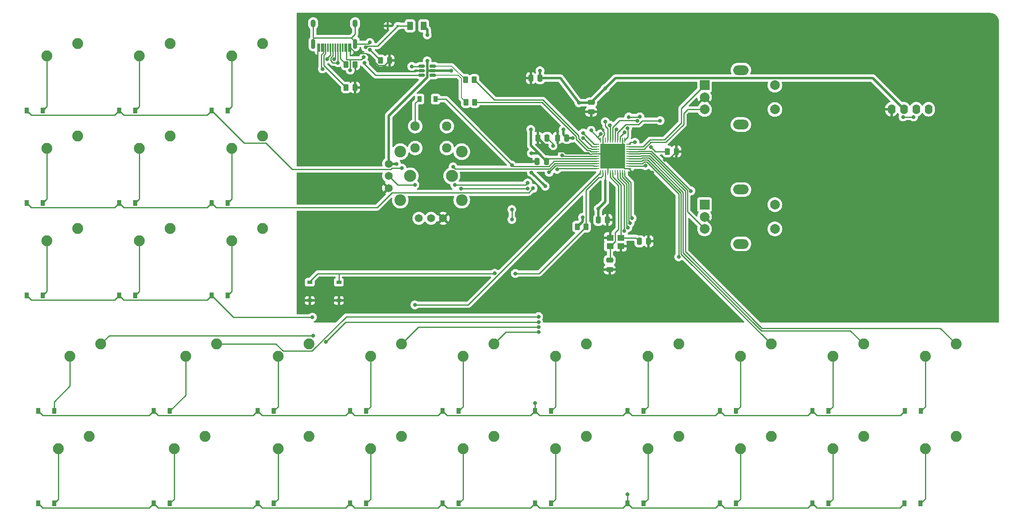
<source format=gbr>
%TF.GenerationSoftware,KiCad,Pcbnew,(6.0.5)*%
%TF.CreationDate,2022-05-16T23:41:30-07:00*%
%TF.ProjectId,3HMouse,33484d6f-7573-4652-9e6b-696361645f70,rev?*%
%TF.SameCoordinates,Original*%
%TF.FileFunction,Copper,L1,Top*%
%TF.FilePolarity,Positive*%
%FSLAX46Y46*%
G04 Gerber Fmt 4.6, Leading zero omitted, Abs format (unit mm)*
G04 Created by KiCad (PCBNEW (6.0.5)) date 2022-05-16 23:41:30*
%MOMM*%
%LPD*%
G01*
G04 APERTURE LIST*
G04 Aperture macros list*
%AMRoundRect*
0 Rectangle with rounded corners*
0 $1 Rounding radius*
0 $2 $3 $4 $5 $6 $7 $8 $9 X,Y pos of 4 corners*
0 Add a 4 corners polygon primitive as box body*
4,1,4,$2,$3,$4,$5,$6,$7,$8,$9,$2,$3,0*
0 Add four circle primitives for the rounded corners*
1,1,$1+$1,$2,$3*
1,1,$1+$1,$4,$5*
1,1,$1+$1,$6,$7*
1,1,$1+$1,$8,$9*
0 Add four rect primitives between the rounded corners*
20,1,$1+$1,$2,$3,$4,$5,0*
20,1,$1+$1,$4,$5,$6,$7,0*
20,1,$1+$1,$6,$7,$8,$9,0*
20,1,$1+$1,$8,$9,$2,$3,0*%
G04 Aperture macros list end*
%TA.AperFunction,ComponentPad*%
%ADD10O,1.000000X1.600000*%
%TD*%
%TA.AperFunction,ComponentPad*%
%ADD11O,0.900000X2.100000*%
%TD*%
%TA.AperFunction,SMDPad,CuDef*%
%ADD12R,0.300000X1.750000*%
%TD*%
%TA.AperFunction,SMDPad,CuDef*%
%ADD13R,1.000000X0.750000*%
%TD*%
%TA.AperFunction,SMDPad,CuDef*%
%ADD14R,1.400000X1.200000*%
%TD*%
%TA.AperFunction,SMDPad,CuDef*%
%ADD15R,5.200000X5.200000*%
%TD*%
%TA.AperFunction,SMDPad,CuDef*%
%ADD16RoundRect,0.062500X-0.062500X-0.475000X0.062500X-0.475000X0.062500X0.475000X-0.062500X0.475000X0*%
%TD*%
%TA.AperFunction,SMDPad,CuDef*%
%ADD17RoundRect,0.062500X-0.475000X-0.062500X0.475000X-0.062500X0.475000X0.062500X-0.475000X0.062500X0*%
%TD*%
%TA.AperFunction,SMDPad,CuDef*%
%ADD18RoundRect,0.250000X-0.250000X-0.475000X0.250000X-0.475000X0.250000X0.475000X-0.250000X0.475000X0*%
%TD*%
%TA.AperFunction,SMDPad,CuDef*%
%ADD19RoundRect,0.250000X0.475000X-0.250000X0.475000X0.250000X-0.475000X0.250000X-0.475000X-0.250000X0*%
%TD*%
%TA.AperFunction,ComponentPad*%
%ADD20C,2.250000*%
%TD*%
%TA.AperFunction,SMDPad,CuDef*%
%ADD21R,0.900000X1.200000*%
%TD*%
%TA.AperFunction,SMDPad,CuDef*%
%ADD22RoundRect,0.250000X0.250000X0.475000X-0.250000X0.475000X-0.250000X-0.475000X0.250000X-0.475000X0*%
%TD*%
%TA.AperFunction,ComponentPad*%
%ADD23C,2.000000*%
%TD*%
%TA.AperFunction,ComponentPad*%
%ADD24R,2.000000X2.000000*%
%TD*%
%TA.AperFunction,WasherPad*%
%ADD25O,3.200000X2.000000*%
%TD*%
%TA.AperFunction,SMDPad,CuDef*%
%ADD26RoundRect,0.250000X-0.262500X-0.450000X0.262500X-0.450000X0.262500X0.450000X-0.262500X0.450000X0*%
%TD*%
%TA.AperFunction,SMDPad,CuDef*%
%ADD27RoundRect,0.250000X-0.375000X-0.625000X0.375000X-0.625000X0.375000X0.625000X-0.375000X0.625000X0*%
%TD*%
%TA.AperFunction,ComponentPad*%
%ADD28C,2.475000*%
%TD*%
%TA.AperFunction,ComponentPad*%
%ADD29C,2.400000*%
%TD*%
%TA.AperFunction,ComponentPad*%
%ADD30C,1.950000*%
%TD*%
%TA.AperFunction,ComponentPad*%
%ADD31C,1.650000*%
%TD*%
%TA.AperFunction,SMDPad,CuDef*%
%ADD32RoundRect,0.250000X-0.475000X0.250000X-0.475000X-0.250000X0.475000X-0.250000X0.475000X0.250000X0*%
%TD*%
%TA.AperFunction,SMDPad,CuDef*%
%ADD33RoundRect,0.150000X-0.512500X-0.150000X0.512500X-0.150000X0.512500X0.150000X-0.512500X0.150000X0*%
%TD*%
%TA.AperFunction,SMDPad,CuDef*%
%ADD34R,0.600000X0.450000*%
%TD*%
%TA.AperFunction,ComponentPad*%
%ADD35O,1.600000X2.000000*%
%TD*%
%TA.AperFunction,ViaPad*%
%ADD36C,0.800000*%
%TD*%
%TA.AperFunction,Conductor*%
%ADD37C,0.250000*%
%TD*%
%TA.AperFunction,Conductor*%
%ADD38C,0.500000*%
%TD*%
%TA.AperFunction,Conductor*%
%ADD39C,0.200000*%
%TD*%
G04 APERTURE END LIST*
D10*
%TO.P,J1,S1,SHIELD*%
%TO.N,Net-(R3-Pad1)*%
X100967000Y-32060000D03*
X92327000Y-32060000D03*
D11*
X100967000Y-36240000D03*
X92327000Y-36240000D03*
D12*
%TO.P,J1,A7,D-*%
%TO.N,D- I*%
X96397000Y-37080000D03*
%TO.P,J1,B6,D+*%
%TO.N,D+ I*%
X95897000Y-37080000D03*
%TO.P,J1,A8,SBU1*%
%TO.N,unconnected-(J1-PadA8)*%
X95397000Y-37080000D03*
%TO.P,J1,B5,CC2*%
%TO.N,Net-(R7-Pad1)*%
X94897000Y-37080000D03*
%TO.P,J1,B7,D-*%
%TO.N,D- I*%
X97397000Y-37080000D03*
%TO.P,J1,B8,SBU2*%
%TO.N,unconnected-(J1-PadB8)*%
X98397000Y-37080000D03*
%TO.P,J1,A5,CC1*%
%TO.N,Net-(R4-Pad1)*%
X97897000Y-37080000D03*
%TO.P,J1,A6,D+*%
%TO.N,D+ I*%
X96897000Y-37080000D03*
%TO.P,J1,A1,GND*%
%TO.N,GND*%
X99997000Y-37080000D03*
%TO.P,J1,B12,GND*%
X99697000Y-37080000D03*
%TO.P,J1,A4,VBUS*%
%TO.N,Net-(D36-Pad1)*%
X99197000Y-37080000D03*
%TO.P,J1,B9,VBUS*%
X98897000Y-37080000D03*
%TO.P,J1,A9,VBUS*%
X94097000Y-37080000D03*
%TO.P,J1,B4,VBUS*%
X94397000Y-37080000D03*
%TO.P,J1,B1,GND*%
%TO.N,GND*%
X93597000Y-37080000D03*
%TO.P,J1,A12,GND*%
X93297000Y-37080000D03*
%TD*%
D13*
%TO.P,S2,A*%
%TO.N,GND*%
X97615000Y-89124000D03*
%TO.P,S2,B*%
X91615000Y-89124000D03*
%TO.P,S2,C*%
%TO.N,/RESET*%
X97615000Y-85374000D03*
%TO.P,S2,D*%
X91615000Y-85374000D03*
%TD*%
D14*
%TO.P,Y1,1,1*%
%TO.N,/XTAL1*%
X155702000Y-76200000D03*
%TO.P,Y1,2,2*%
%TO.N,GND*%
X153502000Y-76200000D03*
%TO.P,Y1,3,3*%
%TO.N,/XTAL2*%
X153502000Y-77900000D03*
%TO.P,Y1,4,4*%
%TO.N,GND*%
X155702000Y-77900000D03*
%TD*%
D15*
%TO.P,U1,45,GND*%
%TO.N,GND*%
X154036000Y-59421000D03*
D16*
%TO.P,U1,44,AVCC*%
%TO.N,+5V*%
X151536000Y-56083500D03*
%TO.P,U1,43,GND*%
%TO.N,GND*%
X152036000Y-56083500D03*
%TO.P,U1,42,AREF*%
%TO.N,unconnected-(U1-Pad42)*%
X152536000Y-56083500D03*
%TO.P,U1,41,PF0*%
%TO.N,VER*%
X153036000Y-56083500D03*
%TO.P,U1,40,PF1*%
%TO.N,HOR*%
X153536000Y-56083500D03*
%TO.P,U1,39,PF4*%
%TO.N,ROW4*%
X154036000Y-56083500D03*
%TO.P,U1,38,PF5*%
%TO.N,SDA*%
X154536000Y-56083500D03*
%TO.P,U1,37,PF6*%
%TO.N,SCL*%
X155036000Y-56083500D03*
%TO.P,U1,36,PF7*%
%TO.N,COL5*%
X155536000Y-56083500D03*
%TO.P,U1,35,GND*%
%TO.N,GND*%
X156036000Y-56083500D03*
%TO.P,U1,34,VCC*%
%TO.N,+5V*%
X156536000Y-56083500D03*
D17*
%TO.P,U1,33,~{HWB}/PE2*%
%TO.N,Net-(R5-Pad1)*%
X157373500Y-56921000D03*
%TO.P,U1,32,PC7*%
%TO.N,RE1A*%
X157373500Y-57421000D03*
%TO.P,U1,31,PC6*%
%TO.N,RE1B*%
X157373500Y-57921000D03*
%TO.P,U1,30,PB6*%
%TO.N,RE0A*%
X157373500Y-58421000D03*
%TO.P,U1,29,PB5*%
%TO.N,RE0B*%
X157373500Y-58921000D03*
%TO.P,U1,28,PB4*%
%TO.N,COL9*%
X157373500Y-59421000D03*
%TO.P,U1,27,PD7*%
%TO.N,COL8*%
X157373500Y-59921000D03*
%TO.P,U1,26,PD6*%
%TO.N,COL7*%
X157373500Y-60421000D03*
%TO.P,U1,25,PD4*%
%TO.N,COL6*%
X157373500Y-60921000D03*
%TO.P,U1,24,AVCC*%
%TO.N,+5V*%
X157373500Y-61421000D03*
%TO.P,U1,23,GND*%
%TO.N,GND*%
X157373500Y-61921000D03*
D16*
%TO.P,U1,22,PD5*%
%TO.N,COL4*%
X156536000Y-62758500D03*
%TO.P,U1,21,PD3*%
%TO.N,COL3*%
X156036000Y-62758500D03*
%TO.P,U1,20,PD2*%
%TO.N,COL2*%
X155536000Y-62758500D03*
%TO.P,U1,19,PD1*%
%TO.N,COL1*%
X155036000Y-62758500D03*
%TO.P,U1,18,PD0*%
%TO.N,unconnected-(U1-Pad18)*%
X154536000Y-62758500D03*
%TO.P,U1,17,XTAL1*%
%TO.N,/XTAL1*%
X154036000Y-62758500D03*
%TO.P,U1,16,XTAL2*%
%TO.N,/XTAL2*%
X153536000Y-62758500D03*
%TO.P,U1,15,GND*%
%TO.N,GND*%
X153036000Y-62758500D03*
%TO.P,U1,14,VCC*%
%TO.N,+5V*%
X152536000Y-62758500D03*
%TO.P,U1,13,~{RESET}*%
%TO.N,/RESET*%
X152036000Y-62758500D03*
%TO.P,U1,12,PB7*%
%TO.N,ROW2*%
X151536000Y-62758500D03*
D17*
%TO.P,U1,11,PB3*%
%TO.N,COL0*%
X150698500Y-61921000D03*
%TO.P,U1,10,PB2*%
%TO.N,ROW1*%
X150698500Y-61421000D03*
%TO.P,U1,9,PB1*%
%TO.N,ROW0*%
X150698500Y-60921000D03*
%TO.P,U1,8,PB0*%
%TO.N,ROW3*%
X150698500Y-60421000D03*
%TO.P,U1,7,VBUS*%
%TO.N,+5V*%
X150698500Y-59921000D03*
%TO.P,U1,6,UCAP*%
%TO.N,/UCAP*%
X150698500Y-59421000D03*
%TO.P,U1,5,UGND*%
%TO.N,GND*%
X150698500Y-58921000D03*
%TO.P,U1,4,D+*%
%TO.N,/D+F*%
X150698500Y-58421000D03*
%TO.P,U1,3,D-*%
%TO.N,/D-F*%
X150698500Y-57921000D03*
%TO.P,U1,2,UVCC*%
%TO.N,+5V*%
X150698500Y-57421000D03*
%TO.P,U1,1,PE6*%
%TO.N,COL10*%
X150698500Y-56921000D03*
%TD*%
D18*
%TO.P,C8,2*%
%TO.N,/UCAP*%
X140523000Y-55626000D03*
%TO.P,C8,1*%
%TO.N,GND*%
X138623000Y-55626000D03*
%TD*%
D19*
%TO.P,C6,2*%
%TO.N,+5V*%
X149606000Y-48326000D03*
%TO.P,C6,1*%
%TO.N,GND*%
X149606000Y-50226000D03*
%TD*%
D20*
%TO.P,SW10,2*%
%TO.N,COL1*%
X70008750Y-117157500D03*
%TO.P,SW10,1*%
%TO.N,Net-(D10-Pad2)*%
X63658750Y-119697500D03*
%TD*%
%TO.P,SW28,2*%
%TO.N,COL9*%
X224790000Y-98107500D03*
%TO.P,SW28,1*%
%TO.N,Net-(D28-Pad2)*%
X218440000Y-100647500D03*
%TD*%
%TO.P,SW3,2*%
%TO.N,COL0*%
X43815000Y-74295000D03*
%TO.P,SW3,1*%
%TO.N,Net-(D3-Pad2)*%
X37465000Y-76835000D03*
%TD*%
%TO.P,SW17,2*%
%TO.N,COL3*%
X110490000Y-117157500D03*
%TO.P,SW17,1*%
%TO.N,Net-(D17-Pad2)*%
X104140000Y-119697500D03*
%TD*%
%TO.P,SW5,2*%
%TO.N,COL0*%
X46196250Y-117157500D03*
%TO.P,SW5,1*%
%TO.N,Net-(D5-Pad2)*%
X39846250Y-119697500D03*
%TD*%
%TO.P,SW12,2*%
%TO.N,COL2*%
X81915000Y-55245000D03*
%TO.P,SW12,1*%
%TO.N,Net-(D12-Pad2)*%
X75565000Y-57785000D03*
%TD*%
D21*
%TO.P,D16,1,K*%
%TO.N,ROW3*%
X99950000Y-111918750D03*
%TO.P,D16,2,A*%
%TO.N,Net-(D16-Pad2)*%
X103250000Y-111918750D03*
%TD*%
D20*
%TO.P,SW26,2*%
%TO.N,COL8*%
X205740000Y-98107500D03*
%TO.P,SW26,1*%
%TO.N,Net-(D26-Pad2)*%
X199390000Y-100647500D03*
%TD*%
D18*
%TO.P,C4,2*%
%TO.N,+5V*%
X144587000Y-55626000D03*
%TO.P,C4,1*%
%TO.N,GND*%
X142687000Y-55626000D03*
%TD*%
D20*
%TO.P,SW9,2*%
%TO.N,COL1*%
X72390000Y-98107500D03*
%TO.P,SW9,1*%
%TO.N,Net-(D9-Pad2)*%
X66040000Y-100647500D03*
%TD*%
D21*
%TO.P,D21,1,K*%
%TO.N,ROW4*%
X138050000Y-130968750D03*
%TO.P,D21,2,A*%
%TO.N,Net-(D21-Pad2)*%
X141350000Y-130968750D03*
%TD*%
D20*
%TO.P,SW16,2*%
%TO.N,COL3*%
X110490000Y-98107500D03*
%TO.P,SW16,1*%
%TO.N,Net-(D16-Pad2)*%
X104140000Y-100647500D03*
%TD*%
%TO.P,SW4,2*%
%TO.N,COL0*%
X48577500Y-98107500D03*
%TO.P,SW4,1*%
%TO.N,Net-(D4-Pad2)*%
X42227500Y-100647500D03*
%TD*%
D21*
%TO.P,D6,1,K*%
%TO.N,ROW0*%
X52325000Y-50006250D03*
%TO.P,D6,2,A*%
%TO.N,Net-(D6-Pad2)*%
X55625000Y-50006250D03*
%TD*%
%TO.P,D19,1,K*%
%TO.N,ROW4*%
X119000000Y-130968750D03*
%TO.P,D19,2,A*%
%TO.N,Net-(D19-Pad2)*%
X122300000Y-130968750D03*
%TD*%
D22*
%TO.P,C5,2*%
%TO.N,+5V*%
X151069000Y-72517000D03*
%TO.P,C5,1*%
%TO.N,GND*%
X152969000Y-72517000D03*
%TD*%
D21*
%TO.P,D5,1,K*%
%TO.N,ROW4*%
X35656250Y-130968750D03*
%TO.P,D5,2,A*%
%TO.N,Net-(D5-Pad2)*%
X38956250Y-130968750D03*
%TD*%
D22*
%TO.P,C3,2*%
%TO.N,GND*%
X138496000Y-60452000D03*
%TO.P,C3,1*%
%TO.N,+5V*%
X140396000Y-60452000D03*
%TD*%
D21*
%TO.P,D10,1,K*%
%TO.N,ROW4*%
X59468750Y-130968750D03*
%TO.P,D10,2,A*%
%TO.N,Net-(D10-Pad2)*%
X62768750Y-130968750D03*
%TD*%
D23*
%TO.P,SW31,S2*%
%TO.N,N/C*%
X187463000Y-44775750D03*
%TO.P,SW31,S1*%
X187463000Y-49775750D03*
%TO.P,SW31,C,C*%
%TO.N,GND*%
X172963000Y-47275750D03*
%TO.P,SW31,B,B*%
%TO.N,RE1B*%
X172963000Y-49775750D03*
D24*
%TO.P,SW31,A,A*%
%TO.N,RE1A*%
X172963000Y-44775750D03*
D25*
%TO.P,SW31,*%
%TO.N,*%
X180463000Y-52875750D03*
X180463000Y-41675750D03*
%TD*%
D21*
%TO.P,D22,1,K*%
%TO.N,ROW3*%
X157100000Y-111918750D03*
%TO.P,D22,2,A*%
%TO.N,Net-(D22-Pad2)*%
X160400000Y-111918750D03*
%TD*%
D26*
%TO.P,R2,1*%
%TO.N,D-*%
X123706250Y-43656250D03*
%TO.P,R2,2*%
%TO.N,/D-F*%
X125531250Y-43656250D03*
%TD*%
D20*
%TO.P,SW19,2*%
%TO.N,COL4*%
X129540000Y-117157500D03*
%TO.P,SW19,1*%
%TO.N,Net-(D19-Pad2)*%
X123190000Y-119697500D03*
%TD*%
D26*
%TO.P,R4,1*%
%TO.N,Net-(R4-Pad1)*%
X99100000Y-40481250D03*
%TO.P,R4,2*%
%TO.N,GND*%
X100925000Y-40481250D03*
%TD*%
D21*
%TO.P,D11,1,K*%
%TO.N,ROW0*%
X71375000Y-50006250D03*
%TO.P,D11,2,A*%
%TO.N,Net-(D11-Pad2)*%
X74675000Y-50006250D03*
%TD*%
D27*
%TO.P,F1,1*%
%TO.N,Net-(D36-Pad1)*%
X112293750Y-32543750D03*
%TO.P,F1,2*%
%TO.N,+5V*%
X115093750Y-32543750D03*
%TD*%
D20*
%TO.P,SW18,2*%
%TO.N,COL4*%
X129540000Y-98107500D03*
%TO.P,SW18,1*%
%TO.N,Net-(D18-Pad2)*%
X123190000Y-100647500D03*
%TD*%
D26*
%TO.P,R1,1*%
%TO.N,D+*%
X123801500Y-48260000D03*
%TO.P,R1,2*%
%TO.N,/D+F*%
X125626500Y-48260000D03*
%TD*%
D21*
%TO.P,D8,1,K*%
%TO.N,ROW2*%
X52325000Y-88106250D03*
%TO.P,D8,2,A*%
%TO.N,Net-(D8-Pad2)*%
X55625000Y-88106250D03*
%TD*%
D26*
%TO.P,R7,1*%
%TO.N,Net-(R7-Pad1)*%
X99100000Y-45243750D03*
%TO.P,R7,2*%
%TO.N,GND*%
X100925000Y-45243750D03*
%TD*%
D21*
%TO.P,D20,1,K*%
%TO.N,ROW3*%
X138050000Y-111918750D03*
%TO.P,D20,2,A*%
%TO.N,Net-(D20-Pad2)*%
X141350000Y-111918750D03*
%TD*%
%TO.P,D18,1,K*%
%TO.N,ROW3*%
X119000000Y-111918750D03*
%TO.P,D18,2,A*%
%TO.N,Net-(D18-Pad2)*%
X122300000Y-111918750D03*
%TD*%
%TO.P,D17,1,K*%
%TO.N,ROW4*%
X99950000Y-130968750D03*
%TO.P,D17,2,A*%
%TO.N,Net-(D17-Pad2)*%
X103250000Y-130968750D03*
%TD*%
%TO.P,D28,1,K*%
%TO.N,ROW3*%
X214250000Y-111918750D03*
%TO.P,D28,2,A*%
%TO.N,Net-(D28-Pad2)*%
X217550000Y-111918750D03*
%TD*%
%TO.P,D25,1,K*%
%TO.N,ROW4*%
X176150000Y-130968750D03*
%TO.P,D25,2,A*%
%TO.N,Net-(D25-Pad2)*%
X179450000Y-130968750D03*
%TD*%
%TO.P,D9,1,K*%
%TO.N,ROW3*%
X59468750Y-111918750D03*
%TO.P,D9,2,A*%
%TO.N,Net-(D9-Pad2)*%
X62768750Y-111918750D03*
%TD*%
D20*
%TO.P,SW23,2*%
%TO.N,COL6*%
X167640000Y-117157500D03*
%TO.P,SW23,1*%
%TO.N,Net-(D23-Pad2)*%
X161290000Y-119697500D03*
%TD*%
%TO.P,SW24,2*%
%TO.N,COL7*%
X186690000Y-98107500D03*
%TO.P,SW24,1*%
%TO.N,Net-(D24-Pad2)*%
X180340000Y-100647500D03*
%TD*%
D21*
%TO.P,D15,1,K*%
%TO.N,ROW4*%
X80900000Y-130968750D03*
%TO.P,D15,2,A*%
%TO.N,Net-(D15-Pad2)*%
X84200000Y-130968750D03*
%TD*%
D20*
%TO.P,SW14,2*%
%TO.N,COL2*%
X91440000Y-98107500D03*
%TO.P,SW14,1*%
%TO.N,Net-(D14-Pad2)*%
X85090000Y-100647500D03*
%TD*%
%TO.P,SW29,2*%
%TO.N,COL9*%
X224790000Y-117157500D03*
%TO.P,SW29,1*%
%TO.N,Net-(D29-Pad2)*%
X218440000Y-119697500D03*
%TD*%
%TO.P,SW2,2*%
%TO.N,COL0*%
X43815000Y-55245000D03*
%TO.P,SW2,1*%
%TO.N,Net-(D2-Pad2)*%
X37465000Y-57785000D03*
%TD*%
%TO.P,SW22,2*%
%TO.N,COL6*%
X167640000Y-98107500D03*
%TO.P,SW22,1*%
%TO.N,Net-(D22-Pad2)*%
X161290000Y-100647500D03*
%TD*%
D26*
%TO.P,R6,1*%
%TO.N,+5V*%
X146725000Y-73914000D03*
%TO.P,R6,2*%
%TO.N,/RESET*%
X148550000Y-73914000D03*
%TD*%
D18*
%TO.P,C7,1*%
%TO.N,GND*%
X137162500Y-43307000D03*
%TO.P,C7,2*%
%TO.N,+5V*%
X139062500Y-43307000D03*
%TD*%
D21*
%TO.P,D35,2,A*%
%TO.N,Net-(D35-Pad2)*%
X114237500Y-47625000D03*
%TO.P,D35,1,K*%
%TO.N,ROW3*%
X117537500Y-47625000D03*
%TD*%
%TO.P,D23,1,K*%
%TO.N,ROW4*%
X157100000Y-130968750D03*
%TO.P,D23,2,A*%
%TO.N,Net-(D23-Pad2)*%
X160400000Y-130968750D03*
%TD*%
%TO.P,D14,1,K*%
%TO.N,ROW3*%
X80900000Y-111918750D03*
%TO.P,D14,2,A*%
%TO.N,Net-(D14-Pad2)*%
X84200000Y-111918750D03*
%TD*%
D20*
%TO.P,SW27,2*%
%TO.N,COL8*%
X205740000Y-117157500D03*
%TO.P,SW27,1*%
%TO.N,Net-(D27-Pad2)*%
X199390000Y-119697500D03*
%TD*%
D26*
%TO.P,R3,1*%
%TO.N,Net-(R3-Pad1)*%
X106243750Y-39687500D03*
%TO.P,R3,2*%
%TO.N,GND*%
X108068750Y-39687500D03*
%TD*%
D21*
%TO.P,D4,1,K*%
%TO.N,ROW3*%
X35656250Y-111918750D03*
%TO.P,D4,2,A*%
%TO.N,Net-(D4-Pad2)*%
X38956250Y-111918750D03*
%TD*%
D28*
%TO.P,S1,MH6,MH6*%
%TO.N,unconnected-(S1-PadMH6)*%
X112306250Y-63466250D03*
%TO.P,S1,MH5,MH5*%
%TO.N,unconnected-(S1-PadMH5)*%
X120906250Y-63466250D03*
D29*
%TO.P,S1,MH4,MH4*%
%TO.N,unconnected-(S1-PadMH4)*%
X110281250Y-68466250D03*
%TO.P,S1,MH3,MH3*%
%TO.N,unconnected-(S1-PadMH3)*%
X110281250Y-58466250D03*
%TO.P,S1,MH2,MH2*%
%TO.N,unconnected-(S1-PadMH2)*%
X122931250Y-68466250D03*
%TO.P,S1,MH1,MH1*%
%TO.N,unconnected-(S1-PadMH1)*%
X122931250Y-58466250D03*
D30*
%TO.P,S1,D1,D1*%
%TO.N,Net-(D35-Pad2)*%
X113356250Y-53216250D03*
%TO.P,S1,C1,C1*%
%TO.N,COL10*%
X113356250Y-57716250D03*
D31*
%TO.P,S1,B13,B13*%
%TO.N,GND*%
X119106250Y-72196250D03*
%TO.P,S1,B12,B12*%
%TO.N,HOR*%
X116606250Y-72196250D03*
%TO.P,S1,B11,B11*%
%TO.N,+5V*%
X114106250Y-72196250D03*
D30*
%TO.P,S1,B1,B1*%
%TO.N,unconnected-(S1-PadB1)*%
X119856250Y-53216250D03*
D31*
%TO.P,S1,A13,A13*%
%TO.N,GND*%
X107876250Y-65966250D03*
%TO.P,S1,A12,A12*%
%TO.N,VER*%
X107876250Y-63466250D03*
%TO.P,S1,A11,A11*%
%TO.N,+5V*%
X107876250Y-60966250D03*
D30*
%TO.P,S1,A1,A1*%
%TO.N,unconnected-(S1-PadA1)*%
X119856250Y-57716250D03*
%TD*%
D20*
%TO.P,SW20,2*%
%TO.N,COL5*%
X148590000Y-98107500D03*
%TO.P,SW20,1*%
%TO.N,Net-(D20-Pad2)*%
X142240000Y-100647500D03*
%TD*%
D32*
%TO.P,C2,1*%
%TO.N,/XTAL2*%
X153416000Y-80838000D03*
%TO.P,C2,2*%
%TO.N,GND*%
X153416000Y-82738000D03*
%TD*%
D21*
%TO.P,D3,1,K*%
%TO.N,ROW2*%
X33275000Y-88106250D03*
%TO.P,D3,2,A*%
%TO.N,Net-(D3-Pad2)*%
X36575000Y-88106250D03*
%TD*%
D18*
%TO.P,C1,1*%
%TO.N,/XTAL1*%
X159543750Y-76930250D03*
%TO.P,C1,2*%
%TO.N,GND*%
X161443750Y-76930250D03*
%TD*%
D20*
%TO.P,SW8,2*%
%TO.N,COL1*%
X62865000Y-74295000D03*
%TO.P,SW8,1*%
%TO.N,Net-(D8-Pad2)*%
X56515000Y-76835000D03*
%TD*%
%TO.P,SW21,2*%
%TO.N,COL5*%
X148590000Y-117157500D03*
%TO.P,SW21,1*%
%TO.N,Net-(D21-Pad2)*%
X142240000Y-119697500D03*
%TD*%
%TO.P,SW1,2*%
%TO.N,COL0*%
X43815000Y-36195000D03*
%TO.P,SW1,1*%
%TO.N,Net-(D1-Pad2)*%
X37465000Y-38735000D03*
%TD*%
%TO.P,SW13,2*%
%TO.N,COL2*%
X81915000Y-74295000D03*
%TO.P,SW13,1*%
%TO.N,Net-(D13-Pad2)*%
X75565000Y-76835000D03*
%TD*%
D21*
%TO.P,D29,1,K*%
%TO.N,ROW4*%
X214187500Y-130968750D03*
%TO.P,D29,2,A*%
%TO.N,Net-(D29-Pad2)*%
X217487500Y-130968750D03*
%TD*%
%TO.P,D2,1,K*%
%TO.N,ROW1*%
X33275000Y-69056250D03*
%TO.P,D2,2,A*%
%TO.N,Net-(D2-Pad2)*%
X36575000Y-69056250D03*
%TD*%
D20*
%TO.P,SW7,2*%
%TO.N,COL1*%
X62865000Y-55245000D03*
%TO.P,SW7,1*%
%TO.N,Net-(D7-Pad2)*%
X56515000Y-57785000D03*
%TD*%
D26*
%TO.P,R5,2*%
%TO.N,GND*%
X167155500Y-58420000D03*
%TO.P,R5,1*%
%TO.N,Net-(R5-Pad1)*%
X165330500Y-58420000D03*
%TD*%
D23*
%TO.P,SW30,S2*%
%TO.N,N/C*%
X187463000Y-69382000D03*
%TO.P,SW30,S1*%
X187463000Y-74382000D03*
%TO.P,SW30,C,C*%
%TO.N,GND*%
X172963000Y-71882000D03*
%TO.P,SW30,B,B*%
%TO.N,RE0B*%
X172963000Y-74382000D03*
D24*
%TO.P,SW30,A,A*%
%TO.N,RE0A*%
X172963000Y-69382000D03*
D25*
%TO.P,SW30,*%
%TO.N,*%
X180463000Y-77482000D03*
X180463000Y-66282000D03*
%TD*%
D20*
%TO.P,SW15,2*%
%TO.N,COL2*%
X91440000Y-117157500D03*
%TO.P,SW15,1*%
%TO.N,Net-(D15-Pad2)*%
X85090000Y-119697500D03*
%TD*%
D21*
%TO.P,D24,1,K*%
%TO.N,ROW3*%
X176150000Y-111918750D03*
%TO.P,D24,2,A*%
%TO.N,Net-(D24-Pad2)*%
X179450000Y-111918750D03*
%TD*%
%TO.P,D27,1,K*%
%TO.N,ROW4*%
X195200000Y-130968750D03*
%TO.P,D27,2,A*%
%TO.N,Net-(D27-Pad2)*%
X198500000Y-130968750D03*
%TD*%
D20*
%TO.P,SW11,2*%
%TO.N,COL2*%
X81915000Y-36195000D03*
%TO.P,SW11,1*%
%TO.N,Net-(D11-Pad2)*%
X75565000Y-38735000D03*
%TD*%
D21*
%TO.P,D26,1,K*%
%TO.N,ROW3*%
X195200000Y-111918750D03*
%TO.P,D26,2,A*%
%TO.N,Net-(D26-Pad2)*%
X198500000Y-111918750D03*
%TD*%
%TO.P,D13,1,K*%
%TO.N,ROW2*%
X71375000Y-88106250D03*
%TO.P,D13,2,A*%
%TO.N,Net-(D13-Pad2)*%
X74675000Y-88106250D03*
%TD*%
D33*
%TO.P,U2,1,I/O1*%
%TO.N,D- I*%
X114686500Y-40833000D03*
%TO.P,U2,2,GND*%
%TO.N,GND*%
X114686500Y-41783000D03*
%TO.P,U2,3,I/O2*%
%TO.N,D+ I*%
X114686500Y-42733000D03*
%TO.P,U2,4,I/O2*%
%TO.N,D+*%
X116961500Y-42733000D03*
%TO.P,U2,5,VBUS*%
%TO.N,+5V*%
X116961500Y-41783000D03*
%TO.P,U2,6,I/O1*%
%TO.N,D-*%
X116961500Y-40833000D03*
%TD*%
D34*
%TO.P,D36,1,A1*%
%TO.N,Net-(D36-Pad1)*%
X109793750Y-32543750D03*
%TO.P,D36,2,A2*%
%TO.N,GND*%
X107693750Y-32543750D03*
%TD*%
D20*
%TO.P,SW6,2*%
%TO.N,COL1*%
X62865000Y-36195000D03*
%TO.P,SW6,1*%
%TO.N,Net-(D6-Pad2)*%
X56515000Y-38735000D03*
%TD*%
D21*
%TO.P,D12,1,K*%
%TO.N,ROW1*%
X71375000Y-69056250D03*
%TO.P,D12,2,A*%
%TO.N,Net-(D12-Pad2)*%
X74675000Y-69056250D03*
%TD*%
%TO.P,D1,1,K*%
%TO.N,ROW0*%
X33275000Y-50006250D03*
%TO.P,D1,2,A*%
%TO.N,Net-(D1-Pad2)*%
X36575000Y-50006250D03*
%TD*%
D35*
%TO.P,Brd1,1,GND*%
%TO.N,GND*%
X211486250Y-49725000D03*
%TO.P,Brd1,2,VCC*%
%TO.N,+5V*%
X214026250Y-49725000D03*
%TO.P,Brd1,3,SCL*%
%TO.N,SCL*%
X216566250Y-49725000D03*
%TO.P,Brd1,4,SDA*%
%TO.N,SDA*%
X219106250Y-49725000D03*
%TD*%
D20*
%TO.P,SW25,2*%
%TO.N,COL7*%
X186690000Y-117157500D03*
%TO.P,SW25,1*%
%TO.N,Net-(D25-Pad2)*%
X180340000Y-119697500D03*
%TD*%
D21*
%TO.P,D7,1,K*%
%TO.N,ROW1*%
X52325000Y-69056250D03*
%TO.P,D7,2,A*%
%TO.N,Net-(D7-Pad2)*%
X55625000Y-69056250D03*
%TD*%
D36*
%TO.N,Net-(D36-Pad1)*%
X99949000Y-41656000D03*
X94233825Y-41402175D03*
X102728168Y-38977758D03*
X103124000Y-36964500D03*
%TO.N,D+ I*%
X95223489Y-39370000D03*
X96672500Y-39425245D03*
%TO.N,D- I*%
X97409000Y-40132000D03*
%TO.N,VER*%
X121501511Y-65315489D03*
X113284000Y-65278000D03*
%TO.N,RE0A*%
X170162580Y-66548000D03*
%TO.N,ROW0*%
X121158000Y-61595000D03*
X110617000Y-61849000D03*
%TO.N,SCL*%
X163812142Y-52089560D03*
%TO.N,SDA*%
X159643908Y-51300599D03*
%TO.N,ROW4*%
X159091500Y-52133576D03*
%TO.N,+5V*%
X151091250Y-70192250D03*
X140127563Y-65578563D03*
%TO.N,COL6*%
X167640000Y-80137000D03*
%TO.N,GND*%
X164792900Y-60124100D03*
X162183666Y-62742650D03*
%TO.N,ROW1*%
X137642465Y-66014465D03*
X140944465Y-62712465D03*
%TO.N,+5V*%
X137287000Y-62738000D03*
X137287000Y-58801000D03*
%TO.N,D+ I*%
X102895312Y-40169500D03*
%TO.N,+5V*%
X109474000Y-60960000D03*
X152496500Y-45435500D03*
%TO.N,SDA*%
X157353000Y-51308000D03*
%TO.N,+5V*%
X160777805Y-61345180D03*
X151574133Y-54800133D03*
X157099000Y-53594000D03*
X149596676Y-54092676D03*
X147825500Y-72009000D03*
%TO.N,COL5*%
X156464000Y-54483000D03*
%TO.N,+5V*%
X147950701Y-55630299D03*
X145796011Y-55681935D03*
X137160000Y-53885500D03*
X143876780Y-53885500D03*
%TO.N,SDA*%
X213867150Y-51315428D03*
X216027000Y-51308000D03*
X154760500Y-53848000D03*
%TO.N,VER*%
X136525000Y-64897000D03*
X152527000Y-52288497D03*
%TO.N,HOR*%
X122809000Y-66040000D03*
X136523465Y-66040000D03*
X153465925Y-53012997D03*
%TO.N,ROW4*%
X157099000Y-129032000D03*
%TO.N,Net-(R5-Pad1)*%
X158623000Y-56515000D03*
X161925000Y-57531000D03*
%TO.N,COL4*%
X158050040Y-72174531D03*
X138811000Y-95614503D03*
%TO.N,COL3*%
X138811000Y-94615000D03*
X157600520Y-73157490D03*
%TO.N,COL2*%
X94977509Y-97644509D03*
X157157949Y-74121834D03*
X138773500Y-93599000D03*
%TO.N,COL1*%
X138773500Y-92456000D03*
X156426500Y-74803000D03*
%TO.N,ROW2*%
X92164500Y-92583000D03*
X113284000Y-90043000D03*
%TO.N,ROW3*%
X133260965Y-61251500D03*
X133269563Y-72436563D03*
X133260965Y-70395965D03*
X138049000Y-110236000D03*
%TO.N,/RESET*%
X133985000Y-83566000D03*
X129748951Y-83520951D03*
%TO.N,COL0*%
X142576254Y-62105274D03*
X92329000Y-96393000D03*
%TO.N,Net-(R3-Pad1)*%
X104013000Y-35978500D03*
X104013000Y-37427500D03*
%TO.N,+5V*%
X115824000Y-39751000D03*
X115824000Y-34417000D03*
%TO.N,D- I*%
X112649000Y-40894000D03*
%TO.N,+5V*%
X139065000Y-41783000D03*
X120777000Y-41783000D03*
X147066000Y-48387000D03*
%TO.N,COL10*%
X147955000Y-54610000D03*
%TO.N,/UCAP*%
X143637000Y-59196500D03*
X141732000Y-57277000D03*
%TD*%
D37*
%TO.N,Net-(D36-Pad1)*%
X99949000Y-39497000D02*
X99908730Y-39456730D01*
X99949000Y-41656000D02*
X99949000Y-39497000D01*
X99908730Y-39456730D02*
X100959156Y-39456730D01*
X99187000Y-39456730D02*
X99908730Y-39456730D01*
X94049458Y-38465847D02*
X94049458Y-41217808D01*
X94397000Y-38118304D02*
X94049458Y-38465847D01*
X94049458Y-41217808D02*
X94233825Y-41402175D01*
X94397000Y-37080000D02*
X94397000Y-38118304D01*
%TO.N,Net-(R7-Pad1)*%
X94498978Y-40642728D02*
X94809625Y-40953375D01*
X94498978Y-38652044D02*
X94498978Y-40642728D01*
X94897000Y-38254022D02*
X94498978Y-38652044D01*
X94809625Y-40953375D02*
X99100000Y-45243750D01*
%TO.N,GND*%
X105736020Y-40712020D02*
X107044230Y-40712020D01*
X107044230Y-40712020D02*
X108068750Y-39687500D01*
X103251000Y-38227000D02*
X105736020Y-40712020D01*
X101144000Y-38227000D02*
X103251000Y-38227000D01*
X99997000Y-37080000D02*
X101144000Y-38227000D01*
%TO.N,Net-(D36-Pad1)*%
X102249196Y-39456730D02*
X102728168Y-38977758D01*
X100959156Y-39456730D02*
X102249196Y-39456730D01*
X105634500Y-36703000D02*
X109793750Y-32543750D01*
X103124000Y-36964500D02*
X103385500Y-36703000D01*
X103385500Y-36703000D02*
X105634500Y-36703000D01*
%TO.N,Net-(R3-Pad1)*%
X100967000Y-34240958D02*
X100967000Y-32060000D01*
X100167479Y-35040479D02*
X100967000Y-34240958D01*
X100167479Y-35040479D02*
X92467521Y-35040479D01*
X92327000Y-34899958D02*
X92467521Y-35040479D01*
X92327000Y-32060000D02*
X92327000Y-34899958D01*
X100967000Y-35840000D02*
X100167479Y-35040479D01*
X92327000Y-35181000D02*
X92327000Y-36240000D01*
X100967000Y-36240000D02*
X100967000Y-35840000D01*
X92467521Y-35040479D02*
X92327000Y-35181000D01*
X103751500Y-36240000D02*
X100967000Y-36240000D01*
X104013000Y-35978500D02*
X103751500Y-36240000D01*
%TO.N,Net-(D36-Pad1)*%
X99187000Y-39136000D02*
X99187000Y-39456730D01*
X99197000Y-39126000D02*
X99187000Y-39136000D01*
X99197000Y-37080000D02*
X99197000Y-39126000D01*
%TO.N,Net-(R7-Pad1)*%
X94897000Y-37080000D02*
X94897000Y-38254022D01*
%TO.N,D+ I*%
X95223489Y-39213924D02*
X95223489Y-39370000D01*
X95897000Y-38540413D02*
X95223489Y-39213924D01*
X95897000Y-37080000D02*
X95897000Y-38540413D01*
%TO.N,D- I*%
X96372397Y-40149756D02*
X97391244Y-40149756D01*
X97391244Y-40149756D02*
X97409000Y-40132000D01*
X95947989Y-39725348D02*
X96372397Y-40149756D01*
X96397000Y-38676131D02*
X95947989Y-39125142D01*
X95947989Y-39125142D02*
X95947989Y-39725348D01*
X96397000Y-37080000D02*
X96397000Y-38676131D01*
%TO.N,D+ I*%
X96897000Y-39200745D02*
X96672500Y-39425245D01*
X96897000Y-37080000D02*
X96897000Y-39200745D01*
%TO.N,D- I*%
X97397000Y-40120000D02*
X97409000Y-40132000D01*
X97397000Y-37080000D02*
X97397000Y-40120000D01*
%TO.N,Net-(R4-Pad1)*%
X97897000Y-39278250D02*
X99100000Y-40481250D01*
X97897000Y-37080000D02*
X97897000Y-39278250D01*
%TO.N,/RESET*%
X97615000Y-83614000D02*
X97663000Y-83566000D01*
X97615000Y-85374000D02*
X97615000Y-83614000D01*
X97663000Y-83566000D02*
X129703902Y-83566000D01*
X93252750Y-83566000D02*
X97663000Y-83566000D01*
X148550000Y-66381000D02*
X148550000Y-73914000D01*
X148549609Y-66380609D02*
X148550000Y-66381000D01*
X151176218Y-63754000D02*
X148549609Y-66380609D01*
X151638000Y-63754000D02*
X151176218Y-63754000D01*
X152036000Y-63356000D02*
X151638000Y-63754000D01*
X152036000Y-62758500D02*
X152036000Y-63356000D01*
%TO.N,VER*%
X113157000Y-65278000D02*
X113284000Y-65278000D01*
X113119511Y-65315489D02*
X113157000Y-65278000D01*
X113119511Y-65315489D02*
X109725489Y-65315489D01*
X136106511Y-65315489D02*
X121501511Y-65315489D01*
%TO.N,RE0A*%
X169887600Y-66273020D02*
X170162580Y-66548000D01*
X169887600Y-66243399D02*
X169887600Y-66273020D01*
%TO.N,ROW0*%
X121158000Y-61595000D02*
X121539000Y-61976000D01*
X121539000Y-61976000D02*
X121625018Y-61976000D01*
X110599922Y-61866078D02*
X110617000Y-61849000D01*
X108602077Y-61866078D02*
X110599922Y-61866078D01*
%TO.N,RE1A*%
X168206480Y-52519520D02*
X168206480Y-49532270D01*
X161731750Y-56007000D02*
X164719000Y-56007000D01*
X160317750Y-57421000D02*
X161731750Y-56007000D01*
X168206480Y-49532270D02*
X172963000Y-44775750D01*
X157373500Y-57421000D02*
X160317750Y-57421000D01*
X164719000Y-56007000D02*
X168206480Y-52519520D01*
%TO.N,RE1B*%
X169409750Y-49792250D02*
X169409750Y-49775750D01*
X168656000Y-50546000D02*
X169409750Y-49792250D01*
X169409750Y-49775750D02*
X172963000Y-49775750D01*
X168656000Y-52832000D02*
X168656000Y-50546000D01*
X164977307Y-56510693D02*
X168656000Y-52832000D01*
X161920693Y-56510693D02*
X164977307Y-56510693D01*
X160519386Y-57912000D02*
X161920693Y-56510693D01*
%TO.N,SCL*%
X155036000Y-54597114D02*
X155036000Y-56083500D01*
X159391603Y-52858087D02*
X156775049Y-52858087D01*
X156775049Y-52858087D02*
X156775038Y-52858076D01*
X160160130Y-52089560D02*
X159391603Y-52858087D01*
X163812142Y-52089560D02*
X160160130Y-52089560D01*
X156775038Y-52858076D02*
X155036000Y-54597114D01*
%TO.N,SDA*%
X159636507Y-51308000D02*
X159643908Y-51300599D01*
X157353000Y-51308000D02*
X159636507Y-51308000D01*
%TO.N,ROW4*%
X159011469Y-52053545D02*
X155455123Y-52053545D01*
X159091500Y-52133576D02*
X159011469Y-52053545D01*
D38*
%TO.N,+5V*%
X140127563Y-65578563D02*
X137287000Y-62738000D01*
D37*
%TO.N,/RESET*%
X138870951Y-83593049D02*
X148550000Y-73914000D01*
X133985000Y-83566000D02*
X138870951Y-83593049D01*
%TO.N,COL6*%
X167640000Y-67174386D02*
X167640000Y-80137000D01*
%TO.N,GND*%
X164792900Y-60124100D02*
X165451400Y-60124100D01*
X165451400Y-60124100D02*
X167155500Y-58420000D01*
X157373500Y-61921000D02*
X158195150Y-62742650D01*
X158195150Y-62742650D02*
X162183666Y-62742650D01*
X149606000Y-51689000D02*
X149606000Y-50226000D01*
X152298644Y-54381644D02*
X149606000Y-51689000D01*
X152036000Y-55362880D02*
X152298644Y-55100236D01*
X152036000Y-56083500D02*
X152036000Y-55362880D01*
X152298644Y-55100236D02*
X152298644Y-54381644D01*
%TO.N,ROW1*%
X142286409Y-61370520D02*
X140944465Y-62712465D01*
X137642465Y-66014465D02*
X136727929Y-66929000D01*
D38*
%TO.N,+5V*%
X138745000Y-58801000D02*
X137287000Y-58801000D01*
X138841500Y-58897500D02*
X138745000Y-58801000D01*
X138841500Y-58897500D02*
X140396000Y-60452000D01*
X137160000Y-57216000D02*
X138841500Y-58897500D01*
D37*
%TO.N,D+ I*%
X102895312Y-40408286D02*
X105220026Y-42733000D01*
X102895312Y-40169500D02*
X102895312Y-40408286D01*
D38*
%TO.N,+5V*%
X147066000Y-48387000D02*
X143256000Y-43307000D01*
X143256000Y-43307000D02*
X139062500Y-43307000D01*
X149545000Y-48387000D02*
X149606000Y-48326000D01*
X147066000Y-48387000D02*
X149545000Y-48387000D01*
D37*
%TO.N,COL9*%
X221551500Y-94869000D02*
X224790000Y-98107500D01*
X168988560Y-79061802D02*
X184795758Y-94869000D01*
X161640697Y-59267929D02*
X168988560Y-66615794D01*
X159923306Y-59267929D02*
X161640697Y-59267929D01*
X159770233Y-59421000D02*
X159923306Y-59267929D01*
X168988560Y-66615794D02*
X168988560Y-79061802D01*
X157373500Y-59421000D02*
X159770233Y-59421000D01*
X184795758Y-94869000D02*
X221551500Y-94869000D01*
D38*
%TO.N,+5V*%
X109467750Y-60966250D02*
X109474000Y-60960000D01*
X107876250Y-60966250D02*
X109467750Y-60966250D01*
X152496500Y-45435500D02*
X149606000Y-48326000D01*
X154625000Y-43307000D02*
X152496500Y-45435500D01*
D37*
X160701985Y-61421000D02*
X160777805Y-61345180D01*
X157373500Y-61421000D02*
X160701985Y-61421000D01*
X151574133Y-54800133D02*
X151574133Y-54800867D01*
X150913750Y-55461250D02*
X149596676Y-54144176D01*
X151536000Y-56083500D02*
X150913750Y-55461250D01*
X157188511Y-55430989D02*
X157188511Y-53683511D01*
X156536000Y-56083500D02*
X157188511Y-55430989D01*
X151574133Y-54800867D02*
X150913750Y-55461250D01*
X157188511Y-53683511D02*
X157099000Y-53594000D01*
%TO.N,COL5*%
X155536000Y-55411000D02*
X156464000Y-54483000D01*
X155536000Y-56083500D02*
X155536000Y-55411000D01*
%TO.N,SDA*%
X154536000Y-54072500D02*
X154760500Y-53848000D01*
X154536000Y-56083500D02*
X154536000Y-54072500D01*
%TO.N,+5V*%
X149596676Y-54144176D02*
X149596676Y-54092676D01*
X140927000Y-59921000D02*
X150698500Y-59921000D01*
X140396000Y-60452000D02*
X140927000Y-59921000D01*
D38*
X151069000Y-70214500D02*
X151091250Y-70192250D01*
X151069000Y-72517000D02*
X151069000Y-70214500D01*
X152527000Y-68756500D02*
X151091250Y-70192250D01*
X147825500Y-72813500D02*
X146725000Y-73914000D01*
X147825500Y-72009000D02*
X147825500Y-72813500D01*
X152527000Y-64389000D02*
X152527000Y-68756500D01*
D37*
X152527000Y-63500000D02*
X152527000Y-64389000D01*
X152536000Y-63491000D02*
X152527000Y-63500000D01*
X152536000Y-62758500D02*
X152536000Y-63491000D01*
X149801928Y-57421000D02*
X150698500Y-57421000D01*
X148011227Y-55630299D02*
X149801928Y-57421000D01*
X147950701Y-55630299D02*
X148011227Y-55630299D01*
D38*
X144587000Y-55626000D02*
X145740076Y-55626000D01*
X145740076Y-55626000D02*
X145796011Y-55681935D01*
X137160000Y-53885500D02*
X137160000Y-57216000D01*
X143876780Y-54915780D02*
X144587000Y-55626000D01*
X143876780Y-53885500D02*
X143876780Y-54915780D01*
D37*
%TO.N,SDA*%
X216019572Y-51315428D02*
X216027000Y-51308000D01*
X213867150Y-51315428D02*
X216019572Y-51315428D01*
%TO.N,VER*%
X109725489Y-65315489D02*
X107876250Y-63466250D01*
X136525000Y-64897000D02*
X136106511Y-65315489D01*
X152527000Y-53213000D02*
X152527000Y-52288497D01*
X153036000Y-53722000D02*
X152527000Y-53213000D01*
X153036000Y-56083500D02*
X153036000Y-53722000D01*
%TO.N,HOR*%
X136523465Y-66040000D02*
X122809000Y-66040000D01*
X153536000Y-53083072D02*
X153465925Y-53012997D01*
X153536000Y-56083500D02*
X153536000Y-53083072D01*
%TO.N,ROW4*%
X157099000Y-130967750D02*
X157100000Y-130968750D01*
X157099000Y-129032000D02*
X157099000Y-130967750D01*
X154036000Y-53472668D02*
X155455123Y-52053545D01*
X154036000Y-56083500D02*
X154036000Y-53472668D01*
D38*
%TO.N,+5V*%
X207608250Y-43307000D02*
X154625000Y-43307000D01*
X214026250Y-49725000D02*
X207608250Y-43307000D01*
D37*
%TO.N,RE1B*%
X158250614Y-57912000D02*
X160519386Y-57912000D01*
X158241614Y-57921000D02*
X158250614Y-57912000D01*
X157373500Y-57921000D02*
X158241614Y-57921000D01*
%TO.N,Net-(R5-Pad1)*%
X157779500Y-56515000D02*
X157373500Y-56921000D01*
X158623000Y-56515000D02*
X157779500Y-56515000D01*
X162814000Y-58420000D02*
X161925000Y-57531000D01*
X165330500Y-58420000D02*
X162814000Y-58420000D01*
%TO.N,RE0A*%
X162013089Y-58368888D02*
X169887600Y-66243399D01*
X159893000Y-58368889D02*
X162013089Y-58368888D01*
X159487593Y-58368887D02*
X159550915Y-58368887D01*
X159550915Y-58368887D02*
X159893000Y-58368889D01*
X159385000Y-58471480D02*
X159487593Y-58368887D01*
X157423980Y-58471480D02*
X159385000Y-58471480D01*
X157373500Y-58421000D02*
X157423980Y-58471480D01*
%TO.N,RE0B*%
X169438080Y-70857080D02*
X172963000Y-74382000D01*
X169438080Y-66429597D02*
X169438080Y-70857080D01*
X161826891Y-58818408D02*
X169438080Y-66429597D01*
X159737110Y-58818408D02*
X161826891Y-58818408D01*
X159634517Y-58921000D02*
X159737110Y-58818408D01*
X157373500Y-58921000D02*
X159634517Y-58921000D01*
%TO.N,COL8*%
X168539040Y-66801991D02*
X168539040Y-79248000D01*
X162057025Y-60319975D02*
X168539040Y-66801991D01*
X168539040Y-79248000D02*
X184668040Y-95377000D01*
X161454498Y-59717449D02*
X162057025Y-60319975D01*
X159905952Y-59921000D02*
X160109503Y-59717449D01*
X160109503Y-59717449D02*
X161454498Y-59717449D01*
X157373500Y-59921000D02*
X159905952Y-59921000D01*
X203009500Y-95377000D02*
X205740000Y-98107500D01*
X184668040Y-95377000D02*
X203009500Y-95377000D01*
%TO.N,COL7*%
X160295700Y-60166969D02*
X161268301Y-60166969D01*
X161268301Y-60166969D02*
X168089520Y-66988188D01*
X160041668Y-60421000D02*
X160295700Y-60166969D01*
X157373500Y-60421000D02*
X160041668Y-60421000D01*
X168089520Y-66988188D02*
X168089520Y-79507020D01*
X168089520Y-79507020D02*
X186690000Y-98107500D01*
%TO.N,COL6*%
X161082103Y-60616489D02*
X167640000Y-67174386D01*
X160481897Y-60616489D02*
X161082103Y-60616489D01*
X157373500Y-60921000D02*
X160177386Y-60921000D01*
X160177386Y-60921000D02*
X160481897Y-60616489D01*
%TO.N,COL4*%
X157775060Y-64808189D02*
X156536000Y-63569129D01*
X157775060Y-71899551D02*
X157775060Y-64808189D01*
X158050040Y-72174531D02*
X157775060Y-71899551D01*
X156536000Y-63569129D02*
X156536000Y-62758500D01*
X132032997Y-95614503D02*
X138811000Y-95614503D01*
X129540000Y-98107500D02*
X132032997Y-95614503D01*
%TO.N,COL3*%
X113982500Y-94615000D02*
X110490000Y-98107500D01*
X138811000Y-94615000D02*
X113982500Y-94615000D01*
X157325540Y-72882510D02*
X157600520Y-73157490D01*
X157325540Y-65366783D02*
X157325540Y-72882510D01*
X157325540Y-64994387D02*
X157325540Y-65366783D01*
X156036000Y-63704847D02*
X157325540Y-64994387D01*
X156036000Y-62758500D02*
X156036000Y-63704847D01*
%TO.N,COL2*%
X99023018Y-93599000D02*
X94977509Y-97644509D01*
X138773500Y-93599000D02*
X99023018Y-93599000D01*
X156876020Y-73839905D02*
X157157949Y-74121834D01*
X156876020Y-66929000D02*
X156876020Y-73839905D01*
X156876020Y-65180585D02*
X156876020Y-66929000D01*
X155536000Y-63840565D02*
X156876020Y-65180585D01*
X155536000Y-62758500D02*
X155536000Y-63840565D01*
%TO.N,COL1*%
X84645500Y-98107500D02*
X72390000Y-98107500D01*
X86095011Y-99557011D02*
X84645500Y-98107500D01*
X92040408Y-99557011D02*
X86095011Y-99557011D01*
X99141419Y-92456000D02*
X92040408Y-99557011D01*
X138773500Y-92456000D02*
X99141419Y-92456000D01*
X155036000Y-63976282D02*
X156426500Y-65366782D01*
X156426500Y-65366782D02*
X156426500Y-74803000D01*
X155036000Y-62758500D02*
X155036000Y-63976282D01*
%TO.N,ROW2*%
X92164500Y-92583000D02*
X75851750Y-92583000D01*
X75851750Y-92583000D02*
X71375000Y-88106250D01*
X113289989Y-90037011D02*
X113284000Y-90043000D01*
X124257489Y-90037011D02*
X113289989Y-90037011D01*
%TO.N,/XTAL1*%
X158813500Y-76200000D02*
X155702000Y-76200000D01*
X159543750Y-76930250D02*
X158813500Y-76200000D01*
%TO.N,/XTAL2*%
X153502000Y-80752000D02*
X153502000Y-77900000D01*
X153416000Y-80838000D02*
X153502000Y-80752000D01*
X153602000Y-77900000D02*
X153502000Y-77900000D01*
X154526511Y-76975489D02*
X153602000Y-77900000D01*
X154526511Y-75147969D02*
X154526511Y-76975489D01*
X155252480Y-74422000D02*
X154526511Y-75147969D01*
X155252480Y-65464198D02*
X155252480Y-74422000D01*
X153536000Y-63747718D02*
X155252480Y-65464198D01*
X153536000Y-62758500D02*
X153536000Y-63747718D01*
%TO.N,/XTAL1*%
X155702000Y-65278000D02*
X154036000Y-63612000D01*
X154036000Y-63612000D02*
X154036000Y-62758500D01*
X155702000Y-76200000D02*
X155702000Y-65278000D01*
%TO.N,ROW3*%
X119634465Y-47625000D02*
X117537500Y-47625000D01*
X133260965Y-61251500D02*
X119634465Y-47625000D01*
X133510985Y-61501520D02*
X133260965Y-61251500D01*
X140883973Y-61501520D02*
X133510985Y-61501520D01*
X138049000Y-111917750D02*
X138050000Y-111918750D01*
X138049000Y-110236000D02*
X138049000Y-111917750D01*
X133260965Y-72427965D02*
X133269563Y-72436563D01*
X133260965Y-70395965D02*
X133260965Y-72427965D01*
%TO.N,/RESET*%
X129703902Y-83566000D02*
X129748951Y-83520951D01*
X91356250Y-85462500D02*
X93252750Y-83566000D01*
%TO.N,ROW2*%
X151536000Y-62758500D02*
X124257489Y-90037011D01*
%TO.N,COL0*%
X142760528Y-61921000D02*
X142576254Y-62105274D01*
X150698500Y-61921000D02*
X142760528Y-61921000D01*
X50292000Y-96393000D02*
X92329000Y-96393000D01*
X48577500Y-98107500D02*
X50292000Y-96393000D01*
%TO.N,ROW1*%
X72299511Y-69980761D02*
X71375000Y-69056250D01*
X105487394Y-69980761D02*
X72299511Y-69980761D01*
X108539155Y-66929000D02*
X105487394Y-69980761D01*
X136727929Y-66929000D02*
X108539155Y-66929000D01*
X150063192Y-61370520D02*
X142286409Y-61370520D01*
X150113672Y-61421000D02*
X150063192Y-61370520D01*
X150698500Y-61421000D02*
X150113672Y-61421000D01*
%TO.N,ROW0*%
X78063261Y-56694511D02*
X71375000Y-50006250D01*
X82602511Y-56694511D02*
X78063261Y-56694511D01*
X88023761Y-62115761D02*
X82602511Y-56694511D01*
X108352394Y-62115761D02*
X88023761Y-62115761D01*
X108602077Y-61866078D02*
X108352394Y-62115761D01*
X121625018Y-61976000D02*
X121515096Y-61866078D01*
X141045211Y-61976000D02*
X121625018Y-61976000D01*
X142100211Y-60921000D02*
X141045211Y-61976000D01*
X150698500Y-60921000D02*
X142100211Y-60921000D01*
%TO.N,ROW3*%
X141964493Y-60421000D02*
X140883973Y-61501520D01*
X150698500Y-60421000D02*
X141964493Y-60421000D01*
%TO.N,Net-(D35-Pad2)*%
X113356250Y-48506250D02*
X114237500Y-47625000D01*
X113356250Y-53216250D02*
X113356250Y-48506250D01*
D38*
%TO.N,+5V*%
X116961500Y-41783000D02*
X115824000Y-41783000D01*
X115824000Y-41783000D02*
X115824000Y-39751000D01*
X115824000Y-43105849D02*
X115824000Y-41783000D01*
X107876250Y-51053599D02*
X115824000Y-43105849D01*
X107876250Y-60966250D02*
X107876250Y-51053599D01*
D37*
%TO.N,Net-(R3-Pad1)*%
X106243750Y-39658250D02*
X104013000Y-37427500D01*
X106243750Y-39687500D02*
X106243750Y-39658250D01*
D38*
%TO.N,+5V*%
X115824000Y-33274000D02*
X115824000Y-34417000D01*
X115798520Y-33248520D02*
X115824000Y-33274000D01*
X115093750Y-32543750D02*
X115798520Y-33248520D01*
D37*
%TO.N,Net-(D36-Pad1)*%
X109793750Y-32543750D02*
X112293750Y-32543750D01*
%TO.N,D- I*%
X112649000Y-40894000D02*
X114625500Y-40894000D01*
X114625500Y-40894000D02*
X114686500Y-40833000D01*
%TO.N,D+ I*%
X114686500Y-42733000D02*
X105220026Y-42733000D01*
D38*
%TO.N,+5V*%
X139065000Y-43304500D02*
X139062500Y-43307000D01*
X139065000Y-41783000D02*
X139065000Y-43304500D01*
X116961500Y-41783000D02*
X120777000Y-41783000D01*
D39*
%TO.N,D+*%
X122894230Y-43409236D02*
X122894230Y-47352730D01*
X122894230Y-47352730D02*
X123801500Y-48260000D01*
X122217994Y-42733000D02*
X122894230Y-43409236D01*
X116961500Y-42733000D02*
X122217994Y-42733000D01*
%TO.N,D-*%
X120883000Y-40833000D02*
X116961500Y-40833000D01*
X123706250Y-43656250D02*
X120883000Y-40833000D01*
D37*
%TO.N,GND*%
X152036000Y-57421000D02*
X154036000Y-59421000D01*
X152036000Y-56083500D02*
X152036000Y-57421000D01*
X156036000Y-57421000D02*
X154036000Y-59421000D01*
X156036000Y-56083500D02*
X156036000Y-57421000D01*
X156511480Y-61896480D02*
X154036000Y-59421000D01*
X157348980Y-61896480D02*
X156511480Y-61896480D01*
X157373500Y-61921000D02*
X157348980Y-61896480D01*
X153036000Y-62758500D02*
X153036000Y-60421000D01*
X153036000Y-60421000D02*
X154036000Y-59421000D01*
X153536000Y-58921000D02*
X154036000Y-59421000D01*
X150698500Y-58921000D02*
X153536000Y-58921000D01*
%TO.N,COL10*%
X150266000Y-56921000D02*
X147955000Y-54610000D01*
X150698500Y-56921000D02*
X150266000Y-56921000D01*
%TO.N,/D-F*%
X129685480Y-47810480D02*
X125531250Y-43656250D01*
X139640811Y-47810480D02*
X129685480Y-47810480D01*
X146970031Y-55139699D02*
X139640811Y-47810480D01*
X146970031Y-55739905D02*
X146970031Y-55139699D01*
X149007086Y-57776960D02*
X146970031Y-55739905D01*
X149522170Y-57776960D02*
X149007086Y-57776960D01*
X149666211Y-57921000D02*
X149522170Y-57776960D01*
X150698500Y-57921000D02*
X149666211Y-57921000D01*
%TO.N,/D+F*%
X139454614Y-48260000D02*
X125626500Y-48260000D01*
X148820888Y-58226480D02*
X146520511Y-55926103D01*
X146520511Y-55926103D02*
X146520511Y-55325897D01*
X149335973Y-58226480D02*
X148820888Y-58226480D01*
X146520511Y-55325897D02*
X139454614Y-48260000D01*
X149530493Y-58421000D02*
X149335973Y-58226480D01*
X150698500Y-58421000D02*
X149530493Y-58421000D01*
%TO.N,GND*%
X149719000Y-58928000D02*
X149225000Y-58928000D01*
X149225000Y-58928000D02*
X149098000Y-58801000D01*
X149726000Y-58921000D02*
X149719000Y-58928000D01*
X150698500Y-58921000D02*
X149726000Y-58921000D01*
D38*
X144071989Y-58346989D02*
X141343989Y-58346989D01*
X144399000Y-58674000D02*
X144071989Y-58346989D01*
X144399000Y-58801000D02*
X144399000Y-58674000D01*
X149098000Y-58801000D02*
X144399000Y-58801000D01*
X141343989Y-58346989D02*
X138623000Y-55626000D01*
D37*
%TO.N,/UCAP*%
X141732000Y-56835000D02*
X140523000Y-55626000D01*
X141732000Y-57277000D02*
X141732000Y-56835000D01*
X143861500Y-59421000D02*
X143637000Y-59196500D01*
X144318000Y-59421000D02*
X143861500Y-59421000D01*
X150698500Y-59421000D02*
X144318000Y-59421000D01*
D38*
%TO.N,GND*%
X138557000Y-60391000D02*
X138496000Y-60452000D01*
D37*
%TO.N,ROW0*%
X34199511Y-50930761D02*
X33275000Y-50006250D01*
X51400489Y-50930761D02*
X34199511Y-50930761D01*
X52325000Y-50006250D02*
X51400489Y-50930761D01*
X53249511Y-50930761D02*
X52325000Y-50006250D01*
X70450489Y-50930761D02*
X53249511Y-50930761D01*
X71375000Y-50006250D02*
X70450489Y-50930761D01*
%TO.N,ROW1*%
X34199511Y-69980761D02*
X33275000Y-69056250D01*
X51400489Y-69980761D02*
X34199511Y-69980761D01*
X52325000Y-69056250D02*
X51400489Y-69980761D01*
X53249511Y-69980761D02*
X52325000Y-69056250D01*
X70450489Y-69980761D02*
X53249511Y-69980761D01*
X71375000Y-69056250D02*
X70450489Y-69980761D01*
%TO.N,ROW2*%
X51400489Y-89030761D02*
X34199511Y-89030761D01*
X52325000Y-88106250D02*
X51400489Y-89030761D01*
X34199511Y-89030761D02*
X33275000Y-88106250D01*
X53249511Y-89030761D02*
X52325000Y-88106250D01*
X70450489Y-89030761D02*
X53249511Y-89030761D01*
X71375000Y-88106250D02*
X70450489Y-89030761D01*
%TO.N,ROW4*%
X213262989Y-131893261D02*
X214187500Y-130968750D01*
X196124511Y-131893261D02*
X213262989Y-131893261D01*
X195200000Y-130968750D02*
X196124511Y-131893261D01*
X194275489Y-131893261D02*
X195200000Y-130968750D01*
X177074511Y-131893261D02*
X194275489Y-131893261D01*
X176150000Y-130968750D02*
X177074511Y-131893261D01*
X175225489Y-131893261D02*
X176150000Y-130968750D01*
X158024511Y-131893261D02*
X175225489Y-131893261D01*
X157100000Y-130968750D02*
X158024511Y-131893261D01*
X156175489Y-131893261D02*
X157100000Y-130968750D01*
X138974511Y-131893261D02*
X156175489Y-131893261D01*
X138050000Y-130968750D02*
X138974511Y-131893261D01*
X119924511Y-131893261D02*
X137125489Y-131893261D01*
X137125489Y-131893261D02*
X138050000Y-130968750D01*
X119000000Y-130968750D02*
X119924511Y-131893261D01*
X118075489Y-131893261D02*
X119000000Y-130968750D01*
X100874511Y-131893261D02*
X118075489Y-131893261D01*
X99950000Y-130968750D02*
X100874511Y-131893261D01*
X81824511Y-131893261D02*
X99025489Y-131893261D01*
X99025489Y-131893261D02*
X99950000Y-130968750D01*
X80900000Y-130968750D02*
X81824511Y-131893261D01*
X60393261Y-131893261D02*
X59468750Y-130968750D01*
X79975489Y-131893261D02*
X60393261Y-131893261D01*
X80900000Y-130968750D02*
X79975489Y-131893261D01*
X58544239Y-131893261D02*
X36580761Y-131893261D01*
X36580761Y-131893261D02*
X35656250Y-130968750D01*
X59468750Y-130968750D02*
X58544239Y-131893261D01*
%TO.N,ROW3*%
X36580761Y-112843261D02*
X35656250Y-111918750D01*
X58544239Y-112843261D02*
X36580761Y-112843261D01*
X59468750Y-111918750D02*
X58544239Y-112843261D01*
X60393261Y-112843261D02*
X59468750Y-111918750D01*
X80900000Y-111918750D02*
X79975489Y-112843261D01*
X79975489Y-112843261D02*
X60393261Y-112843261D01*
X81824511Y-112843261D02*
X80900000Y-111918750D01*
X99025489Y-112843261D02*
X81824511Y-112843261D01*
X99950000Y-111918750D02*
X99025489Y-112843261D01*
X100874511Y-112843261D02*
X99950000Y-111918750D01*
X118075489Y-112843261D02*
X100874511Y-112843261D01*
X119000000Y-111918750D02*
X118075489Y-112843261D01*
X119924511Y-112843261D02*
X119000000Y-111918750D01*
X137125489Y-112843261D02*
X119924511Y-112843261D01*
X138050000Y-111918750D02*
X137125489Y-112843261D01*
X138974511Y-112843261D02*
X138050000Y-111918750D01*
X156175489Y-112843261D02*
X138974511Y-112843261D01*
X157100000Y-111918750D02*
X156175489Y-112843261D01*
X158024511Y-112843261D02*
X157100000Y-111918750D01*
X175225489Y-112843261D02*
X158024511Y-112843261D01*
X176150000Y-111918750D02*
X175225489Y-112843261D01*
X177074511Y-112843261D02*
X176150000Y-111918750D01*
X194275489Y-112843261D02*
X177074511Y-112843261D01*
X195200000Y-111918750D02*
X194275489Y-112843261D01*
X196124511Y-112843261D02*
X195200000Y-111918750D01*
X213325489Y-112843261D02*
X196124511Y-112843261D01*
X214250000Y-111918750D02*
X213325489Y-112843261D01*
%TO.N,Net-(D14-Pad2)*%
X85090000Y-111028750D02*
X84200000Y-111918750D01*
X85090000Y-100647500D02*
X85090000Y-111028750D01*
%TO.N,Net-(D16-Pad2)*%
X104140000Y-111028750D02*
X103250000Y-111918750D01*
X104140000Y-100647500D02*
X104140000Y-111028750D01*
%TO.N,Net-(D18-Pad2)*%
X123190000Y-111028750D02*
X122300000Y-111918750D01*
X123190000Y-100647500D02*
X123190000Y-111028750D01*
%TO.N,Net-(D20-Pad2)*%
X142240000Y-111028750D02*
X141350000Y-111918750D01*
X142240000Y-100647500D02*
X142240000Y-111028750D01*
%TO.N,Net-(D22-Pad2)*%
X161290000Y-100647500D02*
X161290000Y-111028750D01*
X161290000Y-111028750D02*
X160400000Y-111918750D01*
%TO.N,Net-(D24-Pad2)*%
X180340000Y-111028750D02*
X179450000Y-111918750D01*
X180340000Y-100647500D02*
X180340000Y-111028750D01*
%TO.N,Net-(D26-Pad2)*%
X199390000Y-111028750D02*
X198500000Y-111918750D01*
X199390000Y-100647500D02*
X199390000Y-111028750D01*
%TO.N,Net-(D28-Pad2)*%
X218440000Y-111028750D02*
X217550000Y-111918750D01*
X218440000Y-100647500D02*
X218440000Y-111028750D01*
%TO.N,Net-(D29-Pad2)*%
X218440000Y-130016250D02*
X217487500Y-130968750D01*
X218440000Y-119697500D02*
X218440000Y-130016250D01*
%TO.N,Net-(D27-Pad2)*%
X199390000Y-130078750D02*
X198500000Y-130968750D01*
X199390000Y-119697500D02*
X199390000Y-130078750D01*
%TO.N,Net-(D25-Pad2)*%
X180340000Y-130078750D02*
X179450000Y-130968750D01*
X180340000Y-119697500D02*
X180340000Y-130078750D01*
%TO.N,Net-(D23-Pad2)*%
X161290000Y-130078750D02*
X160400000Y-130968750D01*
X161290000Y-119697500D02*
X161290000Y-130078750D01*
%TO.N,Net-(D21-Pad2)*%
X142240000Y-130078750D02*
X141350000Y-130968750D01*
X142240000Y-119697500D02*
X142240000Y-130078750D01*
%TO.N,Net-(D19-Pad2)*%
X123190000Y-130078750D02*
X122300000Y-130968750D01*
X123190000Y-119697500D02*
X123190000Y-130078750D01*
%TO.N,Net-(D17-Pad2)*%
X104140000Y-130078750D02*
X103250000Y-130968750D01*
X104140000Y-119697500D02*
X104140000Y-130078750D01*
%TO.N,Net-(D10-Pad2)*%
X63658750Y-130078750D02*
X62768750Y-130968750D01*
X63658750Y-119697500D02*
X63658750Y-130078750D01*
%TO.N,Net-(D15-Pad2)*%
X85090000Y-130078750D02*
X84200000Y-130968750D01*
X85090000Y-119697500D02*
X85090000Y-130078750D01*
%TO.N,Net-(D5-Pad2)*%
X39846250Y-130078750D02*
X38956250Y-130968750D01*
X39846250Y-119697500D02*
X39846250Y-130078750D01*
%TO.N,Net-(D9-Pad2)*%
X66040000Y-108647500D02*
X62768750Y-111918750D01*
X66040000Y-100647500D02*
X66040000Y-108647500D01*
%TO.N,Net-(D13-Pad2)*%
X75565000Y-87216250D02*
X74675000Y-88106250D01*
X75565000Y-76835000D02*
X75565000Y-87216250D01*
%TO.N,Net-(D8-Pad2)*%
X56515000Y-87216250D02*
X55625000Y-88106250D01*
X56515000Y-76835000D02*
X56515000Y-87216250D01*
%TO.N,Net-(D7-Pad2)*%
X56515000Y-68166250D02*
X55625000Y-69056250D01*
X56515000Y-57785000D02*
X56515000Y-68166250D01*
%TO.N,Net-(D12-Pad2)*%
X75565000Y-68166250D02*
X74675000Y-69056250D01*
X75565000Y-57785000D02*
X75565000Y-68166250D01*
%TO.N,Net-(D11-Pad2)*%
X75565000Y-38735000D02*
X75565000Y-49116250D01*
X75565000Y-49116250D02*
X74675000Y-50006250D01*
%TO.N,Net-(D6-Pad2)*%
X56513035Y-49118215D02*
X55625000Y-50006250D01*
X56515000Y-40325990D02*
X56513035Y-40327955D01*
X56515000Y-38735000D02*
X56515000Y-40325990D01*
X56513035Y-40327955D02*
X56513035Y-49118215D01*
%TO.N,Net-(D1-Pad2)*%
X37465000Y-49116250D02*
X36575000Y-50006250D01*
X37465000Y-38735000D02*
X37465000Y-49116250D01*
%TO.N,Net-(D2-Pad2)*%
X37465000Y-68166250D02*
X36575000Y-69056250D01*
X37465000Y-57785000D02*
X37465000Y-68166250D01*
%TO.N,Net-(D3-Pad2)*%
X37465000Y-87216250D02*
X36575000Y-88106250D01*
X37465000Y-76835000D02*
X37465000Y-87216250D01*
%TO.N,Net-(D4-Pad2)*%
X42227500Y-106743500D02*
X38956250Y-110014750D01*
X38956250Y-110014750D02*
X38956250Y-111918750D01*
X42227500Y-100647500D02*
X42227500Y-106743500D01*
%TD*%
%TA.AperFunction,Conductor*%
%TO.N,GND*%
G36*
X231745018Y-29878750D02*
G01*
X231759851Y-29881060D01*
X231759855Y-29881060D01*
X231768724Y-29882441D01*
X231785012Y-29880311D01*
X231809590Y-29879517D01*
X231821703Y-29880311D01*
X232011201Y-29892732D01*
X232027541Y-29894883D01*
X232251603Y-29939451D01*
X232267524Y-29943717D01*
X232483851Y-30017151D01*
X232499077Y-30023458D01*
X232703967Y-30124498D01*
X232718241Y-30132739D01*
X232908188Y-30259658D01*
X232921263Y-30269691D01*
X233093024Y-30420321D01*
X233104679Y-30431976D01*
X233255309Y-30603737D01*
X233265342Y-30616812D01*
X233392261Y-30806759D01*
X233400502Y-30821033D01*
X233501542Y-31025923D01*
X233507849Y-31041149D01*
X233581283Y-31257476D01*
X233585549Y-31273397D01*
X233630117Y-31497459D01*
X233632268Y-31513799D01*
X233645013Y-31708236D01*
X233643983Y-31731350D01*
X233643940Y-31734854D01*
X233642559Y-31743724D01*
X233643723Y-31752626D01*
X233643723Y-31752628D01*
X233646686Y-31775283D01*
X233647750Y-31791621D01*
X233647750Y-93536500D01*
X233627748Y-93604621D01*
X233574092Y-93651114D01*
X233521750Y-93662500D01*
X184537352Y-93662500D01*
X184469231Y-93642498D01*
X184448257Y-93625595D01*
X177080163Y-86257500D01*
X169658965Y-78836302D01*
X169624939Y-78773990D01*
X169622060Y-78747207D01*
X169622060Y-77534817D01*
X178350514Y-77534817D01*
X178351095Y-77539837D01*
X178351095Y-77539841D01*
X178373005Y-77729196D01*
X178378415Y-77775956D01*
X178379791Y-77780820D01*
X178379792Y-77780823D01*
X178425476Y-77942266D01*
X178444510Y-78009532D01*
X178446644Y-78014108D01*
X178446646Y-78014114D01*
X178520323Y-78172115D01*
X178547099Y-78229536D01*
X178683544Y-78430307D01*
X178850332Y-78606681D01*
X178854358Y-78609759D01*
X178854359Y-78609760D01*
X179039154Y-78751047D01*
X179039158Y-78751050D01*
X179043174Y-78754120D01*
X179257109Y-78868831D01*
X179486631Y-78947862D01*
X179585978Y-78965022D01*
X179721926Y-78988504D01*
X179721932Y-78988505D01*
X179725836Y-78989179D01*
X179729797Y-78989359D01*
X179729798Y-78989359D01*
X179753506Y-78990436D01*
X179753525Y-78990436D01*
X179754925Y-78990500D01*
X181124001Y-78990500D01*
X181126509Y-78990298D01*
X181126514Y-78990298D01*
X181299924Y-78976346D01*
X181299929Y-78976345D01*
X181304965Y-78975940D01*
X181309873Y-78974734D01*
X181309876Y-78974734D01*
X181535792Y-78919244D01*
X181540706Y-78918037D01*
X181545358Y-78916062D01*
X181545362Y-78916061D01*
X181759498Y-78825165D01*
X181764156Y-78823188D01*
X181870037Y-78756511D01*
X181965288Y-78696528D01*
X181965291Y-78696526D01*
X181969567Y-78693833D01*
X182068422Y-78606681D01*
X182147858Y-78536650D01*
X182147861Y-78536647D01*
X182151655Y-78533302D01*
X182305734Y-78345722D01*
X182412127Y-78162922D01*
X182425299Y-78140290D01*
X182425300Y-78140288D01*
X182427841Y-78135922D01*
X182514833Y-77909298D01*
X182523916Y-77865822D01*
X182563440Y-77676631D01*
X182563440Y-77676627D01*
X182564474Y-77671680D01*
X182575486Y-77429183D01*
X182563359Y-77324372D01*
X182548167Y-77193071D01*
X182548166Y-77193067D01*
X182547585Y-77188044D01*
X182508517Y-77049978D01*
X182482866Y-76959331D01*
X182481490Y-76954468D01*
X182479356Y-76949892D01*
X182479354Y-76949886D01*
X182381038Y-76739046D01*
X182381036Y-76739042D01*
X182378901Y-76734464D01*
X182242456Y-76533693D01*
X182075668Y-76357319D01*
X182071641Y-76354240D01*
X181886846Y-76212953D01*
X181886842Y-76212950D01*
X181882826Y-76209880D01*
X181668891Y-76095169D01*
X181439369Y-76016138D01*
X181315115Y-75994676D01*
X181204074Y-75975496D01*
X181204068Y-75975495D01*
X181200164Y-75974821D01*
X181196203Y-75974641D01*
X181196202Y-75974641D01*
X181172494Y-75973564D01*
X181172475Y-75973564D01*
X181171075Y-75973500D01*
X179801999Y-75973500D01*
X179799491Y-75973702D01*
X179799486Y-75973702D01*
X179626076Y-75987654D01*
X179626071Y-75987655D01*
X179621035Y-75988060D01*
X179616127Y-75989266D01*
X179616124Y-75989266D01*
X179390208Y-76044756D01*
X179385294Y-76045963D01*
X179380642Y-76047938D01*
X179380638Y-76047939D01*
X179273252Y-76093522D01*
X179161844Y-76140812D01*
X179157560Y-76143510D01*
X178960712Y-76267472D01*
X178960709Y-76267474D01*
X178956433Y-76270167D01*
X178952639Y-76273512D01*
X178778142Y-76427350D01*
X178778139Y-76427353D01*
X178774345Y-76430698D01*
X178771135Y-76434606D01*
X178771134Y-76434607D01*
X178755205Y-76454000D01*
X178620266Y-76618278D01*
X178498159Y-76828078D01*
X178496346Y-76832801D01*
X178414237Y-77046705D01*
X178411167Y-77054702D01*
X178410133Y-77059652D01*
X178410132Y-77059655D01*
X178370239Y-77250615D01*
X178361526Y-77292320D01*
X178350514Y-77534817D01*
X169622060Y-77534817D01*
X169622060Y-72241154D01*
X169642062Y-72173033D01*
X169695718Y-72126540D01*
X169765992Y-72116436D01*
X169830572Y-72145930D01*
X169837155Y-72152059D01*
X171488636Y-73803540D01*
X171522662Y-73865852D01*
X171522060Y-73922049D01*
X171472520Y-74128399D01*
X171468465Y-74145289D01*
X171449835Y-74382000D01*
X171468465Y-74618711D01*
X171469619Y-74623518D01*
X171469620Y-74623524D01*
X171494751Y-74728199D01*
X171523895Y-74849594D01*
X171525788Y-74854165D01*
X171525789Y-74854167D01*
X171607848Y-75052275D01*
X171614760Y-75068963D01*
X171617346Y-75073183D01*
X171736241Y-75267202D01*
X171736245Y-75267208D01*
X171738824Y-75271416D01*
X171893031Y-75451969D01*
X172073584Y-75606176D01*
X172077792Y-75608755D01*
X172077798Y-75608759D01*
X172244311Y-75710798D01*
X172276037Y-75730240D01*
X172280607Y-75732133D01*
X172280611Y-75732135D01*
X172490833Y-75819211D01*
X172495406Y-75821105D01*
X172575609Y-75840360D01*
X172721476Y-75875380D01*
X172721482Y-75875381D01*
X172726289Y-75876535D01*
X172963000Y-75895165D01*
X173199711Y-75876535D01*
X173204518Y-75875381D01*
X173204524Y-75875380D01*
X173350391Y-75840360D01*
X173430594Y-75821105D01*
X173435167Y-75819211D01*
X173645389Y-75732135D01*
X173645393Y-75732133D01*
X173649963Y-75730240D01*
X173681689Y-75710798D01*
X173848202Y-75608759D01*
X173848208Y-75608755D01*
X173852416Y-75606176D01*
X174032969Y-75451969D01*
X174187176Y-75271416D01*
X174189755Y-75267208D01*
X174189759Y-75267202D01*
X174308654Y-75073183D01*
X174311240Y-75068963D01*
X174318153Y-75052275D01*
X174400211Y-74854167D01*
X174400212Y-74854165D01*
X174402105Y-74849594D01*
X174431249Y-74728199D01*
X174456380Y-74623524D01*
X174456381Y-74623518D01*
X174457535Y-74618711D01*
X174476165Y-74382000D01*
X185949835Y-74382000D01*
X185968465Y-74618711D01*
X185969619Y-74623518D01*
X185969620Y-74623524D01*
X185994751Y-74728199D01*
X186023895Y-74849594D01*
X186025788Y-74854165D01*
X186025789Y-74854167D01*
X186107848Y-75052275D01*
X186114760Y-75068963D01*
X186117346Y-75073183D01*
X186236241Y-75267202D01*
X186236245Y-75267208D01*
X186238824Y-75271416D01*
X186393031Y-75451969D01*
X186573584Y-75606176D01*
X186577792Y-75608755D01*
X186577798Y-75608759D01*
X186744311Y-75710798D01*
X186776037Y-75730240D01*
X186780607Y-75732133D01*
X186780611Y-75732135D01*
X186990833Y-75819211D01*
X186995406Y-75821105D01*
X187075609Y-75840360D01*
X187221476Y-75875380D01*
X187221482Y-75875381D01*
X187226289Y-75876535D01*
X187463000Y-75895165D01*
X187699711Y-75876535D01*
X187704518Y-75875381D01*
X187704524Y-75875380D01*
X187850391Y-75840360D01*
X187930594Y-75821105D01*
X187935167Y-75819211D01*
X188145389Y-75732135D01*
X188145393Y-75732133D01*
X188149963Y-75730240D01*
X188181689Y-75710798D01*
X188348202Y-75608759D01*
X188348208Y-75608755D01*
X188352416Y-75606176D01*
X188532969Y-75451969D01*
X188687176Y-75271416D01*
X188689755Y-75267208D01*
X188689759Y-75267202D01*
X188808654Y-75073183D01*
X188811240Y-75068963D01*
X188818153Y-75052275D01*
X188900211Y-74854167D01*
X188900212Y-74854165D01*
X188902105Y-74849594D01*
X188931249Y-74728199D01*
X188956380Y-74623524D01*
X188956381Y-74623518D01*
X188957535Y-74618711D01*
X188976165Y-74382000D01*
X188957535Y-74145289D01*
X188953481Y-74128399D01*
X188903260Y-73919218D01*
X188902105Y-73914406D01*
X188899686Y-73908566D01*
X188813135Y-73699611D01*
X188813133Y-73699607D01*
X188811240Y-73695037D01*
X188808654Y-73690817D01*
X188689759Y-73496798D01*
X188689755Y-73496792D01*
X188687176Y-73492584D01*
X188532969Y-73312031D01*
X188352416Y-73157824D01*
X188348208Y-73155245D01*
X188348202Y-73155241D01*
X188154183Y-73036346D01*
X188149963Y-73033760D01*
X188145393Y-73031867D01*
X188145389Y-73031865D01*
X187935167Y-72944789D01*
X187935165Y-72944788D01*
X187930594Y-72942895D01*
X187850391Y-72923640D01*
X187704524Y-72888620D01*
X187704518Y-72888619D01*
X187699711Y-72887465D01*
X187463000Y-72868835D01*
X187226289Y-72887465D01*
X187221482Y-72888619D01*
X187221476Y-72888620D01*
X187075609Y-72923640D01*
X186995406Y-72942895D01*
X186990835Y-72944788D01*
X186990833Y-72944789D01*
X186780611Y-73031865D01*
X186780607Y-73031867D01*
X186776037Y-73033760D01*
X186771817Y-73036346D01*
X186577798Y-73155241D01*
X186577792Y-73155245D01*
X186573584Y-73157824D01*
X186393031Y-73312031D01*
X186238824Y-73492584D01*
X186236245Y-73496792D01*
X186236241Y-73496798D01*
X186117346Y-73690817D01*
X186114760Y-73695037D01*
X186112867Y-73699607D01*
X186112865Y-73699611D01*
X186026314Y-73908566D01*
X186023895Y-73914406D01*
X186022740Y-73919218D01*
X185972520Y-74128399D01*
X185968465Y-74145289D01*
X185949835Y-74382000D01*
X174476165Y-74382000D01*
X174457535Y-74145289D01*
X174453481Y-74128399D01*
X174403260Y-73919218D01*
X174402105Y-73914406D01*
X174399686Y-73908566D01*
X174313135Y-73699611D01*
X174313133Y-73699607D01*
X174311240Y-73695037D01*
X174308654Y-73690817D01*
X174189759Y-73496798D01*
X174189755Y-73496792D01*
X174187176Y-73492584D01*
X174032969Y-73312031D01*
X174019191Y-73300263D01*
X173870474Y-73173247D01*
X173836598Y-73127314D01*
X173827122Y-73105332D01*
X172692885Y-71971095D01*
X172658859Y-71908783D01*
X172663924Y-71837968D01*
X172692885Y-71792905D01*
X172873905Y-71611885D01*
X172936217Y-71577859D01*
X173007032Y-71582924D01*
X173052095Y-71611885D01*
X174183290Y-72743080D01*
X174195670Y-72749840D01*
X174203320Y-72744113D01*
X174308205Y-72572958D01*
X174312687Y-72564163D01*
X174399734Y-72354012D01*
X174402783Y-72344627D01*
X174455885Y-72123446D01*
X174457428Y-72113699D01*
X174475275Y-71886930D01*
X174475275Y-71877070D01*
X174457428Y-71650301D01*
X174455885Y-71640554D01*
X174402783Y-71419373D01*
X174399734Y-71409988D01*
X174312687Y-71199837D01*
X174308205Y-71191042D01*
X174186770Y-70992879D01*
X174188851Y-70991604D01*
X174168280Y-70934261D01*
X174184242Y-70865082D01*
X174218497Y-70826026D01*
X174319080Y-70750643D01*
X174319081Y-70750642D01*
X174326261Y-70745261D01*
X174413615Y-70628705D01*
X174464745Y-70492316D01*
X174471500Y-70430134D01*
X174471500Y-69382000D01*
X185949835Y-69382000D01*
X185968465Y-69618711D01*
X185969619Y-69623518D01*
X185969620Y-69623524D01*
X185992086Y-69717099D01*
X186023895Y-69849594D01*
X186025788Y-69854165D01*
X186025789Y-69854167D01*
X186098909Y-70030694D01*
X186114760Y-70068963D01*
X186117346Y-70073183D01*
X186236241Y-70267202D01*
X186236245Y-70267208D01*
X186238824Y-70271416D01*
X186393031Y-70451969D01*
X186573584Y-70606176D01*
X186577792Y-70608755D01*
X186577798Y-70608759D01*
X186711532Y-70690711D01*
X186776037Y-70730240D01*
X186780607Y-70732133D01*
X186780611Y-70732135D01*
X186990833Y-70819211D01*
X186995406Y-70821105D01*
X187043349Y-70832615D01*
X187221476Y-70875380D01*
X187221482Y-70875381D01*
X187226289Y-70876535D01*
X187463000Y-70895165D01*
X187699711Y-70876535D01*
X187704518Y-70875381D01*
X187704524Y-70875380D01*
X187882651Y-70832615D01*
X187930594Y-70821105D01*
X187935167Y-70819211D01*
X188145389Y-70732135D01*
X188145393Y-70732133D01*
X188149963Y-70730240D01*
X188214468Y-70690711D01*
X188348202Y-70608759D01*
X188348208Y-70608755D01*
X188352416Y-70606176D01*
X188532969Y-70451969D01*
X188687176Y-70271416D01*
X188689755Y-70267208D01*
X188689759Y-70267202D01*
X188808654Y-70073183D01*
X188811240Y-70068963D01*
X188827092Y-70030694D01*
X188900211Y-69854167D01*
X188900212Y-69854165D01*
X188902105Y-69849594D01*
X188933914Y-69717099D01*
X188956380Y-69623524D01*
X188956381Y-69623518D01*
X188957535Y-69618711D01*
X188976165Y-69382000D01*
X188957535Y-69145289D01*
X188902105Y-68914406D01*
X188875796Y-68850890D01*
X188813135Y-68699611D01*
X188813133Y-68699607D01*
X188811240Y-68695037D01*
X188796128Y-68670376D01*
X188689759Y-68496798D01*
X188689755Y-68496792D01*
X188687176Y-68492584D01*
X188532969Y-68312031D01*
X188352416Y-68157824D01*
X188348208Y-68155245D01*
X188348202Y-68155241D01*
X188154183Y-68036346D01*
X188149963Y-68033760D01*
X188145393Y-68031867D01*
X188145389Y-68031865D01*
X187935167Y-67944789D01*
X187935165Y-67944788D01*
X187930594Y-67942895D01*
X187846122Y-67922615D01*
X187704524Y-67888620D01*
X187704518Y-67888619D01*
X187699711Y-67887465D01*
X187463000Y-67868835D01*
X187226289Y-67887465D01*
X187221482Y-67888619D01*
X187221476Y-67888620D01*
X187079878Y-67922615D01*
X186995406Y-67942895D01*
X186990835Y-67944788D01*
X186990833Y-67944789D01*
X186780611Y-68031865D01*
X186780607Y-68031867D01*
X186776037Y-68033760D01*
X186771817Y-68036346D01*
X186577798Y-68155241D01*
X186577792Y-68155245D01*
X186573584Y-68157824D01*
X186393031Y-68312031D01*
X186238824Y-68492584D01*
X186236245Y-68496792D01*
X186236241Y-68496798D01*
X186129872Y-68670376D01*
X186114760Y-68695037D01*
X186112867Y-68699607D01*
X186112865Y-68699611D01*
X186050204Y-68850890D01*
X186023895Y-68914406D01*
X185968465Y-69145289D01*
X185949835Y-69382000D01*
X174471500Y-69382000D01*
X174471500Y-68333866D01*
X174464745Y-68271684D01*
X174413615Y-68135295D01*
X174326261Y-68018739D01*
X174209705Y-67931385D01*
X174073316Y-67880255D01*
X174011134Y-67873500D01*
X171914866Y-67873500D01*
X171852684Y-67880255D01*
X171716295Y-67931385D01*
X171599739Y-68018739D01*
X171512385Y-68135295D01*
X171461255Y-68271684D01*
X171454500Y-68333866D01*
X171454500Y-70430134D01*
X171461255Y-70492316D01*
X171512385Y-70628705D01*
X171599739Y-70745261D01*
X171606919Y-70750642D01*
X171606920Y-70750643D01*
X171707503Y-70826026D01*
X171750018Y-70882885D01*
X171755044Y-70953704D01*
X171737824Y-70992017D01*
X171739230Y-70992879D01*
X171617795Y-71191042D01*
X171613313Y-71199837D01*
X171526266Y-71409988D01*
X171523217Y-71419373D01*
X171470115Y-71640554D01*
X171468572Y-71650301D01*
X171465110Y-71694289D01*
X171439825Y-71760631D01*
X171382687Y-71802771D01*
X171311837Y-71807330D01*
X171250404Y-71773500D01*
X170108485Y-70631580D01*
X170074459Y-70569268D01*
X170071580Y-70542485D01*
X170071580Y-67582500D01*
X170091582Y-67514379D01*
X170145238Y-67467886D01*
X170197580Y-67456500D01*
X170258067Y-67456500D01*
X170264519Y-67455128D01*
X170264524Y-67455128D01*
X170366075Y-67433542D01*
X170444868Y-67416794D01*
X170460667Y-67409760D01*
X170613302Y-67341803D01*
X170613304Y-67341802D01*
X170619332Y-67339118D01*
X170773833Y-67226866D01*
X170901620Y-67084944D01*
X170997107Y-66919556D01*
X171056122Y-66737928D01*
X171060398Y-66697250D01*
X171075394Y-66554565D01*
X171076084Y-66548000D01*
X171068063Y-66471680D01*
X171056812Y-66364635D01*
X171056812Y-66364633D01*
X171056122Y-66358072D01*
X171048566Y-66334817D01*
X178350514Y-66334817D01*
X178351095Y-66339837D01*
X178351095Y-66339841D01*
X178376143Y-66556317D01*
X178378415Y-66575956D01*
X178379791Y-66580820D01*
X178379792Y-66580823D01*
X178422391Y-66731365D01*
X178444510Y-66809532D01*
X178446644Y-66814108D01*
X178446646Y-66814114D01*
X178544962Y-67024954D01*
X178547099Y-67029536D01*
X178683544Y-67230307D01*
X178850332Y-67406681D01*
X178854358Y-67409759D01*
X178854359Y-67409760D01*
X179039154Y-67551047D01*
X179039158Y-67551050D01*
X179043174Y-67554120D01*
X179047632Y-67556510D01*
X179047633Y-67556511D01*
X179058918Y-67562562D01*
X179257109Y-67668831D01*
X179486631Y-67747862D01*
X179585978Y-67765022D01*
X179721926Y-67788504D01*
X179721932Y-67788505D01*
X179725836Y-67789179D01*
X179729797Y-67789359D01*
X179729798Y-67789359D01*
X179753506Y-67790436D01*
X179753525Y-67790436D01*
X179754925Y-67790500D01*
X181124001Y-67790500D01*
X181126509Y-67790298D01*
X181126514Y-67790298D01*
X181299924Y-67776346D01*
X181299929Y-67776345D01*
X181304965Y-67775940D01*
X181309873Y-67774734D01*
X181309876Y-67774734D01*
X181535792Y-67719244D01*
X181540706Y-67718037D01*
X181545358Y-67716062D01*
X181545362Y-67716061D01*
X181681171Y-67658413D01*
X181764156Y-67623188D01*
X181870037Y-67556511D01*
X181965288Y-67496528D01*
X181965291Y-67496526D01*
X181969567Y-67493833D01*
X182037954Y-67433542D01*
X182147858Y-67336650D01*
X182147861Y-67336647D01*
X182151655Y-67333302D01*
X182154866Y-67329393D01*
X182302526Y-67149628D01*
X182302528Y-67149625D01*
X182305734Y-67145722D01*
X182376023Y-67024954D01*
X182425299Y-66940290D01*
X182425300Y-66940288D01*
X182427841Y-66935922D01*
X182476357Y-66809532D01*
X182513020Y-66714022D01*
X182513021Y-66714018D01*
X182514833Y-66709298D01*
X182517350Y-66697250D01*
X182563440Y-66476631D01*
X182563440Y-66476627D01*
X182564474Y-66471680D01*
X182575486Y-66229183D01*
X182572563Y-66203922D01*
X182548167Y-65993071D01*
X182548166Y-65993067D01*
X182547585Y-65988044D01*
X182545044Y-65979062D01*
X182482866Y-65759331D01*
X182481490Y-65754468D01*
X182479356Y-65749892D01*
X182479354Y-65749886D01*
X182381038Y-65539046D01*
X182381036Y-65539042D01*
X182378901Y-65534464D01*
X182242456Y-65333693D01*
X182075668Y-65157319D01*
X182058639Y-65144299D01*
X181886846Y-65012953D01*
X181886842Y-65012950D01*
X181882826Y-65009880D01*
X181668891Y-64895169D01*
X181439369Y-64816138D01*
X181332286Y-64797642D01*
X181204074Y-64775496D01*
X181204068Y-64775495D01*
X181200164Y-64774821D01*
X181196203Y-64774641D01*
X181196202Y-64774641D01*
X181172494Y-64773564D01*
X181172475Y-64773564D01*
X181171075Y-64773500D01*
X179801999Y-64773500D01*
X179799491Y-64773702D01*
X179799486Y-64773702D01*
X179626076Y-64787654D01*
X179626071Y-64787655D01*
X179621035Y-64788060D01*
X179616127Y-64789266D01*
X179616124Y-64789266D01*
X179390208Y-64844756D01*
X179385294Y-64845963D01*
X179380642Y-64847938D01*
X179380638Y-64847939D01*
X179265058Y-64897000D01*
X179161844Y-64940812D01*
X179145517Y-64951094D01*
X178960712Y-65067472D01*
X178960709Y-65067474D01*
X178956433Y-65070167D01*
X178952639Y-65073512D01*
X178778142Y-65227350D01*
X178778139Y-65227353D01*
X178774345Y-65230698D01*
X178771135Y-65234606D01*
X178771134Y-65234607D01*
X178649772Y-65382357D01*
X178620266Y-65418278D01*
X178570599Y-65503614D01*
X178503153Y-65619498D01*
X178498159Y-65628078D01*
X178496346Y-65632801D01*
X178419853Y-65832075D01*
X178411167Y-65854702D01*
X178410133Y-65859652D01*
X178410132Y-65859655D01*
X178366698Y-66067564D01*
X178361526Y-66092320D01*
X178350514Y-66334817D01*
X171048566Y-66334817D01*
X170997107Y-66176444D01*
X170986758Y-66158518D01*
X170958624Y-66109789D01*
X170901620Y-66011056D01*
X170886583Y-65994355D01*
X170778255Y-65874045D01*
X170778254Y-65874044D01*
X170773833Y-65869134D01*
X170652910Y-65781278D01*
X170624674Y-65760763D01*
X170624673Y-65760762D01*
X170619332Y-65756882D01*
X170613304Y-65754198D01*
X170613302Y-65754197D01*
X170450899Y-65681891D01*
X170450898Y-65681891D01*
X170444868Y-65679206D01*
X170332301Y-65655279D01*
X170264524Y-65640872D01*
X170264519Y-65640872D01*
X170258067Y-65639500D01*
X170231796Y-65639500D01*
X170163675Y-65619498D01*
X170142701Y-65602595D01*
X163808701Y-59268595D01*
X163774675Y-59206283D01*
X163779740Y-59135468D01*
X163822287Y-59078632D01*
X163888807Y-59053821D01*
X163897796Y-59053500D01*
X164238803Y-59053500D01*
X164306924Y-59073502D01*
X164353417Y-59127158D01*
X164358326Y-59139623D01*
X164373658Y-59185576D01*
X164376450Y-59193946D01*
X164380301Y-59200170D01*
X164380302Y-59200171D01*
X164422644Y-59268595D01*
X164469522Y-59344348D01*
X164594697Y-59469305D01*
X164600927Y-59473145D01*
X164600928Y-59473146D01*
X164738288Y-59557816D01*
X164745262Y-59562115D01*
X164818877Y-59586532D01*
X164906611Y-59615632D01*
X164906613Y-59615632D01*
X164913139Y-59617797D01*
X164919975Y-59618497D01*
X164919978Y-59618498D01*
X164963031Y-59622909D01*
X165017600Y-59628500D01*
X165643400Y-59628500D01*
X165646646Y-59628163D01*
X165646650Y-59628163D01*
X165742308Y-59618238D01*
X165742312Y-59618237D01*
X165749166Y-59617526D01*
X165755702Y-59615345D01*
X165755704Y-59615345D01*
X165887806Y-59571272D01*
X165916946Y-59561550D01*
X166067348Y-59468478D01*
X166134684Y-59401025D01*
X166154138Y-59381537D01*
X166216421Y-59347458D01*
X166287241Y-59352461D01*
X166332329Y-59381382D01*
X166414829Y-59463739D01*
X166426240Y-59472751D01*
X166564243Y-59557816D01*
X166577424Y-59563963D01*
X166731710Y-59615138D01*
X166745086Y-59618005D01*
X166839438Y-59627672D01*
X166845854Y-59628000D01*
X166883385Y-59628000D01*
X166898624Y-59623525D01*
X166899829Y-59622135D01*
X166901500Y-59614452D01*
X166901500Y-59609884D01*
X167409500Y-59609884D01*
X167413975Y-59625123D01*
X167415365Y-59626328D01*
X167423048Y-59627999D01*
X167465095Y-59627999D01*
X167471614Y-59627662D01*
X167567206Y-59617743D01*
X167580600Y-59614851D01*
X167734784Y-59563412D01*
X167747962Y-59557239D01*
X167885807Y-59471937D01*
X167897208Y-59462901D01*
X168011739Y-59348171D01*
X168020751Y-59336760D01*
X168105816Y-59198757D01*
X168111963Y-59185576D01*
X168163138Y-59031290D01*
X168166005Y-59017914D01*
X168175672Y-58923562D01*
X168176000Y-58917146D01*
X168176000Y-58692115D01*
X168171525Y-58676876D01*
X168170135Y-58675671D01*
X168162452Y-58674000D01*
X167427615Y-58674000D01*
X167412376Y-58678475D01*
X167411171Y-58679865D01*
X167409500Y-58687548D01*
X167409500Y-59609884D01*
X166901500Y-59609884D01*
X166901500Y-58147885D01*
X167409500Y-58147885D01*
X167413975Y-58163124D01*
X167415365Y-58164329D01*
X167423048Y-58166000D01*
X168157884Y-58166000D01*
X168173123Y-58161525D01*
X168174328Y-58160135D01*
X168175999Y-58152452D01*
X168175999Y-57922905D01*
X168175662Y-57916386D01*
X168165743Y-57820794D01*
X168162851Y-57807400D01*
X168111412Y-57653216D01*
X168105239Y-57640038D01*
X168019937Y-57502193D01*
X168010901Y-57490792D01*
X167896171Y-57376261D01*
X167884760Y-57367249D01*
X167746757Y-57282184D01*
X167733576Y-57276037D01*
X167579290Y-57224862D01*
X167565914Y-57221995D01*
X167471562Y-57212328D01*
X167465145Y-57212000D01*
X167427615Y-57212000D01*
X167412376Y-57216475D01*
X167411171Y-57217865D01*
X167409500Y-57225548D01*
X167409500Y-58147885D01*
X166901500Y-58147885D01*
X166901500Y-57230116D01*
X166897025Y-57214877D01*
X166895635Y-57213672D01*
X166887952Y-57212001D01*
X166845905Y-57212001D01*
X166839386Y-57212338D01*
X166743794Y-57222257D01*
X166730400Y-57225149D01*
X166576216Y-57276588D01*
X166563038Y-57282761D01*
X166425193Y-57368063D01*
X166413792Y-57377099D01*
X166332570Y-57458462D01*
X166270287Y-57492541D01*
X166199467Y-57487538D01*
X166154380Y-57458617D01*
X166071488Y-57375870D01*
X166071483Y-57375866D01*
X166066303Y-57370695D01*
X166060072Y-57366854D01*
X165921968Y-57281725D01*
X165921966Y-57281724D01*
X165915738Y-57277885D01*
X165806167Y-57241542D01*
X165754389Y-57224368D01*
X165754387Y-57224368D01*
X165747861Y-57222203D01*
X165741025Y-57221503D01*
X165741022Y-57221502D01*
X165697969Y-57217091D01*
X165643400Y-57211500D01*
X165478291Y-57211500D01*
X165410170Y-57191498D01*
X165363677Y-57137842D01*
X165353573Y-57067568D01*
X165383067Y-57002988D01*
X165404229Y-56983565D01*
X165414414Y-56976165D01*
X165442605Y-56942088D01*
X165450595Y-56933309D01*
X169048247Y-53335657D01*
X169056537Y-53328113D01*
X169063018Y-53324000D01*
X169109659Y-53274332D01*
X169112413Y-53271491D01*
X169132135Y-53251769D01*
X169134612Y-53248576D01*
X169142317Y-53239555D01*
X169156036Y-53224945D01*
X169172586Y-53207321D01*
X169176407Y-53200371D01*
X169182346Y-53189568D01*
X169193202Y-53173041D01*
X169200757Y-53163302D01*
X169200758Y-53163300D01*
X169205614Y-53157040D01*
X169223174Y-53116460D01*
X169228391Y-53105812D01*
X169245875Y-53074009D01*
X169245876Y-53074007D01*
X169249695Y-53067060D01*
X169254733Y-53047437D01*
X169261137Y-53028734D01*
X169266033Y-53017420D01*
X169266033Y-53017419D01*
X169269181Y-53010145D01*
X169270420Y-53002322D01*
X169270423Y-53002312D01*
X169276099Y-52966476D01*
X169278505Y-52954856D01*
X169285254Y-52928567D01*
X178350514Y-52928567D01*
X178351095Y-52933587D01*
X178351095Y-52933591D01*
X178377389Y-53160836D01*
X178378415Y-53169706D01*
X178379791Y-53174570D01*
X178379792Y-53174573D01*
X178423269Y-53328218D01*
X178444510Y-53403282D01*
X178446644Y-53407858D01*
X178446646Y-53407864D01*
X178544962Y-53618704D01*
X178547099Y-53623286D01*
X178683544Y-53824057D01*
X178850332Y-54000431D01*
X178854358Y-54003509D01*
X178854359Y-54003510D01*
X179039154Y-54144797D01*
X179039158Y-54144800D01*
X179043174Y-54147870D01*
X179047632Y-54150260D01*
X179047633Y-54150261D01*
X179105019Y-54181031D01*
X179257109Y-54262581D01*
X179486631Y-54341612D01*
X179532768Y-54349581D01*
X179721926Y-54382254D01*
X179721932Y-54382255D01*
X179725836Y-54382929D01*
X179729797Y-54383109D01*
X179729798Y-54383109D01*
X179753506Y-54384186D01*
X179753525Y-54384186D01*
X179754925Y-54384250D01*
X181124001Y-54384250D01*
X181126509Y-54384048D01*
X181126514Y-54384048D01*
X181299924Y-54370096D01*
X181299929Y-54370095D01*
X181304965Y-54369690D01*
X181309873Y-54368484D01*
X181309876Y-54368484D01*
X181535792Y-54312994D01*
X181540706Y-54311787D01*
X181545358Y-54309812D01*
X181545362Y-54309811D01*
X181713491Y-54238444D01*
X181764156Y-54216938D01*
X181870037Y-54150261D01*
X181965288Y-54090278D01*
X181965291Y-54090276D01*
X181969567Y-54087583D01*
X182015166Y-54047383D01*
X182147858Y-53930400D01*
X182147861Y-53930397D01*
X182151655Y-53927052D01*
X182154866Y-53923143D01*
X182302526Y-53743378D01*
X182302528Y-53743375D01*
X182305734Y-53739472D01*
X182409496Y-53561192D01*
X182425299Y-53534040D01*
X182425300Y-53534038D01*
X182427841Y-53529672D01*
X182445715Y-53483109D01*
X182513020Y-53307772D01*
X182513021Y-53307768D01*
X182514833Y-53303048D01*
X182518475Y-53285615D01*
X182563440Y-53070381D01*
X182563440Y-53070377D01*
X182564474Y-53065430D01*
X182575486Y-52822933D01*
X182573763Y-52808039D01*
X182548167Y-52586821D01*
X182548166Y-52586817D01*
X182547585Y-52581794D01*
X182508517Y-52443728D01*
X182482866Y-52353081D01*
X182481490Y-52348218D01*
X182479356Y-52343642D01*
X182479354Y-52343636D01*
X182381038Y-52132796D01*
X182381036Y-52132792D01*
X182378901Y-52128214D01*
X182242456Y-51927443D01*
X182075668Y-51751069D01*
X182069882Y-51746645D01*
X181886846Y-51606703D01*
X181886842Y-51606700D01*
X181882826Y-51603630D01*
X181668891Y-51488919D01*
X181439369Y-51409888D01*
X181340022Y-51392728D01*
X181204074Y-51369246D01*
X181204068Y-51369245D01*
X181200164Y-51368571D01*
X181196203Y-51368391D01*
X181196202Y-51368391D01*
X181172494Y-51367314D01*
X181172475Y-51367314D01*
X181171075Y-51367250D01*
X179801999Y-51367250D01*
X179799491Y-51367452D01*
X179799486Y-51367452D01*
X179626076Y-51381404D01*
X179626071Y-51381405D01*
X179621035Y-51381810D01*
X179616127Y-51383016D01*
X179616124Y-51383016D01*
X179453859Y-51422872D01*
X179385294Y-51439713D01*
X179380642Y-51441688D01*
X179380638Y-51441689D01*
X179295477Y-51477838D01*
X179161844Y-51534562D01*
X179140969Y-51547708D01*
X178960712Y-51661222D01*
X178960709Y-51661224D01*
X178956433Y-51663917D01*
X178923777Y-51692707D01*
X178778142Y-51821100D01*
X178778139Y-51821103D01*
X178774345Y-51824448D01*
X178771135Y-51828356D01*
X178771134Y-51828357D01*
X178631647Y-51998173D01*
X178620266Y-52012028D01*
X178567514Y-52102665D01*
X178502059Y-52215128D01*
X178498159Y-52221828D01*
X178496346Y-52226551D01*
X178414359Y-52440137D01*
X178411167Y-52448452D01*
X178410133Y-52453402D01*
X178410132Y-52453405D01*
X178365766Y-52665776D01*
X178361526Y-52686070D01*
X178350514Y-52928567D01*
X169285254Y-52928567D01*
X169287528Y-52919711D01*
X169287528Y-52919710D01*
X169289500Y-52912030D01*
X169289500Y-52891776D01*
X169291051Y-52872065D01*
X169292980Y-52859886D01*
X169294220Y-52852057D01*
X169290059Y-52808038D01*
X169289500Y-52796181D01*
X169289500Y-50860594D01*
X169309502Y-50792473D01*
X169326405Y-50771499D01*
X169651749Y-50446155D01*
X169714061Y-50412129D01*
X169740844Y-50409250D01*
X171511434Y-50409250D01*
X171579555Y-50429252D01*
X171618867Y-50469415D01*
X171736241Y-50660952D01*
X171736245Y-50660958D01*
X171738824Y-50665166D01*
X171893031Y-50845719D01*
X172073584Y-50999926D01*
X172077792Y-51002505D01*
X172077798Y-51002509D01*
X172202214Y-51078751D01*
X172276037Y-51123990D01*
X172280607Y-51125883D01*
X172280611Y-51125885D01*
X172417129Y-51182432D01*
X172495406Y-51214855D01*
X172573743Y-51233662D01*
X172721476Y-51269130D01*
X172721482Y-51269131D01*
X172726289Y-51270285D01*
X172963000Y-51288915D01*
X173199711Y-51270285D01*
X173204518Y-51269131D01*
X173204524Y-51269130D01*
X173352257Y-51233662D01*
X173430594Y-51214855D01*
X173508871Y-51182432D01*
X173645389Y-51125885D01*
X173645393Y-51125883D01*
X173649963Y-51123990D01*
X173723786Y-51078751D01*
X173848202Y-51002509D01*
X173848208Y-51002505D01*
X173852416Y-50999926D01*
X174032969Y-50845719D01*
X174187176Y-50665166D01*
X174189755Y-50660958D01*
X174189759Y-50660952D01*
X174308654Y-50466933D01*
X174311240Y-50462713D01*
X174321546Y-50437834D01*
X174400211Y-50247917D01*
X174400212Y-50247915D01*
X174402105Y-50243344D01*
X174457535Y-50012461D01*
X174476165Y-49775750D01*
X185949835Y-49775750D01*
X185968465Y-50012461D01*
X186023895Y-50243344D01*
X186025788Y-50247915D01*
X186025789Y-50247917D01*
X186104455Y-50437834D01*
X186114760Y-50462713D01*
X186117346Y-50466933D01*
X186236241Y-50660952D01*
X186236245Y-50660958D01*
X186238824Y-50665166D01*
X186393031Y-50845719D01*
X186573584Y-50999926D01*
X186577792Y-51002505D01*
X186577798Y-51002509D01*
X186702214Y-51078751D01*
X186776037Y-51123990D01*
X186780607Y-51125883D01*
X186780611Y-51125885D01*
X186917129Y-51182432D01*
X186995406Y-51214855D01*
X187073743Y-51233662D01*
X187221476Y-51269130D01*
X187221482Y-51269131D01*
X187226289Y-51270285D01*
X187463000Y-51288915D01*
X187699711Y-51270285D01*
X187704518Y-51269131D01*
X187704524Y-51269130D01*
X187852257Y-51233662D01*
X187930594Y-51214855D01*
X188008871Y-51182432D01*
X188145389Y-51125885D01*
X188145393Y-51125883D01*
X188149963Y-51123990D01*
X188223786Y-51078751D01*
X188348202Y-51002509D01*
X188348208Y-51002505D01*
X188352416Y-50999926D01*
X188532969Y-50845719D01*
X188687176Y-50665166D01*
X188689755Y-50660958D01*
X188689759Y-50660952D01*
X188808654Y-50466933D01*
X188811240Y-50462713D01*
X188821546Y-50437834D01*
X188900211Y-50247917D01*
X188900212Y-50247915D01*
X188902105Y-50243344D01*
X188957535Y-50012461D01*
X188959338Y-49989553D01*
X210178902Y-49989553D01*
X210192722Y-50147519D01*
X210194625Y-50158312D01*
X210251014Y-50368761D01*
X210254760Y-50379053D01*
X210346836Y-50576511D01*
X210352319Y-50586007D01*
X210477278Y-50764467D01*
X210484334Y-50772875D01*
X210638375Y-50926916D01*
X210646783Y-50933972D01*
X210825243Y-51058931D01*
X210834739Y-51064414D01*
X211032197Y-51156490D01*
X211042489Y-51160236D01*
X211214753Y-51206394D01*
X211228849Y-51206058D01*
X211232250Y-51198116D01*
X211232250Y-49997115D01*
X211227775Y-49981876D01*
X211226385Y-49980671D01*
X211218702Y-49979000D01*
X210196365Y-49979000D01*
X210181126Y-49983475D01*
X210179921Y-49984865D01*
X210178902Y-49989553D01*
X188959338Y-49989553D01*
X188976165Y-49775750D01*
X188957535Y-49539039D01*
X188952990Y-49520105D01*
X188913141Y-49354125D01*
X188902105Y-49308156D01*
X188900092Y-49303296D01*
X188813135Y-49093361D01*
X188813133Y-49093357D01*
X188811240Y-49088787D01*
X188800202Y-49070775D01*
X188689759Y-48890548D01*
X188689755Y-48890542D01*
X188687176Y-48886334D01*
X188553968Y-48730368D01*
X188536177Y-48709537D01*
X188532969Y-48705781D01*
X188352416Y-48551574D01*
X188348208Y-48548995D01*
X188348202Y-48548991D01*
X188154183Y-48430096D01*
X188149963Y-48427510D01*
X188145393Y-48425617D01*
X188145389Y-48425615D01*
X187935167Y-48338539D01*
X187935165Y-48338538D01*
X187930594Y-48336645D01*
X187850391Y-48317390D01*
X187704524Y-48282370D01*
X187704518Y-48282369D01*
X187699711Y-48281215D01*
X187463000Y-48262585D01*
X187226289Y-48281215D01*
X187221482Y-48282369D01*
X187221476Y-48282370D01*
X187075609Y-48317390D01*
X186995406Y-48336645D01*
X186990835Y-48338538D01*
X186990833Y-48338539D01*
X186780611Y-48425615D01*
X186780607Y-48425617D01*
X186776037Y-48427510D01*
X186771817Y-48430096D01*
X186577798Y-48548991D01*
X186577792Y-48548995D01*
X186573584Y-48551574D01*
X186393031Y-48705781D01*
X186389823Y-48709537D01*
X186372032Y-48730368D01*
X186238824Y-48886334D01*
X186236245Y-48890542D01*
X186236241Y-48890548D01*
X186125798Y-49070775D01*
X186114760Y-49088787D01*
X186112867Y-49093357D01*
X186112865Y-49093361D01*
X186025908Y-49303296D01*
X186023895Y-49308156D01*
X186012859Y-49354125D01*
X185973011Y-49520105D01*
X185968465Y-49539039D01*
X185949835Y-49775750D01*
X174476165Y-49775750D01*
X174457535Y-49539039D01*
X174452990Y-49520105D01*
X174413141Y-49354125D01*
X174402105Y-49308156D01*
X174400092Y-49303296D01*
X174313135Y-49093361D01*
X174313133Y-49093357D01*
X174311240Y-49088787D01*
X174300202Y-49070775D01*
X174189759Y-48890548D01*
X174189755Y-48890542D01*
X174187176Y-48886334D01*
X174053968Y-48730368D01*
X174036177Y-48709537D01*
X174032969Y-48705781D01*
X173870474Y-48566997D01*
X173836598Y-48521064D01*
X173827122Y-48499082D01*
X172975812Y-47647772D01*
X172961868Y-47640158D01*
X172960035Y-47640289D01*
X172953420Y-47644540D01*
X172101920Y-48496040D01*
X172080974Y-48534398D01*
X172052218Y-48569822D01*
X171934657Y-48670229D01*
X171893031Y-48705781D01*
X171889823Y-48709537D01*
X171872032Y-48730368D01*
X171738824Y-48886334D01*
X171736245Y-48890542D01*
X171736241Y-48890548D01*
X171618867Y-49082085D01*
X171566219Y-49129716D01*
X171511434Y-49142250D01*
X169796594Y-49142250D01*
X169728473Y-49122248D01*
X169681980Y-49068592D01*
X169671876Y-48998318D01*
X169701370Y-48933738D01*
X169707499Y-48927155D01*
X171250404Y-47384250D01*
X171312715Y-47350225D01*
X171383530Y-47355290D01*
X171440366Y-47397837D01*
X171465110Y-47463461D01*
X171468572Y-47507449D01*
X171470115Y-47517196D01*
X171523217Y-47738377D01*
X171526266Y-47747762D01*
X171613313Y-47957913D01*
X171617795Y-47966708D01*
X171720432Y-48134195D01*
X171730890Y-48143657D01*
X171739666Y-48139874D01*
X172873905Y-47005635D01*
X172936217Y-46971609D01*
X173007032Y-46976674D01*
X173052095Y-47005635D01*
X174183290Y-48136830D01*
X174195670Y-48143590D01*
X174203320Y-48137863D01*
X174308205Y-47966708D01*
X174312687Y-47957913D01*
X174399734Y-47747762D01*
X174402783Y-47738377D01*
X174455885Y-47517196D01*
X174457428Y-47507449D01*
X174475275Y-47280680D01*
X174475275Y-47270820D01*
X174457428Y-47044051D01*
X174455885Y-47034304D01*
X174402783Y-46813123D01*
X174399734Y-46803738D01*
X174312687Y-46593587D01*
X174308205Y-46584792D01*
X174186770Y-46386629D01*
X174188851Y-46385354D01*
X174168280Y-46328011D01*
X174184242Y-46258832D01*
X174218497Y-46219776D01*
X174319080Y-46144393D01*
X174319081Y-46144392D01*
X174326261Y-46139011D01*
X174413615Y-46022455D01*
X174464745Y-45886066D01*
X174471500Y-45823884D01*
X174471500Y-44191500D01*
X174491502Y-44123379D01*
X174545158Y-44076886D01*
X174597500Y-44065500D01*
X185935834Y-44065500D01*
X186003955Y-44085502D01*
X186050448Y-44139158D01*
X186060552Y-44209432D01*
X186052243Y-44239716D01*
X186023895Y-44308156D01*
X186022740Y-44312968D01*
X185970516Y-44530498D01*
X185968465Y-44539039D01*
X185949835Y-44775750D01*
X185968465Y-45012461D01*
X185969619Y-45017268D01*
X185969620Y-45017274D01*
X186000059Y-45144061D01*
X186023895Y-45243344D01*
X186025788Y-45247915D01*
X186025789Y-45247917D01*
X186099243Y-45425251D01*
X186114760Y-45462713D01*
X186117346Y-45466933D01*
X186236241Y-45660952D01*
X186236245Y-45660958D01*
X186238824Y-45665166D01*
X186393031Y-45845719D01*
X186573584Y-45999926D01*
X186577792Y-46002505D01*
X186577798Y-46002509D01*
X186752318Y-46109455D01*
X186776037Y-46123990D01*
X186780607Y-46125883D01*
X186780611Y-46125885D01*
X186990833Y-46212961D01*
X186995406Y-46214855D01*
X187075609Y-46234110D01*
X187221476Y-46269130D01*
X187221482Y-46269131D01*
X187226289Y-46270285D01*
X187463000Y-46288915D01*
X187699711Y-46270285D01*
X187704518Y-46269131D01*
X187704524Y-46269130D01*
X187850391Y-46234110D01*
X187930594Y-46214855D01*
X187935167Y-46212961D01*
X188145389Y-46125885D01*
X188145393Y-46125883D01*
X188149963Y-46123990D01*
X188173682Y-46109455D01*
X188348202Y-46002509D01*
X188348208Y-46002505D01*
X188352416Y-45999926D01*
X188532969Y-45845719D01*
X188687176Y-45665166D01*
X188689755Y-45660958D01*
X188689759Y-45660952D01*
X188808654Y-45466933D01*
X188811240Y-45462713D01*
X188826758Y-45425251D01*
X188900211Y-45247917D01*
X188900212Y-45247915D01*
X188902105Y-45243344D01*
X188925941Y-45144061D01*
X188956380Y-45017274D01*
X188956381Y-45017268D01*
X188957535Y-45012461D01*
X188976165Y-44775750D01*
X188957535Y-44539039D01*
X188955485Y-44530498D01*
X188903260Y-44312968D01*
X188902105Y-44308156D01*
X188873757Y-44239717D01*
X188866168Y-44169128D01*
X188897947Y-44105641D01*
X188959005Y-44069414D01*
X188990166Y-44065500D01*
X207241879Y-44065500D01*
X207310000Y-44085502D01*
X207330974Y-44102405D01*
X211263458Y-48034889D01*
X211297484Y-48097201D01*
X211292419Y-48168016D01*
X211249872Y-48224852D01*
X211206974Y-48245691D01*
X211042489Y-48289764D01*
X211032197Y-48293510D01*
X210834739Y-48385586D01*
X210825243Y-48391069D01*
X210646783Y-48516028D01*
X210638375Y-48523084D01*
X210484334Y-48677125D01*
X210477278Y-48685533D01*
X210352319Y-48863993D01*
X210346836Y-48873489D01*
X210254760Y-49070947D01*
X210251014Y-49081239D01*
X210194625Y-49291688D01*
X210192722Y-49302481D01*
X210179262Y-49456330D01*
X210182725Y-49468124D01*
X210184115Y-49469329D01*
X210191798Y-49471000D01*
X211614250Y-49471000D01*
X211682371Y-49491002D01*
X211728864Y-49544658D01*
X211740250Y-49597000D01*
X211740250Y-51192967D01*
X211744223Y-51206498D01*
X211752772Y-51207727D01*
X211930011Y-51160236D01*
X211940303Y-51156490D01*
X212137761Y-51064414D01*
X212147257Y-51058931D01*
X212325717Y-50933972D01*
X212334125Y-50926916D01*
X212488166Y-50772875D01*
X212495222Y-50764467D01*
X212620181Y-50586007D01*
X212625664Y-50576511D01*
X212641779Y-50541951D01*
X212688696Y-50488666D01*
X212756973Y-50469205D01*
X212824933Y-50489747D01*
X212870169Y-50541951D01*
X212886401Y-50576762D01*
X212886404Y-50576767D01*
X212888727Y-50581749D01*
X212950557Y-50670051D01*
X213012663Y-50758747D01*
X213020052Y-50769300D01*
X213023948Y-50773196D01*
X213027476Y-50777400D01*
X213026508Y-50778212D01*
X213057580Y-50835114D01*
X213052515Y-50905929D01*
X213043577Y-50924899D01*
X213035923Y-50938156D01*
X213032623Y-50943872D01*
X212973608Y-51125500D01*
X212972918Y-51132061D01*
X212972918Y-51132063D01*
X212956473Y-51288527D01*
X212953646Y-51315428D01*
X212954336Y-51321993D01*
X212972904Y-51498655D01*
X212973608Y-51505356D01*
X213032623Y-51686984D01*
X213128110Y-51852372D01*
X213132528Y-51857279D01*
X213132529Y-51857280D01*
X213244189Y-51981291D01*
X213255897Y-51994294D01*
X213274930Y-52008122D01*
X213401368Y-52099985D01*
X213410398Y-52106546D01*
X213416426Y-52109230D01*
X213416428Y-52109231D01*
X213568178Y-52176794D01*
X213584862Y-52184222D01*
X213678262Y-52204075D01*
X213765206Y-52222556D01*
X213765211Y-52222556D01*
X213771663Y-52223928D01*
X213962637Y-52223928D01*
X213969089Y-52222556D01*
X213969094Y-52222556D01*
X214056038Y-52204075D01*
X214149438Y-52184222D01*
X214166122Y-52176794D01*
X214317872Y-52109231D01*
X214317874Y-52109230D01*
X214323902Y-52106546D01*
X214332933Y-52099985D01*
X214459370Y-52008122D01*
X214478403Y-51994294D01*
X214482818Y-51989391D01*
X214487730Y-51984968D01*
X214488855Y-51986217D01*
X214542164Y-51953377D01*
X214575350Y-51948928D01*
X215326277Y-51948928D01*
X215394398Y-51968930D01*
X215410586Y-51981291D01*
X215411333Y-51981963D01*
X215415747Y-51986866D01*
X215425971Y-51994294D01*
X215557093Y-52089560D01*
X215570248Y-52099118D01*
X215576276Y-52101802D01*
X215576278Y-52101803D01*
X215738681Y-52174109D01*
X215744712Y-52176794D01*
X215838113Y-52196647D01*
X215925056Y-52215128D01*
X215925061Y-52215128D01*
X215931513Y-52216500D01*
X216122487Y-52216500D01*
X216128939Y-52215128D01*
X216128944Y-52215128D01*
X216215888Y-52196647D01*
X216309288Y-52176794D01*
X216315319Y-52174109D01*
X216477722Y-52101803D01*
X216477724Y-52101802D01*
X216483752Y-52099118D01*
X216496908Y-52089560D01*
X216539157Y-52058864D01*
X216638253Y-51986866D01*
X216668407Y-51953377D01*
X216761621Y-51849852D01*
X216761622Y-51849851D01*
X216766040Y-51844944D01*
X216853934Y-51692707D01*
X216858223Y-51685279D01*
X216858224Y-51685278D01*
X216861527Y-51679556D01*
X216920542Y-51497928D01*
X216921238Y-51491311D01*
X216939814Y-51314565D01*
X216940504Y-51308000D01*
X216939814Y-51301435D01*
X216939814Y-51301430D01*
X216938451Y-51288459D01*
X216951225Y-51218621D01*
X216999728Y-51166776D01*
X217015512Y-51159325D01*
X217015493Y-51159284D01*
X217218012Y-51064849D01*
X217218017Y-51064846D01*
X217222999Y-51062523D01*
X217332693Y-50985714D01*
X217406039Y-50934357D01*
X217406042Y-50934355D01*
X217410550Y-50931198D01*
X217572448Y-50769300D01*
X217579838Y-50758747D01*
X217641943Y-50670051D01*
X217703773Y-50581749D01*
X217706096Y-50576767D01*
X217706099Y-50576762D01*
X217722055Y-50542543D01*
X217768972Y-50489258D01*
X217837249Y-50469797D01*
X217905209Y-50490339D01*
X217950445Y-50542543D01*
X217966401Y-50576762D01*
X217966404Y-50576767D01*
X217968727Y-50581749D01*
X218030557Y-50670051D01*
X218092663Y-50758747D01*
X218100052Y-50769300D01*
X218261950Y-50931198D01*
X218266458Y-50934355D01*
X218266461Y-50934357D01*
X218339807Y-50985714D01*
X218449501Y-51062523D01*
X218454483Y-51064846D01*
X218454488Y-51064849D01*
X218651015Y-51156490D01*
X218657007Y-51159284D01*
X218662315Y-51160706D01*
X218662317Y-51160707D01*
X218872848Y-51217119D01*
X218872850Y-51217119D01*
X218878163Y-51218543D01*
X219106250Y-51238498D01*
X219334337Y-51218543D01*
X219339650Y-51217119D01*
X219339652Y-51217119D01*
X219550183Y-51160707D01*
X219550185Y-51160706D01*
X219555493Y-51159284D01*
X219561485Y-51156490D01*
X219758012Y-51064849D01*
X219758017Y-51064846D01*
X219762999Y-51062523D01*
X219872693Y-50985714D01*
X219946039Y-50934357D01*
X219946042Y-50934355D01*
X219950550Y-50931198D01*
X220112448Y-50769300D01*
X220119838Y-50758747D01*
X220181943Y-50670051D01*
X220243773Y-50581749D01*
X220246096Y-50576767D01*
X220246099Y-50576762D01*
X220338211Y-50379225D01*
X220338211Y-50379224D01*
X220340534Y-50374243D01*
X220399793Y-50153087D01*
X220413439Y-49997115D01*
X220414512Y-49984851D01*
X220414512Y-49984844D01*
X220414750Y-49982127D01*
X220414750Y-49467873D01*
X220413869Y-49457797D01*
X220402121Y-49323526D01*
X220399793Y-49296913D01*
X220370559Y-49187812D01*
X220341957Y-49081067D01*
X220341956Y-49081065D01*
X220340534Y-49075757D01*
X220338211Y-49070775D01*
X220246099Y-48873238D01*
X220246096Y-48873233D01*
X220243773Y-48868251D01*
X220147571Y-48730861D01*
X220115607Y-48685211D01*
X220115605Y-48685208D01*
X220112448Y-48680700D01*
X219950550Y-48518802D01*
X219946042Y-48515645D01*
X219946039Y-48515643D01*
X219867861Y-48460902D01*
X219762999Y-48387477D01*
X219758017Y-48385154D01*
X219758012Y-48385151D01*
X219560475Y-48293039D01*
X219560474Y-48293039D01*
X219555493Y-48290716D01*
X219550185Y-48289294D01*
X219550183Y-48289293D01*
X219339652Y-48232881D01*
X219339650Y-48232881D01*
X219334337Y-48231457D01*
X219106250Y-48211502D01*
X218878163Y-48231457D01*
X218872850Y-48232881D01*
X218872848Y-48232881D01*
X218662317Y-48289293D01*
X218662315Y-48289294D01*
X218657007Y-48290716D01*
X218652026Y-48293039D01*
X218652025Y-48293039D01*
X218454488Y-48385151D01*
X218454483Y-48385154D01*
X218449501Y-48387477D01*
X218344639Y-48460902D01*
X218266461Y-48515643D01*
X218266458Y-48515645D01*
X218261950Y-48518802D01*
X218100052Y-48680700D01*
X218096895Y-48685208D01*
X218096893Y-48685211D01*
X218064929Y-48730861D01*
X217968727Y-48868251D01*
X217966404Y-48873233D01*
X217966401Y-48873238D01*
X217950445Y-48907457D01*
X217903528Y-48960742D01*
X217835251Y-48980203D01*
X217767291Y-48959661D01*
X217722055Y-48907457D01*
X217706099Y-48873238D01*
X217706096Y-48873233D01*
X217703773Y-48868251D01*
X217607571Y-48730861D01*
X217575607Y-48685211D01*
X217575605Y-48685208D01*
X217572448Y-48680700D01*
X217410550Y-48518802D01*
X217406042Y-48515645D01*
X217406039Y-48515643D01*
X217327861Y-48460902D01*
X217222999Y-48387477D01*
X217218017Y-48385154D01*
X217218012Y-48385151D01*
X217020475Y-48293039D01*
X217020474Y-48293039D01*
X217015493Y-48290716D01*
X217010185Y-48289294D01*
X217010183Y-48289293D01*
X216799652Y-48232881D01*
X216799650Y-48232881D01*
X216794337Y-48231457D01*
X216566250Y-48211502D01*
X216338163Y-48231457D01*
X216332850Y-48232881D01*
X216332848Y-48232881D01*
X216122317Y-48289293D01*
X216122315Y-48289294D01*
X216117007Y-48290716D01*
X216112026Y-48293039D01*
X216112025Y-48293039D01*
X215914488Y-48385151D01*
X215914483Y-48385154D01*
X215909501Y-48387477D01*
X215804639Y-48460902D01*
X215726461Y-48515643D01*
X215726458Y-48515645D01*
X215721950Y-48518802D01*
X215560052Y-48680700D01*
X215556895Y-48685208D01*
X215556893Y-48685211D01*
X215524929Y-48730861D01*
X215428727Y-48868251D01*
X215426404Y-48873233D01*
X215426401Y-48873238D01*
X215410445Y-48907457D01*
X215363528Y-48960742D01*
X215295251Y-48980203D01*
X215227291Y-48959661D01*
X215182055Y-48907457D01*
X215166099Y-48873238D01*
X215166096Y-48873233D01*
X215163773Y-48868251D01*
X215067571Y-48730861D01*
X215035607Y-48685211D01*
X215035605Y-48685208D01*
X215032448Y-48680700D01*
X214870550Y-48518802D01*
X214866042Y-48515645D01*
X214866039Y-48515643D01*
X214787861Y-48460902D01*
X214682999Y-48387477D01*
X214678017Y-48385154D01*
X214678012Y-48385151D01*
X214480475Y-48293039D01*
X214480474Y-48293039D01*
X214475493Y-48290716D01*
X214470185Y-48289294D01*
X214470183Y-48289293D01*
X214259652Y-48232881D01*
X214259650Y-48232881D01*
X214254337Y-48231457D01*
X214026250Y-48211502D01*
X213798163Y-48231457D01*
X213792850Y-48232881D01*
X213792848Y-48232881D01*
X213716392Y-48253367D01*
X213645415Y-48251677D01*
X213594686Y-48220755D01*
X208192020Y-42818089D01*
X208179634Y-42803677D01*
X208171101Y-42792082D01*
X208171096Y-42792077D01*
X208166758Y-42786182D01*
X208161180Y-42781443D01*
X208161177Y-42781440D01*
X208126482Y-42751965D01*
X208118966Y-42745035D01*
X208113271Y-42739340D01*
X208096986Y-42726456D01*
X208090999Y-42721719D01*
X208087595Y-42718928D01*
X208037547Y-42676409D01*
X208037545Y-42676408D01*
X208031965Y-42671667D01*
X208025449Y-42668339D01*
X208020400Y-42664972D01*
X208015271Y-42661805D01*
X208009534Y-42657266D01*
X207943375Y-42626345D01*
X207939475Y-42624439D01*
X207874442Y-42591231D01*
X207867334Y-42589492D01*
X207861691Y-42587393D01*
X207855928Y-42585476D01*
X207849300Y-42582378D01*
X207777833Y-42567513D01*
X207773549Y-42566543D01*
X207702640Y-42549192D01*
X207697038Y-42548844D01*
X207697035Y-42548844D01*
X207691486Y-42548500D01*
X207691488Y-42548464D01*
X207687495Y-42548225D01*
X207683303Y-42547851D01*
X207676135Y-42546360D01*
X207612370Y-42548085D01*
X207598729Y-42548454D01*
X207595322Y-42548500D01*
X182519601Y-42548500D01*
X182451480Y-42528498D01*
X182404987Y-42474842D01*
X182394883Y-42404568D01*
X182410703Y-42359118D01*
X182425297Y-42334044D01*
X182425300Y-42334038D01*
X182427841Y-42329672D01*
X182435660Y-42309303D01*
X182513020Y-42107772D01*
X182513021Y-42107768D01*
X182514833Y-42103048D01*
X182515868Y-42098095D01*
X182563440Y-41870381D01*
X182563440Y-41870377D01*
X182564474Y-41865430D01*
X182575486Y-41622933D01*
X182574905Y-41617909D01*
X182548167Y-41386821D01*
X182548166Y-41386817D01*
X182547585Y-41381794D01*
X182518419Y-41278721D01*
X182482866Y-41153081D01*
X182481490Y-41148218D01*
X182479356Y-41143642D01*
X182479354Y-41143636D01*
X182381038Y-40932796D01*
X182381036Y-40932792D01*
X182378901Y-40928214D01*
X182356446Y-40895172D01*
X182313458Y-40831919D01*
X182242456Y-40727443D01*
X182075668Y-40551069D01*
X181966595Y-40467676D01*
X181886846Y-40406703D01*
X181886842Y-40406700D01*
X181882826Y-40403630D01*
X181874216Y-40399013D01*
X181673352Y-40291311D01*
X181668891Y-40288919D01*
X181439369Y-40209888D01*
X181330376Y-40191062D01*
X181204074Y-40169246D01*
X181204068Y-40169245D01*
X181200164Y-40168571D01*
X181196203Y-40168391D01*
X181196202Y-40168391D01*
X181172494Y-40167314D01*
X181172475Y-40167314D01*
X181171075Y-40167250D01*
X179801999Y-40167250D01*
X179799491Y-40167452D01*
X179799486Y-40167452D01*
X179626076Y-40181404D01*
X179626071Y-40181405D01*
X179621035Y-40181810D01*
X179616127Y-40183016D01*
X179616124Y-40183016D01*
X179393860Y-40237609D01*
X179385294Y-40239713D01*
X179380642Y-40241688D01*
X179380638Y-40241689D01*
X179278301Y-40285129D01*
X179161844Y-40334562D01*
X179098387Y-40374523D01*
X178960712Y-40461222D01*
X178960709Y-40461224D01*
X178956433Y-40463917D01*
X178952639Y-40467262D01*
X178778142Y-40621100D01*
X178778139Y-40621103D01*
X178774345Y-40624448D01*
X178771135Y-40628356D01*
X178771134Y-40628357D01*
X178627470Y-40803258D01*
X178620266Y-40812028D01*
X178573358Y-40892623D01*
X178509603Y-41002166D01*
X178498159Y-41021828D01*
X178496346Y-41026551D01*
X178413971Y-41241148D01*
X178411167Y-41248452D01*
X178410133Y-41253402D01*
X178410132Y-41253405D01*
X178364333Y-41472635D01*
X178361526Y-41486070D01*
X178350514Y-41728567D01*
X178351095Y-41733587D01*
X178351095Y-41733591D01*
X178375444Y-41944027D01*
X178378415Y-41969706D01*
X178379791Y-41974570D01*
X178379792Y-41974573D01*
X178425476Y-42136016D01*
X178444510Y-42203282D01*
X178446645Y-42207861D01*
X178446646Y-42207863D01*
X178456998Y-42230063D01*
X178518877Y-42362762D01*
X178521902Y-42369250D01*
X178532563Y-42439442D01*
X178503583Y-42504254D01*
X178444163Y-42543111D01*
X178407707Y-42548500D01*
X154692070Y-42548500D01*
X154673120Y-42547067D01*
X154658885Y-42544901D01*
X154658881Y-42544901D01*
X154651651Y-42543801D01*
X154644359Y-42544394D01*
X154644356Y-42544394D01*
X154598982Y-42548085D01*
X154588767Y-42548500D01*
X154580707Y-42548500D01*
X154577073Y-42548924D01*
X154577067Y-42548924D01*
X154564042Y-42550443D01*
X154552480Y-42551791D01*
X154548132Y-42552221D01*
X154526059Y-42554016D01*
X154482662Y-42557546D01*
X154482659Y-42557547D01*
X154475364Y-42558140D01*
X154468400Y-42560396D01*
X154462461Y-42561583D01*
X154456590Y-42562970D01*
X154449319Y-42563818D01*
X154442443Y-42566314D01*
X154442434Y-42566316D01*
X154380702Y-42588725D01*
X154376598Y-42590135D01*
X154307101Y-42612648D01*
X154300846Y-42616444D01*
X154295387Y-42618943D01*
X154289939Y-42621671D01*
X154283063Y-42624167D01*
X154222010Y-42664195D01*
X154218337Y-42666513D01*
X154202029Y-42676409D01*
X154166193Y-42698155D01*
X154155893Y-42704405D01*
X154147517Y-42711802D01*
X154147493Y-42711775D01*
X154144499Y-42714430D01*
X154141268Y-42717132D01*
X154135148Y-42721144D01*
X154098723Y-42759595D01*
X154081872Y-42777383D01*
X154079494Y-42779825D01*
X152340169Y-44519150D01*
X152277272Y-44553301D01*
X152220676Y-44565331D01*
X152220667Y-44565334D01*
X152214212Y-44566706D01*
X152208182Y-44569391D01*
X152208181Y-44569391D01*
X152045778Y-44641697D01*
X152045776Y-44641698D01*
X152039748Y-44644382D01*
X151885247Y-44756634D01*
X151757460Y-44898556D01*
X151661973Y-45063944D01*
X151644197Y-45118654D01*
X151607113Y-45232785D01*
X151576375Y-45282944D01*
X149578724Y-47280595D01*
X149516412Y-47314621D01*
X149489629Y-47317500D01*
X149080600Y-47317500D01*
X149077354Y-47317837D01*
X149077350Y-47317837D01*
X148981692Y-47327762D01*
X148981688Y-47327763D01*
X148974834Y-47328474D01*
X148968298Y-47330655D01*
X148968296Y-47330655D01*
X148894457Y-47355290D01*
X148807054Y-47384450D01*
X148656652Y-47477522D01*
X148593907Y-47540377D01*
X148542855Y-47591518D01*
X148480573Y-47625597D01*
X148453682Y-47628500D01*
X147608587Y-47628500D01*
X147534528Y-47604437D01*
X147528098Y-47599765D01*
X147528091Y-47599761D01*
X147522752Y-47595882D01*
X147516723Y-47593198D01*
X147516720Y-47593196D01*
X147399578Y-47541042D01*
X147350026Y-47501535D01*
X143866953Y-42857437D01*
X143866272Y-42856520D01*
X143818850Y-42792082D01*
X143814508Y-42786182D01*
X143805581Y-42778598D01*
X143783213Y-42759595D01*
X143773424Y-42750334D01*
X143750179Y-42725855D01*
X143750176Y-42725853D01*
X143745137Y-42720546D01*
X143717498Y-42702474D01*
X143704878Y-42693045D01*
X143694333Y-42684086D01*
X143679715Y-42671667D01*
X143673200Y-42668340D01*
X143673198Y-42668339D01*
X143643133Y-42652987D01*
X143631477Y-42646226D01*
X143603232Y-42627757D01*
X143603226Y-42627754D01*
X143597104Y-42623751D01*
X143590228Y-42621265D01*
X143590225Y-42621263D01*
X143572487Y-42614849D01*
X143566055Y-42612523D01*
X143551613Y-42606254D01*
X143522192Y-42591231D01*
X143515086Y-42589492D01*
X143515083Y-42589491D01*
X143482287Y-42581466D01*
X143469390Y-42577568D01*
X143437664Y-42566096D01*
X143437661Y-42566095D01*
X143430774Y-42563605D01*
X143397976Y-42559822D01*
X143382467Y-42557041D01*
X143350390Y-42549192D01*
X143344791Y-42548845D01*
X143344787Y-42548844D01*
X143341175Y-42548620D01*
X143341165Y-42548620D01*
X143339236Y-42548500D01*
X143307077Y-42548500D01*
X143292638Y-42547670D01*
X143262341Y-42544175D01*
X143255068Y-42543336D01*
X143227723Y-42546558D01*
X143218591Y-42547634D01*
X143203847Y-42548500D01*
X140099281Y-42548500D01*
X140031160Y-42528498D01*
X139992137Y-42488803D01*
X139973524Y-42458724D01*
X139910978Y-42357652D01*
X139897814Y-42344511D01*
X139863735Y-42282229D01*
X139868738Y-42211409D01*
X139877708Y-42192347D01*
X139899527Y-42154556D01*
X139958542Y-41972928D01*
X139962096Y-41939119D01*
X139977814Y-41789565D01*
X139978504Y-41783000D01*
X139976869Y-41767446D01*
X139959232Y-41599635D01*
X139959232Y-41599633D01*
X139958542Y-41593072D01*
X139899527Y-41411444D01*
X139804040Y-41246056D01*
X139715947Y-41148218D01*
X139680675Y-41109045D01*
X139680674Y-41109044D01*
X139676253Y-41104134D01*
X139535352Y-41001763D01*
X139527094Y-40995763D01*
X139527093Y-40995762D01*
X139521752Y-40991882D01*
X139515724Y-40989198D01*
X139515722Y-40989197D01*
X139353319Y-40916891D01*
X139353318Y-40916891D01*
X139347288Y-40914206D01*
X139238231Y-40891025D01*
X139166944Y-40875872D01*
X139166939Y-40875872D01*
X139160487Y-40874500D01*
X138969513Y-40874500D01*
X138963061Y-40875872D01*
X138963056Y-40875872D01*
X138891769Y-40891025D01*
X138782712Y-40914206D01*
X138776682Y-40916891D01*
X138776681Y-40916891D01*
X138614278Y-40989197D01*
X138614276Y-40989198D01*
X138608248Y-40991882D01*
X138602907Y-40995762D01*
X138602906Y-40995763D01*
X138594648Y-41001763D01*
X138453747Y-41104134D01*
X138449326Y-41109044D01*
X138449325Y-41109045D01*
X138414054Y-41148218D01*
X138325960Y-41246056D01*
X138230473Y-41411444D01*
X138171458Y-41593072D01*
X138170768Y-41599633D01*
X138170768Y-41599635D01*
X138153131Y-41767446D01*
X138151496Y-41783000D01*
X138152186Y-41789565D01*
X138167905Y-41939119D01*
X138171458Y-41972928D01*
X138230473Y-42154556D01*
X138233776Y-42160278D01*
X138233777Y-42160279D01*
X138250517Y-42189273D01*
X138267255Y-42258268D01*
X138244035Y-42325360D01*
X138230571Y-42341290D01*
X138213195Y-42358697D01*
X138210398Y-42363235D01*
X138153147Y-42403824D01*
X138082224Y-42407054D01*
X138020813Y-42371428D01*
X138013438Y-42362932D01*
X138005402Y-42352793D01*
X137890671Y-42238261D01*
X137879260Y-42229249D01*
X137741257Y-42144184D01*
X137728076Y-42138037D01*
X137573790Y-42086862D01*
X137560414Y-42083995D01*
X137466062Y-42074328D01*
X137459645Y-42074000D01*
X137434615Y-42074000D01*
X137419376Y-42078475D01*
X137418171Y-42079865D01*
X137416500Y-42087548D01*
X137416500Y-44521884D01*
X137420975Y-44537123D01*
X137422365Y-44538328D01*
X137430048Y-44539999D01*
X137459595Y-44539999D01*
X137466114Y-44539662D01*
X137561706Y-44529743D01*
X137575100Y-44526851D01*
X137729284Y-44475412D01*
X137742462Y-44469239D01*
X137880307Y-44383937D01*
X137891708Y-44374901D01*
X138006238Y-44260172D01*
X138013294Y-44251238D01*
X138071212Y-44210177D01*
X138142135Y-44206947D01*
X138203546Y-44242574D01*
X138210346Y-44250407D01*
X138214022Y-44256348D01*
X138339197Y-44381305D01*
X138345427Y-44385145D01*
X138345428Y-44385146D01*
X138482788Y-44469816D01*
X138489762Y-44474115D01*
X138498358Y-44476966D01*
X138651111Y-44527632D01*
X138651113Y-44527632D01*
X138657639Y-44529797D01*
X138664475Y-44530497D01*
X138664478Y-44530498D01*
X138707531Y-44534909D01*
X138762100Y-44540500D01*
X139362900Y-44540500D01*
X139366146Y-44540163D01*
X139366150Y-44540163D01*
X139461808Y-44530238D01*
X139461812Y-44530237D01*
X139468666Y-44529526D01*
X139475202Y-44527345D01*
X139475204Y-44527345D01*
X139626207Y-44476966D01*
X139636446Y-44473550D01*
X139786848Y-44380478D01*
X139911805Y-44255303D01*
X139939621Y-44210177D01*
X139991889Y-44125384D01*
X140044662Y-44077890D01*
X140099149Y-44065500D01*
X142813750Y-44065500D01*
X142881871Y-44085502D01*
X142914550Y-44115900D01*
X146137264Y-48412853D01*
X146161774Y-48475282D01*
X146169793Y-48551574D01*
X146172458Y-48576928D01*
X146174498Y-48583205D01*
X146174498Y-48583207D01*
X146189572Y-48629598D01*
X146231473Y-48758556D01*
X146326960Y-48923944D01*
X146331378Y-48928851D01*
X146331379Y-48928852D01*
X146444498Y-49054483D01*
X146454747Y-49065866D01*
X146523322Y-49115689D01*
X146603904Y-49174235D01*
X146609248Y-49178118D01*
X146615276Y-49180802D01*
X146615278Y-49180803D01*
X146777681Y-49253109D01*
X146783712Y-49255794D01*
X146877113Y-49275647D01*
X146964056Y-49294128D01*
X146964061Y-49294128D01*
X146970513Y-49295500D01*
X147161487Y-49295500D01*
X147167939Y-49294128D01*
X147167944Y-49294128D01*
X147254887Y-49275647D01*
X147348288Y-49255794D01*
X147354319Y-49253109D01*
X147516722Y-49180803D01*
X147516724Y-49180802D01*
X147522752Y-49178118D01*
X147528091Y-49174239D01*
X147528098Y-49174235D01*
X147534528Y-49169563D01*
X147608587Y-49145500D01*
X148577570Y-49145500D01*
X148645691Y-49165502D01*
X148653359Y-49170975D01*
X148657697Y-49175305D01*
X148662233Y-49178101D01*
X148702823Y-49235352D01*
X148706054Y-49306275D01*
X148670429Y-49367686D01*
X148661932Y-49375062D01*
X148651793Y-49383098D01*
X148537261Y-49497829D01*
X148528249Y-49509240D01*
X148443184Y-49647243D01*
X148437037Y-49660424D01*
X148385862Y-49814710D01*
X148382995Y-49828086D01*
X148373328Y-49922438D01*
X148373000Y-49928855D01*
X148373000Y-49953885D01*
X148377475Y-49969124D01*
X148378865Y-49970329D01*
X148386548Y-49972000D01*
X150820884Y-49972000D01*
X150836123Y-49967525D01*
X150837328Y-49966135D01*
X150838999Y-49958452D01*
X150838999Y-49928905D01*
X150838662Y-49922386D01*
X150828743Y-49826794D01*
X150825851Y-49813400D01*
X150774412Y-49659216D01*
X150768239Y-49646038D01*
X150682937Y-49508193D01*
X150673901Y-49496792D01*
X150559172Y-49382262D01*
X150550238Y-49375206D01*
X150509177Y-49317288D01*
X150505947Y-49246365D01*
X150541574Y-49184954D01*
X150549407Y-49178154D01*
X150555348Y-49174478D01*
X150680305Y-49049303D01*
X150690516Y-49032738D01*
X150769275Y-48904968D01*
X150769276Y-48904966D01*
X150773115Y-48898738D01*
X150817713Y-48764279D01*
X150826632Y-48737389D01*
X150826632Y-48737387D01*
X150828797Y-48730861D01*
X150831696Y-48702573D01*
X150833936Y-48680700D01*
X150839500Y-48626400D01*
X150839500Y-48217371D01*
X150859502Y-48149250D01*
X150876405Y-48128276D01*
X152652831Y-46351850D01*
X152715728Y-46317699D01*
X152772324Y-46305669D01*
X152772333Y-46305666D01*
X152778788Y-46304294D01*
X152785277Y-46301405D01*
X152947222Y-46229303D01*
X152947224Y-46229302D01*
X152953252Y-46226618D01*
X152969443Y-46214855D01*
X153022631Y-46176211D01*
X153107753Y-46114366D01*
X153184040Y-46029641D01*
X153231121Y-45977352D01*
X153231122Y-45977351D01*
X153235540Y-45972444D01*
X153331027Y-45807056D01*
X153385887Y-45638214D01*
X153416625Y-45588056D01*
X154902276Y-44102405D01*
X154964588Y-44068379D01*
X154991371Y-44065500D01*
X171328500Y-44065500D01*
X171396621Y-44085502D01*
X171443114Y-44139158D01*
X171454500Y-44191500D01*
X171454500Y-45336156D01*
X171434498Y-45404277D01*
X171417595Y-45425251D01*
X169610098Y-47232747D01*
X167814227Y-49028618D01*
X167805941Y-49036158D01*
X167799462Y-49040270D01*
X167794037Y-49046047D01*
X167752837Y-49089921D01*
X167750082Y-49092763D01*
X167730345Y-49112500D01*
X167727865Y-49115697D01*
X167720162Y-49124717D01*
X167689894Y-49156949D01*
X167686075Y-49163895D01*
X167686073Y-49163898D01*
X167680132Y-49174704D01*
X167669281Y-49191223D01*
X167656866Y-49207229D01*
X167653721Y-49214498D01*
X167653718Y-49214502D01*
X167639306Y-49247807D01*
X167634089Y-49258457D01*
X167612785Y-49297210D01*
X167610814Y-49304885D01*
X167610814Y-49304886D01*
X167607747Y-49316832D01*
X167601343Y-49335536D01*
X167593299Y-49354125D01*
X167592060Y-49361948D01*
X167592057Y-49361958D01*
X167586381Y-49397794D01*
X167583975Y-49409414D01*
X167572980Y-49452240D01*
X167572980Y-49472494D01*
X167571429Y-49492204D01*
X167568260Y-49512213D01*
X167569006Y-49520105D01*
X167572421Y-49556231D01*
X167572980Y-49568089D01*
X167572980Y-52204926D01*
X167552978Y-52273047D01*
X167536075Y-52294021D01*
X164493500Y-55336595D01*
X164431188Y-55370621D01*
X164404405Y-55373500D01*
X161810517Y-55373500D01*
X161799334Y-55372973D01*
X161791841Y-55371298D01*
X161783915Y-55371547D01*
X161783914Y-55371547D01*
X161723751Y-55373438D01*
X161719793Y-55373500D01*
X161691894Y-55373500D01*
X161687904Y-55374004D01*
X161676070Y-55374936D01*
X161631861Y-55376326D01*
X161624247Y-55378538D01*
X161624242Y-55378539D01*
X161612409Y-55381977D01*
X161593046Y-55385988D01*
X161572953Y-55388526D01*
X161565586Y-55391443D01*
X161565581Y-55391444D01*
X161531842Y-55404802D01*
X161520615Y-55408646D01*
X161478157Y-55420982D01*
X161471331Y-55425019D01*
X161460722Y-55431293D01*
X161442974Y-55439988D01*
X161424133Y-55447448D01*
X161417717Y-55452110D01*
X161417716Y-55452110D01*
X161388363Y-55473436D01*
X161378443Y-55479952D01*
X161347215Y-55498420D01*
X161347212Y-55498422D01*
X161340388Y-55502458D01*
X161326067Y-55516779D01*
X161311034Y-55529619D01*
X161294643Y-55541528D01*
X161279693Y-55559600D01*
X161266452Y-55575605D01*
X161258462Y-55584384D01*
X160092250Y-56750595D01*
X160029938Y-56784621D01*
X160003155Y-56787500D01*
X159647801Y-56787500D01*
X159579680Y-56767498D01*
X159533187Y-56713842D01*
X159522491Y-56648330D01*
X159535814Y-56521565D01*
X159536504Y-56515000D01*
X159519872Y-56356757D01*
X159517232Y-56331635D01*
X159517232Y-56331633D01*
X159516542Y-56325072D01*
X159457527Y-56143444D01*
X159362040Y-55978056D01*
X159325423Y-55937388D01*
X159238675Y-55841045D01*
X159238674Y-55841044D01*
X159234253Y-55836134D01*
X159079752Y-55723882D01*
X159073724Y-55721198D01*
X159073722Y-55721197D01*
X158911319Y-55648891D01*
X158911318Y-55648891D01*
X158905288Y-55646206D01*
X158811888Y-55626353D01*
X158724944Y-55607872D01*
X158724939Y-55607872D01*
X158718487Y-55606500D01*
X158527513Y-55606500D01*
X158521061Y-55607872D01*
X158521056Y-55607872D01*
X158434112Y-55626353D01*
X158340712Y-55646206D01*
X158334682Y-55648891D01*
X158334681Y-55648891D01*
X158172278Y-55721197D01*
X158172276Y-55721198D01*
X158166248Y-55723882D01*
X158011747Y-55836134D01*
X158007332Y-55841037D01*
X158002420Y-55845460D01*
X158001295Y-55844211D01*
X157947986Y-55877051D01*
X157914800Y-55881500D01*
X157876815Y-55881500D01*
X157808694Y-55861498D01*
X157762201Y-55807842D01*
X157752097Y-55737568D01*
X157766399Y-55694802D01*
X157782206Y-55666049D01*
X157787244Y-55646426D01*
X157793648Y-55627723D01*
X157798544Y-55616409D01*
X157798544Y-55616408D01*
X157801692Y-55609134D01*
X157802931Y-55601311D01*
X157802934Y-55601301D01*
X157808610Y-55565465D01*
X157811016Y-55553845D01*
X157820039Y-55518700D01*
X157820039Y-55518699D01*
X157822011Y-55511019D01*
X157822011Y-55490765D01*
X157823562Y-55471054D01*
X157825491Y-55458875D01*
X157826731Y-55451046D01*
X157822570Y-55407027D01*
X157822011Y-55395170D01*
X157822011Y-54192468D01*
X157838892Y-54129468D01*
X157840792Y-54126178D01*
X157933527Y-53965556D01*
X157992542Y-53783928D01*
X157997177Y-53739834D01*
X158008986Y-53627468D01*
X158011409Y-53604417D01*
X158038422Y-53538760D01*
X158096644Y-53498130D01*
X158136719Y-53491587D01*
X159312836Y-53491587D01*
X159324019Y-53492114D01*
X159331512Y-53493789D01*
X159339438Y-53493540D01*
X159339439Y-53493540D01*
X159399589Y-53491649D01*
X159403548Y-53491587D01*
X159431459Y-53491587D01*
X159435394Y-53491090D01*
X159435459Y-53491082D01*
X159447296Y-53490149D01*
X159479554Y-53489135D01*
X159483573Y-53489009D01*
X159491492Y-53488760D01*
X159510946Y-53483108D01*
X159530303Y-53479100D01*
X159542533Y-53477555D01*
X159542534Y-53477555D01*
X159550400Y-53476561D01*
X159557771Y-53473642D01*
X159557773Y-53473642D01*
X159591515Y-53460283D01*
X159602745Y-53456438D01*
X159637586Y-53446316D01*
X159637587Y-53446316D01*
X159645196Y-53444105D01*
X159652015Y-53440072D01*
X159652020Y-53440070D01*
X159662631Y-53433794D01*
X159680379Y-53425099D01*
X159699220Y-53417639D01*
X159712675Y-53407864D01*
X159734990Y-53391651D01*
X159744910Y-53385135D01*
X159776138Y-53366667D01*
X159776141Y-53366665D01*
X159782965Y-53362629D01*
X159797286Y-53348308D01*
X159812320Y-53335467D01*
X159822297Y-53328218D01*
X159828710Y-53323559D01*
X159856901Y-53289482D01*
X159864891Y-53280703D01*
X160385629Y-52759965D01*
X160447941Y-52725939D01*
X160474724Y-52723060D01*
X163103942Y-52723060D01*
X163172063Y-52743062D01*
X163191289Y-52759403D01*
X163191562Y-52759100D01*
X163196474Y-52763523D01*
X163200889Y-52768426D01*
X163222471Y-52784106D01*
X163247272Y-52802125D01*
X163355390Y-52880678D01*
X163361418Y-52883362D01*
X163361420Y-52883363D01*
X163494593Y-52942655D01*
X163529854Y-52958354D01*
X163617576Y-52977000D01*
X163710198Y-52996688D01*
X163710203Y-52996688D01*
X163716655Y-52998060D01*
X163907629Y-52998060D01*
X163914081Y-52996688D01*
X163914086Y-52996688D01*
X164006708Y-52977000D01*
X164094430Y-52958354D01*
X164129691Y-52942655D01*
X164262864Y-52883363D01*
X164262866Y-52883362D01*
X164268894Y-52880678D01*
X164423395Y-52768426D01*
X164446233Y-52743062D01*
X164546763Y-52631412D01*
X164546764Y-52631411D01*
X164551182Y-52626504D01*
X164646669Y-52461116D01*
X164705684Y-52279488D01*
X164708036Y-52257116D01*
X164724956Y-52096125D01*
X164725646Y-52089560D01*
X164714653Y-51984968D01*
X164706374Y-51906195D01*
X164706374Y-51906193D01*
X164705684Y-51899632D01*
X164646669Y-51718004D01*
X164551182Y-51552616D01*
X164537356Y-51537260D01*
X164427817Y-51415605D01*
X164427816Y-51415604D01*
X164423395Y-51410694D01*
X164292273Y-51315428D01*
X164274236Y-51302323D01*
X164274235Y-51302322D01*
X164268894Y-51298442D01*
X164262866Y-51295758D01*
X164262864Y-51295757D01*
X164100461Y-51223451D01*
X164100460Y-51223451D01*
X164094430Y-51220766D01*
X163987871Y-51198116D01*
X163914086Y-51182432D01*
X163914081Y-51182432D01*
X163907629Y-51181060D01*
X163716655Y-51181060D01*
X163710203Y-51182432D01*
X163710198Y-51182432D01*
X163636413Y-51198116D01*
X163529854Y-51220766D01*
X163523824Y-51223451D01*
X163523823Y-51223451D01*
X163361420Y-51295757D01*
X163361418Y-51295758D01*
X163355390Y-51298442D01*
X163350049Y-51302322D01*
X163350048Y-51302323D01*
X163332011Y-51315428D01*
X163200889Y-51410694D01*
X163196474Y-51415597D01*
X163191562Y-51420020D01*
X163190437Y-51418771D01*
X163137128Y-51451611D01*
X163103942Y-51456060D01*
X160681010Y-51456060D01*
X160612889Y-51436058D01*
X160566396Y-51382402D01*
X160555700Y-51316891D01*
X160556722Y-51307166D01*
X160556722Y-51307164D01*
X160557412Y-51300599D01*
X160548638Y-51217119D01*
X160538140Y-51117234D01*
X160538140Y-51117232D01*
X160537450Y-51110671D01*
X160478435Y-50929043D01*
X160382948Y-50763655D01*
X160345779Y-50722374D01*
X160259583Y-50626644D01*
X160259582Y-50626643D01*
X160255161Y-50621733D01*
X160119398Y-50523095D01*
X160106002Y-50513362D01*
X160106001Y-50513361D01*
X160100660Y-50509481D01*
X160094632Y-50506797D01*
X160094630Y-50506796D01*
X159932227Y-50434490D01*
X159932226Y-50434490D01*
X159926196Y-50431805D01*
X159820084Y-50409250D01*
X159745852Y-50393471D01*
X159745847Y-50393471D01*
X159739395Y-50392099D01*
X159548421Y-50392099D01*
X159541969Y-50393471D01*
X159541964Y-50393471D01*
X159467732Y-50409250D01*
X159361620Y-50431805D01*
X159355590Y-50434490D01*
X159355589Y-50434490D01*
X159193186Y-50506796D01*
X159193184Y-50506797D01*
X159187156Y-50509481D01*
X159181815Y-50513361D01*
X159181814Y-50513362D01*
X159168418Y-50523095D01*
X159032655Y-50621733D01*
X159028241Y-50626635D01*
X159028239Y-50626637D01*
X159022679Y-50632812D01*
X158962232Y-50670051D01*
X158929044Y-50674500D01*
X158061200Y-50674500D01*
X157993079Y-50654498D01*
X157973853Y-50638157D01*
X157973580Y-50638460D01*
X157968668Y-50634037D01*
X157964253Y-50629134D01*
X157904894Y-50586007D01*
X157815094Y-50520763D01*
X157815093Y-50520762D01*
X157809752Y-50516882D01*
X157803724Y-50514198D01*
X157803722Y-50514197D01*
X157641319Y-50441891D01*
X157641318Y-50441891D01*
X157635288Y-50439206D01*
X157541888Y-50419353D01*
X157454944Y-50400872D01*
X157454939Y-50400872D01*
X157448487Y-50399500D01*
X157257513Y-50399500D01*
X157251061Y-50400872D01*
X157251056Y-50400872D01*
X157164112Y-50419353D01*
X157070712Y-50439206D01*
X157064682Y-50441891D01*
X157064681Y-50441891D01*
X156902278Y-50514197D01*
X156902276Y-50514198D01*
X156896248Y-50516882D01*
X156890907Y-50520762D01*
X156890906Y-50520763D01*
X156878724Y-50529614D01*
X156741747Y-50629134D01*
X156737326Y-50634044D01*
X156737325Y-50634045D01*
X156714910Y-50658940D01*
X156613960Y-50771056D01*
X156576976Y-50835114D01*
X156525139Y-50924899D01*
X156518473Y-50936444D01*
X156459458Y-51118072D01*
X156458768Y-51124633D01*
X156458768Y-51124635D01*
X156455420Y-51156490D01*
X156443420Y-51270673D01*
X156439579Y-51307215D01*
X156412566Y-51372872D01*
X156354345Y-51413502D01*
X156314269Y-51420045D01*
X155533890Y-51420045D01*
X155522707Y-51419518D01*
X155515214Y-51417843D01*
X155507288Y-51418092D01*
X155507287Y-51418092D01*
X155447137Y-51419983D01*
X155443178Y-51420045D01*
X155415267Y-51420045D01*
X155411333Y-51420542D01*
X155411332Y-51420542D01*
X155411267Y-51420550D01*
X155399430Y-51421483D01*
X155367172Y-51422497D01*
X155363153Y-51422623D01*
X155355234Y-51422872D01*
X155335780Y-51428524D01*
X155316423Y-51432532D01*
X155304193Y-51434077D01*
X155304192Y-51434077D01*
X155296326Y-51435071D01*
X155288955Y-51437990D01*
X155288953Y-51437990D01*
X155255211Y-51451349D01*
X155243981Y-51455194D01*
X155209140Y-51465316D01*
X155209139Y-51465316D01*
X155201530Y-51467527D01*
X155194711Y-51471560D01*
X155194706Y-51471562D01*
X155184095Y-51477838D01*
X155166347Y-51486533D01*
X155147506Y-51493993D01*
X155141090Y-51498655D01*
X155141089Y-51498655D01*
X155111736Y-51519981D01*
X155101816Y-51526497D01*
X155070588Y-51544965D01*
X155070585Y-51544967D01*
X155063761Y-51549003D01*
X155049440Y-51563324D01*
X155034407Y-51576164D01*
X155018016Y-51588073D01*
X155012966Y-51594177D01*
X155012961Y-51594182D01*
X154989830Y-51622143D01*
X154981840Y-51630924D01*
X154266512Y-52346251D01*
X154204200Y-52380276D01*
X154133384Y-52375211D01*
X154086581Y-52343369D01*
X154086502Y-52343456D01*
X154085861Y-52342879D01*
X154083779Y-52341463D01*
X154077178Y-52334131D01*
X153971176Y-52257116D01*
X153928019Y-52225760D01*
X153928018Y-52225759D01*
X153922677Y-52221879D01*
X153916649Y-52219195D01*
X153916647Y-52219194D01*
X153754244Y-52146888D01*
X153754243Y-52146888D01*
X153748213Y-52144203D01*
X153653316Y-52124032D01*
X153567869Y-52105869D01*
X153567864Y-52105869D01*
X153561412Y-52104497D01*
X153514012Y-52104497D01*
X153445891Y-52084495D01*
X153399398Y-52030839D01*
X153394179Y-52017433D01*
X153385509Y-51990749D01*
X153361527Y-51916941D01*
X153266040Y-51751553D01*
X153250424Y-51734209D01*
X153142675Y-51614542D01*
X153142674Y-51614541D01*
X153138253Y-51609631D01*
X153003372Y-51511634D01*
X152989094Y-51501260D01*
X152989093Y-51501259D01*
X152983752Y-51497379D01*
X152977724Y-51494695D01*
X152977722Y-51494694D01*
X152815319Y-51422388D01*
X152815318Y-51422388D01*
X152809288Y-51419703D01*
X152715887Y-51399850D01*
X152628944Y-51381369D01*
X152628939Y-51381369D01*
X152622487Y-51379997D01*
X152431513Y-51379997D01*
X152425061Y-51381369D01*
X152425056Y-51381369D01*
X152338113Y-51399850D01*
X152244712Y-51419703D01*
X152238682Y-51422388D01*
X152238681Y-51422388D01*
X152076278Y-51494694D01*
X152076276Y-51494695D01*
X152070248Y-51497379D01*
X152064907Y-51501259D01*
X152064906Y-51501260D01*
X152050628Y-51511634D01*
X151915747Y-51609631D01*
X151911326Y-51614541D01*
X151911325Y-51614542D01*
X151803577Y-51734209D01*
X151787960Y-51751553D01*
X151692473Y-51916941D01*
X151633458Y-52098569D01*
X151632768Y-52105130D01*
X151632768Y-52105132D01*
X151621207Y-52215128D01*
X151613496Y-52288497D01*
X151633458Y-52478425D01*
X151692473Y-52660053D01*
X151787960Y-52825441D01*
X151861137Y-52906712D01*
X151891853Y-52970718D01*
X151893500Y-52991021D01*
X151893500Y-53134233D01*
X151892973Y-53145416D01*
X151891298Y-53152909D01*
X151891547Y-53160835D01*
X151891547Y-53160836D01*
X151893438Y-53220986D01*
X151893500Y-53224945D01*
X151893500Y-53252856D01*
X151893997Y-53256790D01*
X151893997Y-53256791D01*
X151894005Y-53256856D01*
X151894938Y-53268693D01*
X151896327Y-53312889D01*
X151901978Y-53332339D01*
X151905987Y-53351700D01*
X151908526Y-53371797D01*
X151911445Y-53379168D01*
X151911445Y-53379170D01*
X151924804Y-53412912D01*
X151928649Y-53424142D01*
X151934449Y-53444105D01*
X151940982Y-53466593D01*
X151945015Y-53473412D01*
X151945017Y-53473417D01*
X151951293Y-53484028D01*
X151959988Y-53501776D01*
X151967448Y-53520617D01*
X151972110Y-53527033D01*
X151972110Y-53527034D01*
X151993436Y-53556387D01*
X151999952Y-53566307D01*
X152016330Y-53594000D01*
X152022458Y-53604362D01*
X152036779Y-53618683D01*
X152049619Y-53633716D01*
X152061528Y-53650107D01*
X152095605Y-53678298D01*
X152104384Y-53686288D01*
X152347774Y-53929678D01*
X152381800Y-53991990D01*
X152376735Y-54062805D01*
X152334188Y-54119641D01*
X152267668Y-54144452D01*
X152198294Y-54129361D01*
X152184618Y-54120709D01*
X152036227Y-54012896D01*
X152036226Y-54012895D01*
X152030885Y-54009015D01*
X152024857Y-54006331D01*
X152024855Y-54006330D01*
X151862452Y-53934024D01*
X151862451Y-53934024D01*
X151856421Y-53931339D01*
X151752788Y-53909311D01*
X151676077Y-53893005D01*
X151676072Y-53893005D01*
X151669620Y-53891633D01*
X151478646Y-53891633D01*
X151472194Y-53893005D01*
X151472189Y-53893005D01*
X151395478Y-53909311D01*
X151291845Y-53931339D01*
X151285815Y-53934024D01*
X151285814Y-53934024D01*
X151123411Y-54006330D01*
X151123409Y-54006331D01*
X151117381Y-54009015D01*
X150962880Y-54121267D01*
X150958459Y-54126177D01*
X150958458Y-54126178D01*
X150839517Y-54258275D01*
X150839515Y-54258278D01*
X150835093Y-54263189D01*
X150831790Y-54268910D01*
X150828248Y-54273785D01*
X150772024Y-54317136D01*
X150701287Y-54323210D01*
X150637219Y-54288815D01*
X150546105Y-54197701D01*
X150512079Y-54135389D01*
X150510460Y-54105847D01*
X150509490Y-54105847D01*
X150509490Y-54099241D01*
X150510180Y-54092676D01*
X150498645Y-53982927D01*
X150490908Y-53909311D01*
X150490908Y-53909309D01*
X150490218Y-53902748D01*
X150431203Y-53721120D01*
X150420668Y-53702872D01*
X150363824Y-53604417D01*
X150335716Y-53555732D01*
X150320435Y-53538760D01*
X150212351Y-53418721D01*
X150212350Y-53418720D01*
X150207929Y-53413810D01*
X150095794Y-53332339D01*
X150058770Y-53305439D01*
X150058769Y-53305438D01*
X150053428Y-53301558D01*
X150047400Y-53298874D01*
X150047398Y-53298873D01*
X149884995Y-53226567D01*
X149884994Y-53226567D01*
X149878964Y-53223882D01*
X149785563Y-53204029D01*
X149698620Y-53185548D01*
X149698615Y-53185548D01*
X149692163Y-53184176D01*
X149501189Y-53184176D01*
X149494737Y-53185548D01*
X149494732Y-53185548D01*
X149407789Y-53204029D01*
X149314388Y-53223882D01*
X149308358Y-53226567D01*
X149308357Y-53226567D01*
X149145954Y-53298873D01*
X149145952Y-53298874D01*
X149139924Y-53301558D01*
X149134583Y-53305438D01*
X149134582Y-53305439D01*
X149097558Y-53332339D01*
X148985423Y-53413810D01*
X148981002Y-53418720D01*
X148981001Y-53418721D01*
X148872918Y-53538760D01*
X148857636Y-53555732D01*
X148829528Y-53604417D01*
X148772685Y-53702872D01*
X148762149Y-53721120D01*
X148728703Y-53824057D01*
X148723122Y-53841233D01*
X148683049Y-53899839D01*
X148617652Y-53927476D01*
X148547695Y-53915369D01*
X148529228Y-53904233D01*
X148417094Y-53822763D01*
X148417093Y-53822762D01*
X148411752Y-53818882D01*
X148405724Y-53816198D01*
X148405722Y-53816197D01*
X148243319Y-53743891D01*
X148243318Y-53743891D01*
X148237288Y-53741206D01*
X148142791Y-53721120D01*
X148056944Y-53702872D01*
X148056939Y-53702872D01*
X148050487Y-53701500D01*
X147859513Y-53701500D01*
X147853061Y-53702872D01*
X147853056Y-53702872D01*
X147767209Y-53721120D01*
X147672712Y-53741206D01*
X147666682Y-53743891D01*
X147666681Y-53743891D01*
X147504278Y-53816197D01*
X147504276Y-53816198D01*
X147498248Y-53818882D01*
X147492907Y-53822762D01*
X147492906Y-53822763D01*
X147442843Y-53859136D01*
X147343747Y-53931134D01*
X147339326Y-53936044D01*
X147339325Y-53936045D01*
X147293332Y-53987126D01*
X147215960Y-54073056D01*
X147145551Y-54195008D01*
X147094170Y-54244000D01*
X147024456Y-54257436D01*
X146958545Y-54231050D01*
X146947338Y-54221102D01*
X143249331Y-50523095D01*
X148373001Y-50523095D01*
X148373338Y-50529614D01*
X148383257Y-50625206D01*
X148386149Y-50638600D01*
X148437588Y-50792784D01*
X148443761Y-50805962D01*
X148529063Y-50943807D01*
X148538099Y-50955208D01*
X148652829Y-51069739D01*
X148664240Y-51078751D01*
X148802243Y-51163816D01*
X148815424Y-51169963D01*
X148969710Y-51221138D01*
X148983086Y-51224005D01*
X149077438Y-51233672D01*
X149083854Y-51234000D01*
X149333885Y-51234000D01*
X149349124Y-51229525D01*
X149350329Y-51228135D01*
X149352000Y-51220452D01*
X149352000Y-51215884D01*
X149860000Y-51215884D01*
X149864475Y-51231123D01*
X149865865Y-51232328D01*
X149873548Y-51233999D01*
X150128095Y-51233999D01*
X150134614Y-51233662D01*
X150230206Y-51223743D01*
X150243600Y-51220851D01*
X150397784Y-51169412D01*
X150410962Y-51163239D01*
X150548807Y-51077937D01*
X150560208Y-51068901D01*
X150674739Y-50954171D01*
X150683751Y-50942760D01*
X150768816Y-50804757D01*
X150774963Y-50791576D01*
X150826138Y-50637290D01*
X150829005Y-50623914D01*
X150838672Y-50529562D01*
X150839000Y-50523146D01*
X150839000Y-50498115D01*
X150834525Y-50482876D01*
X150833135Y-50481671D01*
X150825452Y-50480000D01*
X149878115Y-50480000D01*
X149862876Y-50484475D01*
X149861671Y-50485865D01*
X149860000Y-50493548D01*
X149860000Y-51215884D01*
X149352000Y-51215884D01*
X149352000Y-50498115D01*
X149347525Y-50482876D01*
X149346135Y-50481671D01*
X149338452Y-50480000D01*
X148391116Y-50480000D01*
X148375877Y-50484475D01*
X148374672Y-50485865D01*
X148373001Y-50493548D01*
X148373001Y-50523095D01*
X143249331Y-50523095D01*
X140144463Y-47418227D01*
X140136923Y-47409941D01*
X140132811Y-47403462D01*
X140083159Y-47356836D01*
X140080318Y-47354082D01*
X140060581Y-47334345D01*
X140057384Y-47331865D01*
X140048362Y-47324160D01*
X140021911Y-47299321D01*
X140016132Y-47293894D01*
X140009186Y-47290075D01*
X140009183Y-47290073D01*
X139998377Y-47284132D01*
X139981858Y-47273281D01*
X139978685Y-47270820D01*
X139965852Y-47260866D01*
X139958583Y-47257721D01*
X139958579Y-47257718D01*
X139925274Y-47243306D01*
X139914624Y-47238089D01*
X139875871Y-47216785D01*
X139856248Y-47211747D01*
X139837545Y-47205343D01*
X139826231Y-47200447D01*
X139826230Y-47200447D01*
X139818956Y-47197299D01*
X139811133Y-47196060D01*
X139811123Y-47196057D01*
X139775287Y-47190381D01*
X139763667Y-47187975D01*
X139728522Y-47178952D01*
X139728521Y-47178952D01*
X139720841Y-47176980D01*
X139700587Y-47176980D01*
X139680876Y-47175429D01*
X139668697Y-47173500D01*
X139660868Y-47172260D01*
X139652976Y-47173006D01*
X139616850Y-47176421D01*
X139604992Y-47176980D01*
X130000075Y-47176980D01*
X129931954Y-47156978D01*
X129910980Y-47140075D01*
X126600000Y-43829095D01*
X136154501Y-43829095D01*
X136154838Y-43835614D01*
X136164757Y-43931206D01*
X136167649Y-43944600D01*
X136219088Y-44098784D01*
X136225261Y-44111962D01*
X136310563Y-44249807D01*
X136319599Y-44261208D01*
X136434329Y-44375739D01*
X136445740Y-44384751D01*
X136583743Y-44469816D01*
X136596924Y-44475963D01*
X136751210Y-44527138D01*
X136764586Y-44530005D01*
X136858938Y-44539672D01*
X136865354Y-44540000D01*
X136890385Y-44540000D01*
X136905624Y-44535525D01*
X136906829Y-44534135D01*
X136908500Y-44526452D01*
X136908500Y-43579115D01*
X136904025Y-43563876D01*
X136902635Y-43562671D01*
X136894952Y-43561000D01*
X136172616Y-43561000D01*
X136157377Y-43565475D01*
X136156172Y-43566865D01*
X136154501Y-43574548D01*
X136154501Y-43829095D01*
X126600000Y-43829095D01*
X126589155Y-43818250D01*
X126555129Y-43755938D01*
X126552250Y-43729155D01*
X126552250Y-43155850D01*
X126551170Y-43145443D01*
X126541988Y-43056942D01*
X126541987Y-43056938D01*
X126541276Y-43050084D01*
X126536205Y-43034885D01*
X136154500Y-43034885D01*
X136158975Y-43050124D01*
X136160365Y-43051329D01*
X136168048Y-43053000D01*
X136890385Y-43053000D01*
X136905624Y-43048525D01*
X136906829Y-43047135D01*
X136908500Y-43039452D01*
X136908500Y-42092116D01*
X136904025Y-42076877D01*
X136902635Y-42075672D01*
X136894952Y-42074001D01*
X136865405Y-42074001D01*
X136858886Y-42074338D01*
X136763294Y-42084257D01*
X136749900Y-42087149D01*
X136595716Y-42138588D01*
X136582538Y-42144761D01*
X136444693Y-42230063D01*
X136433292Y-42239099D01*
X136318761Y-42353829D01*
X136309749Y-42365240D01*
X136224684Y-42503243D01*
X136218537Y-42516424D01*
X136167362Y-42670710D01*
X136164495Y-42684086D01*
X136154828Y-42778438D01*
X136154500Y-42784855D01*
X136154500Y-43034885D01*
X126536205Y-43034885D01*
X126485300Y-42882304D01*
X126392228Y-42731902D01*
X126386773Y-42726456D01*
X126272233Y-42612116D01*
X126267053Y-42606945D01*
X126246958Y-42594558D01*
X126122718Y-42517975D01*
X126122716Y-42517974D01*
X126116488Y-42514135D01*
X125956004Y-42460905D01*
X125955139Y-42460618D01*
X125955137Y-42460618D01*
X125948611Y-42458453D01*
X125941775Y-42457753D01*
X125941772Y-42457752D01*
X125898719Y-42453341D01*
X125844150Y-42447750D01*
X125218350Y-42447750D01*
X125215104Y-42448087D01*
X125215100Y-42448087D01*
X125119442Y-42458012D01*
X125119438Y-42458013D01*
X125112584Y-42458724D01*
X125106048Y-42460905D01*
X125106046Y-42460905D01*
X124979145Y-42503243D01*
X124944804Y-42514700D01*
X124794402Y-42607772D01*
X124733941Y-42668339D01*
X124707966Y-42694359D01*
X124645684Y-42728438D01*
X124574864Y-42723435D01*
X124529775Y-42694514D01*
X124447233Y-42612116D01*
X124442053Y-42606945D01*
X124421958Y-42594558D01*
X124297718Y-42517975D01*
X124297716Y-42517974D01*
X124291488Y-42514135D01*
X124131004Y-42460905D01*
X124130139Y-42460618D01*
X124130137Y-42460618D01*
X124123611Y-42458453D01*
X124116775Y-42457753D01*
X124116772Y-42457752D01*
X124073719Y-42453341D01*
X124019150Y-42447750D01*
X123410489Y-42447750D01*
X123342368Y-42427748D01*
X123321394Y-42410845D01*
X121347315Y-40436766D01*
X121336448Y-40424375D01*
X121322013Y-40405563D01*
X121316987Y-40399013D01*
X121285075Y-40374526D01*
X121285072Y-40374523D01*
X121265400Y-40359428D01*
X121196429Y-40306504D01*
X121196427Y-40306503D01*
X121189876Y-40301476D01*
X121041851Y-40240162D01*
X121033664Y-40239084D01*
X121033663Y-40239084D01*
X121022458Y-40237609D01*
X120991262Y-40233502D01*
X120922885Y-40224500D01*
X120922882Y-40224500D01*
X120922874Y-40224499D01*
X120891189Y-40220328D01*
X120883000Y-40219250D01*
X120851307Y-40223422D01*
X120834864Y-40224500D01*
X117998950Y-40224500D01*
X117930829Y-40204498D01*
X117909855Y-40187595D01*
X117880807Y-40158547D01*
X117873983Y-40154511D01*
X117873980Y-40154509D01*
X117744427Y-40077892D01*
X117744428Y-40077892D01*
X117737601Y-40073855D01*
X117729990Y-40071644D01*
X117729988Y-40071643D01*
X117677769Y-40056472D01*
X117577831Y-40027438D01*
X117571426Y-40026934D01*
X117571421Y-40026933D01*
X117542958Y-40024693D01*
X117542950Y-40024693D01*
X117540502Y-40024500D01*
X116848696Y-40024500D01*
X116780575Y-40004498D01*
X116734082Y-39950842D01*
X116723386Y-39885330D01*
X116736814Y-39757565D01*
X116737504Y-39751000D01*
X116717542Y-39561072D01*
X116658527Y-39379444D01*
X116641132Y-39349314D01*
X116566341Y-39219774D01*
X116563040Y-39214056D01*
X116435253Y-39072134D01*
X116280752Y-38959882D01*
X116274724Y-38957198D01*
X116274722Y-38957197D01*
X116112319Y-38884891D01*
X116112318Y-38884891D01*
X116106288Y-38882206D01*
X116012887Y-38862353D01*
X115925944Y-38843872D01*
X115925939Y-38843872D01*
X115919487Y-38842500D01*
X115728513Y-38842500D01*
X115722061Y-38843872D01*
X115722056Y-38843872D01*
X115635113Y-38862353D01*
X115541712Y-38882206D01*
X115535682Y-38884891D01*
X115535681Y-38884891D01*
X115373278Y-38957197D01*
X115373276Y-38957198D01*
X115367248Y-38959882D01*
X115212747Y-39072134D01*
X115084960Y-39214056D01*
X115081659Y-39219774D01*
X115006869Y-39349314D01*
X114989473Y-39379444D01*
X114930458Y-39561072D01*
X114910496Y-39751000D01*
X114911186Y-39757565D01*
X114924614Y-39885330D01*
X114911842Y-39955168D01*
X114863339Y-40007015D01*
X114799304Y-40024500D01*
X114107498Y-40024500D01*
X114105050Y-40024693D01*
X114105042Y-40024693D01*
X114076579Y-40026933D01*
X114076574Y-40026934D01*
X114070169Y-40027438D01*
X113970231Y-40056472D01*
X113918012Y-40071643D01*
X113918010Y-40071644D01*
X113910399Y-40073855D01*
X113903572Y-40077892D01*
X113903573Y-40077892D01*
X113774020Y-40154509D01*
X113774017Y-40154511D01*
X113767193Y-40158547D01*
X113702145Y-40223595D01*
X113639833Y-40257621D01*
X113613050Y-40260500D01*
X113357200Y-40260500D01*
X113289079Y-40240498D01*
X113269853Y-40224157D01*
X113269580Y-40224460D01*
X113264668Y-40220037D01*
X113260253Y-40215134D01*
X113206479Y-40176065D01*
X113111094Y-40106763D01*
X113111093Y-40106762D01*
X113105752Y-40102882D01*
X113099724Y-40100198D01*
X113099722Y-40100197D01*
X112937319Y-40027891D01*
X112937318Y-40027891D01*
X112931288Y-40025206D01*
X112833865Y-40004498D01*
X112750944Y-39986872D01*
X112750939Y-39986872D01*
X112744487Y-39985500D01*
X112553513Y-39985500D01*
X112547061Y-39986872D01*
X112547056Y-39986872D01*
X112464135Y-40004498D01*
X112366712Y-40025206D01*
X112360682Y-40027891D01*
X112360681Y-40027891D01*
X112198278Y-40100197D01*
X112198276Y-40100198D01*
X112192248Y-40102882D01*
X112037747Y-40215134D01*
X112033326Y-40220044D01*
X112033325Y-40220045D01*
X111930214Y-40334562D01*
X111909960Y-40357056D01*
X111814473Y-40522444D01*
X111755458Y-40704072D01*
X111754768Y-40710633D01*
X111754768Y-40710635D01*
X111737401Y-40875872D01*
X111735496Y-40894000D01*
X111736186Y-40900565D01*
X111752506Y-41055837D01*
X111755458Y-41083928D01*
X111814473Y-41265556D01*
X111909960Y-41430944D01*
X111914378Y-41435851D01*
X111914379Y-41435852D01*
X111964145Y-41491123D01*
X112037747Y-41572866D01*
X112131948Y-41641307D01*
X112183818Y-41678993D01*
X112192248Y-41685118D01*
X112198276Y-41687802D01*
X112198278Y-41687803D01*
X112360681Y-41760109D01*
X112366712Y-41762794D01*
X112430888Y-41776435D01*
X112547056Y-41801128D01*
X112547061Y-41801128D01*
X112553513Y-41802500D01*
X112744487Y-41802500D01*
X112750939Y-41801128D01*
X112750944Y-41801128D01*
X112867112Y-41776435D01*
X112931288Y-41762794D01*
X112937319Y-41760109D01*
X113099722Y-41687803D01*
X113099724Y-41687802D01*
X113105752Y-41685118D01*
X113114183Y-41678993D01*
X113242809Y-41585540D01*
X113260253Y-41572866D01*
X113264668Y-41567963D01*
X113269580Y-41563540D01*
X113270705Y-41564789D01*
X113324014Y-41531949D01*
X113357200Y-41527500D01*
X113500829Y-41527500D01*
X113510132Y-41529510D01*
X113510233Y-41528075D01*
X113523419Y-41529000D01*
X113769158Y-41529000D01*
X113833297Y-41546547D01*
X113862031Y-41563540D01*
X113910399Y-41592145D01*
X113918010Y-41594356D01*
X113918012Y-41594357D01*
X113970231Y-41609528D01*
X114070169Y-41638562D01*
X114076574Y-41639066D01*
X114076579Y-41639067D01*
X114105042Y-41641307D01*
X114105050Y-41641307D01*
X114107498Y-41641500D01*
X114814500Y-41641500D01*
X114882621Y-41661502D01*
X114929114Y-41715158D01*
X114940500Y-41767500D01*
X114940500Y-41798500D01*
X114920498Y-41866621D01*
X114866842Y-41913114D01*
X114814500Y-41924500D01*
X114107498Y-41924500D01*
X114105050Y-41924693D01*
X114105042Y-41924693D01*
X114076579Y-41926933D01*
X114076574Y-41926934D01*
X114070169Y-41927438D01*
X114013069Y-41944027D01*
X113918012Y-41971643D01*
X113918010Y-41971644D01*
X113910399Y-41973855D01*
X113903572Y-41977892D01*
X113903573Y-41977892D01*
X113833297Y-42019453D01*
X113769158Y-42037000D01*
X113537122Y-42037000D01*
X113521883Y-42041475D01*
X113509285Y-42056013D01*
X113449559Y-42094396D01*
X113414061Y-42099500D01*
X105534620Y-42099500D01*
X105466499Y-42079498D01*
X105445525Y-42062595D01*
X103826929Y-40443998D01*
X103792903Y-40381686D01*
X103790714Y-40341733D01*
X103808126Y-40176065D01*
X103808816Y-40169500D01*
X103801532Y-40100197D01*
X103789544Y-39986135D01*
X103789544Y-39986133D01*
X103788854Y-39979572D01*
X103729839Y-39797944D01*
X103634352Y-39632556D01*
X103552305Y-39541433D01*
X103521589Y-39477428D01*
X103530353Y-39406975D01*
X103536816Y-39394137D01*
X103562695Y-39349314D01*
X103621710Y-39167686D01*
X103641672Y-38977758D01*
X103634292Y-38907538D01*
X103622400Y-38794393D01*
X103622400Y-38794391D01*
X103621710Y-38787830D01*
X103562695Y-38606202D01*
X103467208Y-38440814D01*
X103462788Y-38435905D01*
X103461146Y-38433645D01*
X103437288Y-38366778D01*
X103453369Y-38297626D01*
X103504283Y-38248146D01*
X103573866Y-38234047D01*
X103614329Y-38244477D01*
X103730712Y-38296294D01*
X103824113Y-38316147D01*
X103911056Y-38334628D01*
X103911061Y-38334628D01*
X103917513Y-38336000D01*
X103973406Y-38336000D01*
X104041527Y-38356002D01*
X104062501Y-38372905D01*
X105185845Y-39496250D01*
X105219871Y-39558562D01*
X105222750Y-39585345D01*
X105222750Y-40187900D01*
X105223087Y-40191146D01*
X105223087Y-40191150D01*
X105232868Y-40285414D01*
X105233724Y-40293666D01*
X105235905Y-40300202D01*
X105235905Y-40300204D01*
X105255507Y-40358958D01*
X105289700Y-40461446D01*
X105382772Y-40611848D01*
X105507947Y-40736805D01*
X105514177Y-40740645D01*
X105514178Y-40740646D01*
X105651538Y-40825316D01*
X105658512Y-40829615D01*
X105700239Y-40843455D01*
X105819861Y-40883132D01*
X105819863Y-40883132D01*
X105826389Y-40885297D01*
X105833225Y-40885997D01*
X105833228Y-40885998D01*
X105876281Y-40890409D01*
X105930850Y-40896000D01*
X106556650Y-40896000D01*
X106559896Y-40895663D01*
X106559900Y-40895663D01*
X106655558Y-40885738D01*
X106655562Y-40885737D01*
X106662416Y-40885026D01*
X106668952Y-40882845D01*
X106668954Y-40882845D01*
X106801056Y-40838772D01*
X106830196Y-40829050D01*
X106980598Y-40735978D01*
X107011149Y-40705374D01*
X107067388Y-40649037D01*
X107129671Y-40614958D01*
X107200491Y-40619961D01*
X107245579Y-40648882D01*
X107328079Y-40731239D01*
X107339490Y-40740251D01*
X107477493Y-40825316D01*
X107490674Y-40831463D01*
X107644960Y-40882638D01*
X107658336Y-40885505D01*
X107752688Y-40895172D01*
X107759104Y-40895500D01*
X107796635Y-40895500D01*
X107811874Y-40891025D01*
X107813079Y-40889635D01*
X107814750Y-40881952D01*
X107814750Y-40877384D01*
X108322750Y-40877384D01*
X108327225Y-40892623D01*
X108328615Y-40893828D01*
X108336298Y-40895499D01*
X108378345Y-40895499D01*
X108384864Y-40895162D01*
X108480456Y-40885243D01*
X108493850Y-40882351D01*
X108648034Y-40830912D01*
X108661212Y-40824739D01*
X108799057Y-40739437D01*
X108810458Y-40730401D01*
X108924989Y-40615671D01*
X108934001Y-40604260D01*
X109019066Y-40466257D01*
X109025213Y-40453076D01*
X109076388Y-40298790D01*
X109079255Y-40285414D01*
X109088922Y-40191062D01*
X109089250Y-40184646D01*
X109089250Y-39959615D01*
X109084775Y-39944376D01*
X109083385Y-39943171D01*
X109075702Y-39941500D01*
X108340865Y-39941500D01*
X108325626Y-39945975D01*
X108324421Y-39947365D01*
X108322750Y-39955048D01*
X108322750Y-40877384D01*
X107814750Y-40877384D01*
X107814750Y-39415385D01*
X108322750Y-39415385D01*
X108327225Y-39430624D01*
X108328615Y-39431829D01*
X108336298Y-39433500D01*
X109071134Y-39433500D01*
X109086373Y-39429025D01*
X109087578Y-39427635D01*
X109089249Y-39419952D01*
X109089249Y-39190405D01*
X109088912Y-39183886D01*
X109078993Y-39088294D01*
X109076101Y-39074900D01*
X109024662Y-38920716D01*
X109018489Y-38907538D01*
X108933187Y-38769693D01*
X108924151Y-38758292D01*
X108809421Y-38643761D01*
X108798010Y-38634749D01*
X108660007Y-38549684D01*
X108646826Y-38543537D01*
X108492540Y-38492362D01*
X108479164Y-38489495D01*
X108384812Y-38479828D01*
X108378395Y-38479500D01*
X108340865Y-38479500D01*
X108325626Y-38483975D01*
X108324421Y-38485365D01*
X108322750Y-38493048D01*
X108322750Y-39415385D01*
X107814750Y-39415385D01*
X107814750Y-38497616D01*
X107810275Y-38482377D01*
X107808885Y-38481172D01*
X107801202Y-38479501D01*
X107759155Y-38479501D01*
X107752636Y-38479838D01*
X107657044Y-38489757D01*
X107643650Y-38492649D01*
X107489466Y-38544088D01*
X107476288Y-38550261D01*
X107338443Y-38635563D01*
X107327042Y-38644599D01*
X107245820Y-38725962D01*
X107183537Y-38760041D01*
X107112717Y-38755038D01*
X107067630Y-38726117D01*
X106984738Y-38643370D01*
X106984733Y-38643366D01*
X106979553Y-38638195D01*
X106918367Y-38600479D01*
X106835218Y-38549225D01*
X106835216Y-38549224D01*
X106828988Y-38545385D01*
X106697182Y-38501667D01*
X106667639Y-38491868D01*
X106667637Y-38491868D01*
X106661111Y-38489703D01*
X106654275Y-38489003D01*
X106654272Y-38489002D01*
X106611219Y-38484591D01*
X106556650Y-38479000D01*
X106012594Y-38479000D01*
X105944473Y-38458998D01*
X105923503Y-38442099D01*
X105032998Y-37551593D01*
X104998974Y-37489283D01*
X105004039Y-37418467D01*
X105046586Y-37361632D01*
X105113106Y-37336821D01*
X105122095Y-37336500D01*
X105555733Y-37336500D01*
X105566916Y-37337027D01*
X105574409Y-37338702D01*
X105582335Y-37338453D01*
X105582336Y-37338453D01*
X105642486Y-37336562D01*
X105646445Y-37336500D01*
X105674356Y-37336500D01*
X105678291Y-37336003D01*
X105678356Y-37335995D01*
X105690193Y-37335062D01*
X105722451Y-37334048D01*
X105726470Y-37333922D01*
X105734389Y-37333673D01*
X105753843Y-37328021D01*
X105773200Y-37324013D01*
X105785430Y-37322468D01*
X105785431Y-37322468D01*
X105793297Y-37321474D01*
X105800668Y-37318555D01*
X105800670Y-37318555D01*
X105834412Y-37305196D01*
X105845642Y-37301351D01*
X105880483Y-37291229D01*
X105880484Y-37291229D01*
X105888093Y-37289018D01*
X105894912Y-37284985D01*
X105894917Y-37284983D01*
X105905528Y-37278707D01*
X105923276Y-37270012D01*
X105942117Y-37262552D01*
X105977887Y-37236564D01*
X105987807Y-37230048D01*
X106019035Y-37211580D01*
X106019038Y-37211578D01*
X106025862Y-37207542D01*
X106040183Y-37193221D01*
X106055217Y-37180380D01*
X106065194Y-37173131D01*
X106071607Y-37168472D01*
X106099798Y-37134395D01*
X106107788Y-37125616D01*
X109919250Y-33314155D01*
X109981562Y-33280129D01*
X110008345Y-33277250D01*
X110141884Y-33277250D01*
X110204066Y-33270495D01*
X110340455Y-33219365D01*
X110363061Y-33202423D01*
X110429565Y-33177576D01*
X110438624Y-33177250D01*
X111042300Y-33177250D01*
X111110421Y-33197252D01*
X111156914Y-33250908D01*
X111167627Y-33290246D01*
X111168238Y-33296138D01*
X111169457Y-33307883D01*
X111171224Y-33324916D01*
X111173405Y-33331452D01*
X111173405Y-33331454D01*
X111176613Y-33341069D01*
X111227200Y-33492696D01*
X111320272Y-33643098D01*
X111445447Y-33768055D01*
X111451677Y-33771895D01*
X111451678Y-33771896D01*
X111588840Y-33856444D01*
X111596012Y-33860865D01*
X111653706Y-33880001D01*
X111757361Y-33914382D01*
X111757363Y-33914382D01*
X111763889Y-33916547D01*
X111770725Y-33917247D01*
X111770728Y-33917248D01*
X111813781Y-33921659D01*
X111868350Y-33927250D01*
X112719150Y-33927250D01*
X112722396Y-33926913D01*
X112722400Y-33926913D01*
X112818058Y-33916988D01*
X112818062Y-33916987D01*
X112824916Y-33916276D01*
X112831452Y-33914095D01*
X112831454Y-33914095D01*
X112963556Y-33870022D01*
X112992696Y-33860300D01*
X113143098Y-33767228D01*
X113268055Y-33642053D01*
X113360865Y-33491488D01*
X113402622Y-33365593D01*
X113414382Y-33330139D01*
X113414382Y-33330137D01*
X113416547Y-33323611D01*
X113418159Y-33307883D01*
X113424296Y-33247982D01*
X113427250Y-33219150D01*
X113960250Y-33219150D01*
X113960587Y-33222396D01*
X113960587Y-33222400D01*
X113969457Y-33307883D01*
X113971224Y-33324916D01*
X113973405Y-33331452D01*
X113973405Y-33331454D01*
X113976613Y-33341069D01*
X114027200Y-33492696D01*
X114120272Y-33643098D01*
X114245447Y-33768055D01*
X114251677Y-33771895D01*
X114251678Y-33771896D01*
X114388840Y-33856444D01*
X114396012Y-33860865D01*
X114453706Y-33880001D01*
X114557361Y-33914382D01*
X114557363Y-33914382D01*
X114563889Y-33916547D01*
X114570725Y-33917247D01*
X114570728Y-33917248D01*
X114613781Y-33921659D01*
X114668350Y-33927250D01*
X114854452Y-33927250D01*
X114922573Y-33947252D01*
X114969066Y-34000908D01*
X114979170Y-34071182D01*
X114974285Y-34092186D01*
X114930458Y-34227072D01*
X114929768Y-34233633D01*
X114929768Y-34233635D01*
X114911852Y-34404100D01*
X114910496Y-34417000D01*
X114911186Y-34423565D01*
X114928662Y-34589836D01*
X114930458Y-34606928D01*
X114989473Y-34788556D01*
X115084960Y-34953944D01*
X115089378Y-34958851D01*
X115089379Y-34958852D01*
X115203238Y-35085305D01*
X115212747Y-35095866D01*
X115367248Y-35208118D01*
X115373276Y-35210802D01*
X115373278Y-35210803D01*
X115535681Y-35283109D01*
X115541712Y-35285794D01*
X115606824Y-35299634D01*
X115722056Y-35324128D01*
X115722061Y-35324128D01*
X115728513Y-35325500D01*
X115919487Y-35325500D01*
X115925939Y-35324128D01*
X115925944Y-35324128D01*
X116041176Y-35299634D01*
X116106288Y-35285794D01*
X116112319Y-35283109D01*
X116274722Y-35210803D01*
X116274724Y-35210802D01*
X116280752Y-35208118D01*
X116435253Y-35095866D01*
X116444762Y-35085305D01*
X116558621Y-34958852D01*
X116558622Y-34958851D01*
X116563040Y-34953944D01*
X116658527Y-34788556D01*
X116717542Y-34606928D01*
X116719339Y-34589836D01*
X116736814Y-34423565D01*
X116737504Y-34417000D01*
X116736148Y-34404100D01*
X116718232Y-34233635D01*
X116718232Y-34233633D01*
X116717542Y-34227072D01*
X116658527Y-34045444D01*
X116641215Y-34015458D01*
X116619907Y-33978553D01*
X116599381Y-33943000D01*
X116582500Y-33880001D01*
X116582500Y-33341069D01*
X116583933Y-33322118D01*
X116584747Y-33316772D01*
X116587199Y-33300651D01*
X116584776Y-33270855D01*
X116582915Y-33247982D01*
X116582500Y-33237767D01*
X116582500Y-33229707D01*
X116579519Y-33204139D01*
X116579211Y-33201493D01*
X116578778Y-33197118D01*
X116573454Y-33131661D01*
X116573453Y-33131658D01*
X116572860Y-33124363D01*
X116570604Y-33117399D01*
X116569413Y-33111440D01*
X116568029Y-33105585D01*
X116567182Y-33098319D01*
X116542265Y-33029673D01*
X116540848Y-33025545D01*
X116520607Y-32963064D01*
X116520606Y-32963062D01*
X116518351Y-32956101D01*
X116514555Y-32949846D01*
X116512049Y-32944372D01*
X116509330Y-32938942D01*
X116506833Y-32932063D01*
X116466814Y-32871024D01*
X116464467Y-32867305D01*
X116426595Y-32804893D01*
X116419197Y-32796516D01*
X116419224Y-32796492D01*
X116416571Y-32793500D01*
X116413868Y-32790267D01*
X116409856Y-32784148D01*
X116353617Y-32730872D01*
X116351175Y-32728494D01*
X116264155Y-32641474D01*
X116230129Y-32579162D01*
X116227250Y-32552379D01*
X116227250Y-31868350D01*
X116226676Y-31862820D01*
X116216988Y-31769442D01*
X116216987Y-31769438D01*
X116216276Y-31762584D01*
X116212955Y-31752628D01*
X116162618Y-31601752D01*
X116160300Y-31594804D01*
X116067228Y-31444402D01*
X115942053Y-31319445D01*
X115841521Y-31257476D01*
X115797718Y-31230475D01*
X115797716Y-31230474D01*
X115791488Y-31226635D01*
X115631004Y-31173405D01*
X115630139Y-31173118D01*
X115630137Y-31173118D01*
X115623611Y-31170953D01*
X115616775Y-31170253D01*
X115616772Y-31170252D01*
X115573719Y-31165841D01*
X115519150Y-31160250D01*
X114668350Y-31160250D01*
X114665104Y-31160587D01*
X114665100Y-31160587D01*
X114569442Y-31170512D01*
X114569438Y-31170513D01*
X114562584Y-31171224D01*
X114556048Y-31173405D01*
X114556046Y-31173405D01*
X114497682Y-31192877D01*
X114394804Y-31227200D01*
X114244402Y-31320272D01*
X114119445Y-31445447D01*
X114115605Y-31451677D01*
X114115604Y-31451678D01*
X114050520Y-31557264D01*
X114026635Y-31596012D01*
X114024331Y-31602959D01*
X113978136Y-31742234D01*
X113970953Y-31763889D01*
X113970253Y-31770725D01*
X113970252Y-31770728D01*
X113967999Y-31792723D01*
X113960250Y-31868350D01*
X113960250Y-33219150D01*
X113427250Y-33219150D01*
X113427250Y-31868350D01*
X113426676Y-31862820D01*
X113416988Y-31769442D01*
X113416987Y-31769438D01*
X113416276Y-31762584D01*
X113412955Y-31752628D01*
X113362618Y-31601752D01*
X113360300Y-31594804D01*
X113267228Y-31444402D01*
X113142053Y-31319445D01*
X113041521Y-31257476D01*
X112997718Y-31230475D01*
X112997716Y-31230474D01*
X112991488Y-31226635D01*
X112831004Y-31173405D01*
X112830139Y-31173118D01*
X112830137Y-31173118D01*
X112823611Y-31170953D01*
X112816775Y-31170253D01*
X112816772Y-31170252D01*
X112773719Y-31165841D01*
X112719150Y-31160250D01*
X111868350Y-31160250D01*
X111865104Y-31160587D01*
X111865100Y-31160587D01*
X111769442Y-31170512D01*
X111769438Y-31170513D01*
X111762584Y-31171224D01*
X111756048Y-31173405D01*
X111756046Y-31173405D01*
X111697682Y-31192877D01*
X111594804Y-31227200D01*
X111444402Y-31320272D01*
X111319445Y-31445447D01*
X111315605Y-31451677D01*
X111315604Y-31451678D01*
X111250520Y-31557264D01*
X111226635Y-31596012D01*
X111224331Y-31602959D01*
X111178136Y-31742234D01*
X111170953Y-31763889D01*
X111170252Y-31770727D01*
X111170252Y-31770729D01*
X111167551Y-31797092D01*
X111140710Y-31862820D01*
X111082595Y-31903602D01*
X111042207Y-31910250D01*
X110438624Y-31910250D01*
X110370503Y-31890248D01*
X110363077Y-31885089D01*
X110340455Y-31868135D01*
X110204066Y-31817005D01*
X110141884Y-31810250D01*
X109445616Y-31810250D01*
X109383434Y-31817005D01*
X109247045Y-31868135D01*
X109130489Y-31955489D01*
X109043135Y-32072045D01*
X108992005Y-32208434D01*
X108985250Y-32270616D01*
X108985250Y-32404156D01*
X108965248Y-32472277D01*
X108948345Y-32493251D01*
X108672749Y-32768847D01*
X108610437Y-32802873D01*
X108539622Y-32797808D01*
X108501141Y-32774976D01*
X108495885Y-32770421D01*
X108488202Y-32768750D01*
X107936865Y-32768750D01*
X107921626Y-32773225D01*
X107920421Y-32774615D01*
X107918750Y-32782298D01*
X107918750Y-33258634D01*
X107923225Y-33273873D01*
X107948920Y-33296138D01*
X107948322Y-33296828D01*
X107960136Y-33303279D01*
X107994158Y-33365593D01*
X107989089Y-33436408D01*
X107960132Y-33481464D01*
X106683490Y-34758105D01*
X105409000Y-36032595D01*
X105346688Y-36066621D01*
X105319905Y-36069500D01*
X105049520Y-36069500D01*
X104981399Y-36049498D01*
X104934906Y-35995842D01*
X104924210Y-35956671D01*
X104907232Y-35795135D01*
X104907232Y-35795133D01*
X104906542Y-35788572D01*
X104847527Y-35606944D01*
X104835723Y-35586498D01*
X104781876Y-35493233D01*
X104752040Y-35441556D01*
X104646308Y-35324128D01*
X104628675Y-35304545D01*
X104628674Y-35304544D01*
X104624253Y-35299634D01*
X104469752Y-35187382D01*
X104463724Y-35184698D01*
X104463722Y-35184697D01*
X104301319Y-35112391D01*
X104301318Y-35112391D01*
X104295288Y-35109706D01*
X104201887Y-35089853D01*
X104114944Y-35071372D01*
X104114939Y-35071372D01*
X104108487Y-35070000D01*
X103917513Y-35070000D01*
X103911061Y-35071372D01*
X103911056Y-35071372D01*
X103824112Y-35089853D01*
X103730712Y-35109706D01*
X103724682Y-35112391D01*
X103724681Y-35112391D01*
X103562278Y-35184697D01*
X103562276Y-35184698D01*
X103556248Y-35187382D01*
X103401747Y-35299634D01*
X103397326Y-35304544D01*
X103397325Y-35304545D01*
X103379693Y-35324128D01*
X103273960Y-35441556D01*
X103270661Y-35447269D01*
X103270658Y-35447274D01*
X103215102Y-35543500D01*
X103163719Y-35592494D01*
X103105983Y-35606500D01*
X102040890Y-35606500D01*
X101972769Y-35586498D01*
X101926276Y-35532842D01*
X101915535Y-35493233D01*
X101911409Y-35452618D01*
X101910765Y-35446273D01*
X101893111Y-35389939D01*
X101854444Y-35266549D01*
X101854442Y-35266544D01*
X101852535Y-35260459D01*
X101770459Y-35112391D01*
X101761223Y-35095729D01*
X101761221Y-35095726D01*
X101758130Y-35090150D01*
X101753981Y-35085309D01*
X101753978Y-35085305D01*
X101635560Y-34947145D01*
X101631409Y-34942302D01*
X101589658Y-34909916D01*
X101478167Y-34823435D01*
X101436600Y-34765879D01*
X101432750Y-34694987D01*
X101463542Y-34637624D01*
X101478158Y-34622059D01*
X101483586Y-34616279D01*
X101493346Y-34598526D01*
X101504199Y-34582003D01*
X101511753Y-34572264D01*
X101516613Y-34565999D01*
X101534176Y-34525415D01*
X101539383Y-34514785D01*
X101560695Y-34476018D01*
X101562666Y-34468341D01*
X101562668Y-34468336D01*
X101565732Y-34456400D01*
X101572138Y-34437688D01*
X101577034Y-34426375D01*
X101580181Y-34419103D01*
X101582102Y-34406979D01*
X101587097Y-34375439D01*
X101589504Y-34363818D01*
X101598528Y-34328669D01*
X101598528Y-34328668D01*
X101600500Y-34320988D01*
X101600500Y-34300727D01*
X101602051Y-34281016D01*
X101603979Y-34268843D01*
X101605219Y-34261015D01*
X101601059Y-34217004D01*
X101600500Y-34205147D01*
X101600500Y-33205124D01*
X101620502Y-33137003D01*
X101647544Y-33106931D01*
X101676025Y-33084032D01*
X101803154Y-32932526D01*
X101806121Y-32927128D01*
X101806125Y-32927123D01*
X101868633Y-32813419D01*
X106885751Y-32813419D01*
X106886121Y-32820240D01*
X106891645Y-32871102D01*
X106895271Y-32886354D01*
X106940426Y-33006804D01*
X106948964Y-33022399D01*
X107025465Y-33124474D01*
X107038026Y-33137035D01*
X107140101Y-33213536D01*
X107155696Y-33222074D01*
X107276144Y-33267228D01*
X107291399Y-33270855D01*
X107342264Y-33276381D01*
X107349078Y-33276750D01*
X107450635Y-33276750D01*
X107465874Y-33272275D01*
X107467079Y-33270885D01*
X107468750Y-33263202D01*
X107468750Y-32786865D01*
X107464275Y-32771626D01*
X107462885Y-32770421D01*
X107455202Y-32768750D01*
X106903866Y-32768750D01*
X106888627Y-32773225D01*
X106887422Y-32774615D01*
X106885751Y-32782298D01*
X106885751Y-32813419D01*
X101868633Y-32813419D01*
X101895467Y-32764608D01*
X101898433Y-32759213D01*
X101900846Y-32751608D01*
X101956373Y-32576564D01*
X101956373Y-32576563D01*
X101958235Y-32570694D01*
X101975500Y-32416773D01*
X101975500Y-32300635D01*
X106885750Y-32300635D01*
X106890225Y-32315874D01*
X106891615Y-32317079D01*
X106899298Y-32318750D01*
X107450635Y-32318750D01*
X107465874Y-32314275D01*
X107467079Y-32312885D01*
X107468750Y-32305202D01*
X107468750Y-32300635D01*
X107918750Y-32300635D01*
X107923225Y-32315874D01*
X107924615Y-32317079D01*
X107932298Y-32318750D01*
X108483634Y-32318750D01*
X108498873Y-32314275D01*
X108500078Y-32312885D01*
X108501749Y-32305202D01*
X108501749Y-32274081D01*
X108501379Y-32267260D01*
X108495855Y-32216398D01*
X108492229Y-32201146D01*
X108447074Y-32080696D01*
X108438536Y-32065101D01*
X108362035Y-31963026D01*
X108349474Y-31950465D01*
X108247399Y-31873964D01*
X108231804Y-31865426D01*
X108111356Y-31820272D01*
X108096101Y-31816645D01*
X108045236Y-31811119D01*
X108038422Y-31810750D01*
X107936865Y-31810750D01*
X107921626Y-31815225D01*
X107920421Y-31816615D01*
X107918750Y-31824298D01*
X107918750Y-32300635D01*
X107468750Y-32300635D01*
X107468750Y-31828866D01*
X107464275Y-31813627D01*
X107462885Y-31812422D01*
X107455202Y-31810751D01*
X107349081Y-31810751D01*
X107342260Y-31811121D01*
X107291398Y-31816645D01*
X107276146Y-31820271D01*
X107155696Y-31865426D01*
X107140101Y-31873964D01*
X107038026Y-31950465D01*
X107025465Y-31963026D01*
X106948964Y-32065101D01*
X106940426Y-32080696D01*
X106895272Y-32201144D01*
X106891645Y-32216399D01*
X106886119Y-32267264D01*
X106885750Y-32274078D01*
X106885750Y-32300635D01*
X101975500Y-32300635D01*
X101975500Y-31710231D01*
X101974814Y-31703227D01*
X101969463Y-31648660D01*
X101961080Y-31563167D01*
X101943687Y-31505557D01*
X101905697Y-31379731D01*
X101903916Y-31373831D01*
X101811066Y-31199204D01*
X101735015Y-31105957D01*
X101689960Y-31050713D01*
X101689957Y-31050710D01*
X101686065Y-31045938D01*
X101679724Y-31040692D01*
X101538425Y-30923799D01*
X101538421Y-30923797D01*
X101533675Y-30919870D01*
X101359701Y-30825802D01*
X101170768Y-30767318D01*
X101164643Y-30766674D01*
X101164642Y-30766674D01*
X100980204Y-30747289D01*
X100980202Y-30747289D01*
X100974075Y-30746645D01*
X100891576Y-30754153D01*
X100783251Y-30764011D01*
X100783248Y-30764012D01*
X100777112Y-30764570D01*
X100771206Y-30766308D01*
X100771202Y-30766309D01*
X100676871Y-30794072D01*
X100587381Y-30820410D01*
X100581923Y-30823263D01*
X100581919Y-30823265D01*
X100491147Y-30870720D01*
X100412110Y-30912040D01*
X100257975Y-31035968D01*
X100130846Y-31187474D01*
X100127879Y-31192872D01*
X100127875Y-31192877D01*
X100060406Y-31315604D01*
X100035567Y-31360787D01*
X100033706Y-31366654D01*
X100033705Y-31366656D01*
X99977627Y-31543436D01*
X99975765Y-31549306D01*
X99958500Y-31703227D01*
X99958500Y-32409769D01*
X99958800Y-32412825D01*
X99958800Y-32412832D01*
X99959530Y-32420273D01*
X99972920Y-32556833D01*
X99974702Y-32562734D01*
X99974702Y-32562736D01*
X99987332Y-32604569D01*
X100030084Y-32746169D01*
X100122934Y-32920796D01*
X100157407Y-32963064D01*
X100244040Y-33069287D01*
X100244043Y-33069290D01*
X100247935Y-33074062D01*
X100252683Y-33077990D01*
X100252684Y-33077991D01*
X100287816Y-33107055D01*
X100327554Y-33165889D01*
X100333500Y-33204139D01*
X100333500Y-33926363D01*
X100313498Y-33994484D01*
X100296595Y-34015458D01*
X99941979Y-34370074D01*
X99879667Y-34404100D01*
X99852884Y-34406979D01*
X93086500Y-34406979D01*
X93018379Y-34386977D01*
X92971886Y-34333321D01*
X92960500Y-34280979D01*
X92960500Y-33205124D01*
X92980502Y-33137003D01*
X93007544Y-33106931D01*
X93036025Y-33084032D01*
X93163154Y-32932526D01*
X93166121Y-32927128D01*
X93166125Y-32927123D01*
X93255467Y-32764608D01*
X93258433Y-32759213D01*
X93260846Y-32751608D01*
X93316373Y-32576564D01*
X93316373Y-32576563D01*
X93318235Y-32570694D01*
X93335500Y-32416773D01*
X93335500Y-31710231D01*
X93334814Y-31703227D01*
X93329463Y-31648660D01*
X93321080Y-31563167D01*
X93303687Y-31505557D01*
X93265697Y-31379731D01*
X93263916Y-31373831D01*
X93171066Y-31199204D01*
X93095015Y-31105957D01*
X93049960Y-31050713D01*
X93049957Y-31050710D01*
X93046065Y-31045938D01*
X93039724Y-31040692D01*
X92898425Y-30923799D01*
X92898421Y-30923797D01*
X92893675Y-30919870D01*
X92719701Y-30825802D01*
X92530768Y-30767318D01*
X92524643Y-30766674D01*
X92524642Y-30766674D01*
X92340204Y-30747289D01*
X92340202Y-30747289D01*
X92334075Y-30746645D01*
X92251576Y-30754153D01*
X92143251Y-30764011D01*
X92143248Y-30764012D01*
X92137112Y-30764570D01*
X92131206Y-30766308D01*
X92131202Y-30766309D01*
X92036871Y-30794072D01*
X91947381Y-30820410D01*
X91941923Y-30823263D01*
X91941919Y-30823265D01*
X91851147Y-30870720D01*
X91772110Y-30912040D01*
X91617975Y-31035968D01*
X91490846Y-31187474D01*
X91487879Y-31192872D01*
X91487875Y-31192877D01*
X91420406Y-31315604D01*
X91395567Y-31360787D01*
X91393706Y-31366654D01*
X91393705Y-31366656D01*
X91337627Y-31543436D01*
X91335765Y-31549306D01*
X91318500Y-31703227D01*
X91318500Y-32409769D01*
X91318800Y-32412825D01*
X91318800Y-32412832D01*
X91319530Y-32420273D01*
X91332920Y-32556833D01*
X91334702Y-32562734D01*
X91334702Y-32562736D01*
X91347332Y-32604569D01*
X91390084Y-32746169D01*
X91482934Y-32920796D01*
X91517407Y-32963064D01*
X91604040Y-33069287D01*
X91604043Y-33069290D01*
X91607935Y-33074062D01*
X91612683Y-33077990D01*
X91612684Y-33077991D01*
X91647816Y-33107055D01*
X91687554Y-33165889D01*
X91693500Y-33204139D01*
X91693500Y-34821191D01*
X91692973Y-34832374D01*
X91691298Y-34839867D01*
X91691547Y-34847793D01*
X91691547Y-34847794D01*
X91692024Y-34862966D01*
X91674172Y-34931681D01*
X91652659Y-34958472D01*
X91602320Y-35006076D01*
X91597678Y-35010466D01*
X91485989Y-35169975D01*
X91483452Y-35175838D01*
X91418688Y-35325500D01*
X91408655Y-35348684D01*
X91407350Y-35354931D01*
X91407349Y-35354934D01*
X91370183Y-35532842D01*
X91368835Y-35539293D01*
X91368500Y-35545685D01*
X91368500Y-36888663D01*
X91368823Y-36891842D01*
X91378421Y-36986329D01*
X91383235Y-37033727D01*
X91385144Y-37039818D01*
X91439556Y-37213451D01*
X91439558Y-37213456D01*
X91441465Y-37219541D01*
X91474262Y-37278707D01*
X91529921Y-37379117D01*
X91535870Y-37389850D01*
X91540019Y-37394691D01*
X91540022Y-37394695D01*
X91635724Y-37506352D01*
X91662591Y-37537698D01*
X91816453Y-37657046D01*
X91822176Y-37659862D01*
X91822179Y-37659864D01*
X91985444Y-37740200D01*
X91991171Y-37743018D01*
X91997349Y-37744627D01*
X91997351Y-37744628D01*
X92173425Y-37790492D01*
X92173428Y-37790492D01*
X92179607Y-37792102D01*
X92263597Y-37796504D01*
X92367683Y-37801959D01*
X92367687Y-37801959D01*
X92374064Y-37802293D01*
X92380378Y-37801338D01*
X92380381Y-37801338D01*
X92430751Y-37793720D01*
X92494161Y-37784130D01*
X92564505Y-37793720D01*
X92618499Y-37839820D01*
X92639001Y-37908713D01*
X92639001Y-37999669D01*
X92639371Y-38006490D01*
X92644895Y-38057352D01*
X92648521Y-38072604D01*
X92693676Y-38193054D01*
X92702214Y-38208649D01*
X92778715Y-38310724D01*
X92791276Y-38323285D01*
X92893351Y-38399786D01*
X92908946Y-38408324D01*
X93029394Y-38453478D01*
X93044649Y-38457105D01*
X93095514Y-38462631D01*
X93102328Y-38463000D01*
X93128885Y-38463000D01*
X93144124Y-38458525D01*
X93145329Y-38457135D01*
X93147000Y-38449452D01*
X93147000Y-37379117D01*
X93163012Y-37317646D01*
X93164346Y-37315259D01*
X93168011Y-37310025D01*
X93196864Y-37243350D01*
X93242274Y-37188777D01*
X93309981Y-37167417D01*
X93378488Y-37186053D01*
X93426044Y-37238769D01*
X93438500Y-37293392D01*
X93438500Y-38003134D01*
X93438869Y-38006531D01*
X93445255Y-38065316D01*
X93444912Y-38065353D01*
X93447000Y-38083164D01*
X93447000Y-38236831D01*
X93439664Y-38272246D01*
X93441636Y-38272819D01*
X93439426Y-38280425D01*
X93436277Y-38287703D01*
X93429361Y-38331370D01*
X93426954Y-38342992D01*
X93415958Y-38385817D01*
X93415958Y-38406072D01*
X93414407Y-38425782D01*
X93411238Y-38445791D01*
X93414848Y-38483975D01*
X93415399Y-38489809D01*
X93415958Y-38501667D01*
X93415958Y-40968115D01*
X93405065Y-41019363D01*
X93402599Y-41024901D01*
X93399298Y-41030619D01*
X93340283Y-41212247D01*
X93339593Y-41218808D01*
X93339593Y-41218810D01*
X93333296Y-41278721D01*
X93320321Y-41402175D01*
X93321011Y-41408740D01*
X93333961Y-41531949D01*
X93340283Y-41592103D01*
X93399298Y-41773731D01*
X93494785Y-41939119D01*
X93499203Y-41944026D01*
X93499204Y-41944027D01*
X93617738Y-42075672D01*
X93622572Y-42081041D01*
X93640954Y-42094396D01*
X93768723Y-42187226D01*
X93777073Y-42193293D01*
X93783101Y-42195977D01*
X93783103Y-42195978D01*
X93859660Y-42230063D01*
X93951537Y-42270969D01*
X94044938Y-42290822D01*
X94131881Y-42309303D01*
X94131886Y-42309303D01*
X94138338Y-42310675D01*
X94329312Y-42310675D01*
X94335764Y-42309303D01*
X94335769Y-42309303D01*
X94422713Y-42290822D01*
X94516113Y-42270969D01*
X94607990Y-42230063D01*
X94684547Y-42195978D01*
X94684549Y-42195977D01*
X94690577Y-42193293D01*
X94696110Y-42189273D01*
X94839734Y-42084924D01*
X94839736Y-42084922D01*
X94845078Y-42081041D01*
X94849497Y-42076134D01*
X94854405Y-42071714D01*
X94855284Y-42072690D01*
X94909701Y-42039172D01*
X94980685Y-42040530D01*
X95031976Y-42071630D01*
X98042095Y-45081749D01*
X98076121Y-45144061D01*
X98079000Y-45170844D01*
X98079000Y-45744150D01*
X98079337Y-45747396D01*
X98079337Y-45747400D01*
X98089149Y-45841963D01*
X98089974Y-45849916D01*
X98092155Y-45856452D01*
X98092155Y-45856454D01*
X98104503Y-45893465D01*
X98145950Y-46017696D01*
X98239022Y-46168098D01*
X98364197Y-46293055D01*
X98370427Y-46296895D01*
X98370428Y-46296896D01*
X98507788Y-46381566D01*
X98514762Y-46385865D01*
X98594505Y-46412314D01*
X98676111Y-46439382D01*
X98676113Y-46439382D01*
X98682639Y-46441547D01*
X98689475Y-46442247D01*
X98689478Y-46442248D01*
X98732531Y-46446659D01*
X98787100Y-46452250D01*
X99412900Y-46452250D01*
X99416146Y-46451913D01*
X99416150Y-46451913D01*
X99511808Y-46441988D01*
X99511812Y-46441987D01*
X99518666Y-46441276D01*
X99525202Y-46439095D01*
X99525204Y-46439095D01*
X99657306Y-46395022D01*
X99686446Y-46385300D01*
X99836848Y-46292228D01*
X99851555Y-46277495D01*
X99923638Y-46205287D01*
X99985921Y-46171208D01*
X100056741Y-46176211D01*
X100101829Y-46205132D01*
X100184329Y-46287489D01*
X100195740Y-46296501D01*
X100333743Y-46381566D01*
X100346924Y-46387713D01*
X100501210Y-46438888D01*
X100514586Y-46441755D01*
X100608938Y-46451422D01*
X100615354Y-46451750D01*
X100652885Y-46451750D01*
X100668124Y-46447275D01*
X100669329Y-46445885D01*
X100671000Y-46438202D01*
X100671000Y-46433634D01*
X101179000Y-46433634D01*
X101183475Y-46448873D01*
X101184865Y-46450078D01*
X101192548Y-46451749D01*
X101234595Y-46451749D01*
X101241114Y-46451412D01*
X101336706Y-46441493D01*
X101350100Y-46438601D01*
X101504284Y-46387162D01*
X101517462Y-46380989D01*
X101655307Y-46295687D01*
X101666708Y-46286651D01*
X101781239Y-46171921D01*
X101790251Y-46160510D01*
X101875316Y-46022507D01*
X101881463Y-46009326D01*
X101932638Y-45855040D01*
X101935505Y-45841664D01*
X101945172Y-45747312D01*
X101945500Y-45740896D01*
X101945500Y-45515865D01*
X101941025Y-45500626D01*
X101939635Y-45499421D01*
X101931952Y-45497750D01*
X101197115Y-45497750D01*
X101181876Y-45502225D01*
X101180671Y-45503615D01*
X101179000Y-45511298D01*
X101179000Y-46433634D01*
X100671000Y-46433634D01*
X100671000Y-44971635D01*
X101179000Y-44971635D01*
X101183475Y-44986874D01*
X101184865Y-44988079D01*
X101192548Y-44989750D01*
X101927384Y-44989750D01*
X101942623Y-44985275D01*
X101943828Y-44983885D01*
X101945499Y-44976202D01*
X101945499Y-44746655D01*
X101945162Y-44740136D01*
X101935243Y-44644544D01*
X101932351Y-44631150D01*
X101880912Y-44476966D01*
X101874739Y-44463788D01*
X101789437Y-44325943D01*
X101780401Y-44314542D01*
X101665671Y-44200011D01*
X101654260Y-44190999D01*
X101516257Y-44105934D01*
X101503076Y-44099787D01*
X101348790Y-44048612D01*
X101335414Y-44045745D01*
X101241062Y-44036078D01*
X101234645Y-44035750D01*
X101197115Y-44035750D01*
X101181876Y-44040225D01*
X101180671Y-44041615D01*
X101179000Y-44049298D01*
X101179000Y-44971635D01*
X100671000Y-44971635D01*
X100671000Y-44053866D01*
X100666525Y-44038627D01*
X100665135Y-44037422D01*
X100657452Y-44035751D01*
X100615405Y-44035751D01*
X100608886Y-44036088D01*
X100513294Y-44046007D01*
X100499900Y-44048899D01*
X100345716Y-44100338D01*
X100332538Y-44106511D01*
X100194693Y-44191813D01*
X100183292Y-44200849D01*
X100102070Y-44282212D01*
X100039787Y-44316291D01*
X99968967Y-44311288D01*
X99923880Y-44282367D01*
X99840988Y-44199620D01*
X99840983Y-44199616D01*
X99835803Y-44194445D01*
X99829572Y-44190604D01*
X99691468Y-44105475D01*
X99691466Y-44105474D01*
X99685238Y-44101635D01*
X99576294Y-44065500D01*
X99523889Y-44048118D01*
X99523887Y-44048118D01*
X99517361Y-44045953D01*
X99510525Y-44045253D01*
X99510522Y-44045252D01*
X99467469Y-44040841D01*
X99412900Y-44035250D01*
X98839594Y-44035250D01*
X98771473Y-44015248D01*
X98750499Y-43998345D01*
X95244241Y-40492086D01*
X95210215Y-40429774D01*
X95215280Y-40358958D01*
X95257827Y-40302123D01*
X95318078Y-40278500D01*
X95318976Y-40278500D01*
X95325429Y-40277128D01*
X95325432Y-40277128D01*
X95488140Y-40242543D01*
X95558931Y-40247945D01*
X95603432Y-40276695D01*
X95868740Y-40542003D01*
X95876284Y-40550293D01*
X95880397Y-40556774D01*
X95886174Y-40562199D01*
X95930064Y-40603414D01*
X95932906Y-40606169D01*
X95952628Y-40625891D01*
X95955752Y-40628314D01*
X95955756Y-40628318D01*
X95955821Y-40628368D01*
X95964842Y-40636073D01*
X95997076Y-40666342D01*
X96004024Y-40670161D01*
X96004026Y-40670163D01*
X96014829Y-40676102D01*
X96031356Y-40686958D01*
X96041095Y-40694513D01*
X96041097Y-40694514D01*
X96047357Y-40699370D01*
X96087937Y-40716930D01*
X96098585Y-40722147D01*
X96130036Y-40739437D01*
X96137337Y-40743451D01*
X96145013Y-40745422D01*
X96145016Y-40745423D01*
X96156959Y-40748489D01*
X96175664Y-40754893D01*
X96194252Y-40762937D01*
X96202075Y-40764176D01*
X96202085Y-40764179D01*
X96237921Y-40769855D01*
X96249541Y-40772261D01*
X96284686Y-40781284D01*
X96292367Y-40783256D01*
X96312621Y-40783256D01*
X96332331Y-40784807D01*
X96352340Y-40787976D01*
X96360232Y-40787230D01*
X96396358Y-40783815D01*
X96408216Y-40783256D01*
X96719748Y-40783256D01*
X96787869Y-40803258D01*
X96797559Y-40810657D01*
X96797747Y-40810866D01*
X96799507Y-40812145D01*
X96799510Y-40812147D01*
X96946904Y-40919235D01*
X96952248Y-40923118D01*
X96958276Y-40925802D01*
X96958278Y-40925803D01*
X97106695Y-40991882D01*
X97126712Y-41000794D01*
X97205119Y-41017460D01*
X97307056Y-41039128D01*
X97307061Y-41039128D01*
X97313513Y-41040500D01*
X97504487Y-41040500D01*
X97510939Y-41039128D01*
X97510944Y-41039128D01*
X97612881Y-41017460D01*
X97691288Y-41000794D01*
X97711305Y-40991882D01*
X97859722Y-40925803D01*
X97859724Y-40925802D01*
X97865752Y-40923118D01*
X97871091Y-40919239D01*
X97871098Y-40919235D01*
X97881576Y-40911622D01*
X97948444Y-40887764D01*
X98017595Y-40903846D01*
X98067074Y-40954761D01*
X98080961Y-41000554D01*
X98081087Y-41001763D01*
X98089118Y-41079164D01*
X98089974Y-41087416D01*
X98092155Y-41093952D01*
X98092155Y-41093954D01*
X98131621Y-41212247D01*
X98145950Y-41255196D01*
X98239022Y-41405598D01*
X98364197Y-41530555D01*
X98370427Y-41534395D01*
X98370428Y-41534396D01*
X98506852Y-41618489D01*
X98514762Y-41623365D01*
X98568856Y-41641307D01*
X98676111Y-41676882D01*
X98676113Y-41676882D01*
X98682639Y-41679047D01*
X98689475Y-41679747D01*
X98689478Y-41679748D01*
X98732531Y-41684159D01*
X98787100Y-41689750D01*
X98925592Y-41689750D01*
X98993713Y-41709752D01*
X99040206Y-41763408D01*
X99050902Y-41802580D01*
X99055458Y-41845928D01*
X99057498Y-41852205D01*
X99057498Y-41852207D01*
X99081778Y-41926933D01*
X99114473Y-42027556D01*
X99117776Y-42033278D01*
X99117777Y-42033279D01*
X99141288Y-42074001D01*
X99209960Y-42192944D01*
X99214378Y-42197851D01*
X99214379Y-42197852D01*
X99290352Y-42282229D01*
X99337747Y-42334866D01*
X99388070Y-42371428D01*
X99465588Y-42427748D01*
X99492248Y-42447118D01*
X99498276Y-42449802D01*
X99498278Y-42449803D01*
X99651396Y-42517975D01*
X99666712Y-42524794D01*
X99757892Y-42544175D01*
X99847056Y-42563128D01*
X99847061Y-42563128D01*
X99853513Y-42564500D01*
X100044487Y-42564500D01*
X100050939Y-42563128D01*
X100050944Y-42563128D01*
X100140108Y-42544175D01*
X100231288Y-42524794D01*
X100246604Y-42517975D01*
X100399722Y-42449803D01*
X100399724Y-42449802D01*
X100405752Y-42447118D01*
X100432413Y-42427748D01*
X100509930Y-42371428D01*
X100560253Y-42334866D01*
X100607648Y-42282229D01*
X100683621Y-42197852D01*
X100683622Y-42197851D01*
X100688040Y-42192944D01*
X100756712Y-42074001D01*
X100780223Y-42033279D01*
X100780224Y-42033278D01*
X100783527Y-42027556D01*
X100842542Y-41845928D01*
X100844816Y-41824298D01*
X100861814Y-41662565D01*
X100862504Y-41656000D01*
X100858670Y-41619525D01*
X100843232Y-41472635D01*
X100843232Y-41472633D01*
X100842542Y-41466072D01*
X100783527Y-41284444D01*
X100688040Y-41119056D01*
X100690978Y-41117360D01*
X100671000Y-41055837D01*
X100671000Y-40353250D01*
X100691002Y-40285129D01*
X100744658Y-40238636D01*
X100797000Y-40227250D01*
X101053000Y-40227250D01*
X101121121Y-40247252D01*
X101167614Y-40300908D01*
X101179000Y-40353250D01*
X101179000Y-41671134D01*
X101183475Y-41686373D01*
X101184865Y-41687578D01*
X101192548Y-41689249D01*
X101234595Y-41689249D01*
X101241114Y-41688912D01*
X101336706Y-41678993D01*
X101350100Y-41676101D01*
X101504284Y-41624662D01*
X101517462Y-41618489D01*
X101655307Y-41533187D01*
X101666708Y-41524151D01*
X101781239Y-41409421D01*
X101790251Y-41398010D01*
X101875316Y-41260007D01*
X101881463Y-41246826D01*
X101932638Y-41092540D01*
X101935505Y-41079164D01*
X101945172Y-40984812D01*
X101945500Y-40978396D01*
X101945500Y-40800598D01*
X101965502Y-40732477D01*
X102019158Y-40685984D01*
X102089432Y-40675880D01*
X102154012Y-40705374D01*
X102165132Y-40716284D01*
X102214203Y-40770783D01*
X102267176Y-40829615D01*
X102284059Y-40848366D01*
X102360420Y-40903846D01*
X102430499Y-40954761D01*
X102438560Y-40960618D01*
X102444588Y-40963302D01*
X102444590Y-40963303D01*
X102607000Y-41035612D01*
X102607797Y-41035967D01*
X102607799Y-41035968D01*
X102613024Y-41038294D01*
X102612718Y-41038982D01*
X102657622Y-41066500D01*
X103689216Y-42098095D01*
X104716374Y-43125253D01*
X104723914Y-43133539D01*
X104728026Y-43140018D01*
X104733803Y-43145443D01*
X104777677Y-43186643D01*
X104780519Y-43189398D01*
X104800256Y-43209135D01*
X104803453Y-43211615D01*
X104812473Y-43219318D01*
X104844705Y-43249586D01*
X104851651Y-43253405D01*
X104851654Y-43253407D01*
X104862460Y-43259348D01*
X104878979Y-43270199D01*
X104894985Y-43282614D01*
X104902254Y-43285759D01*
X104902258Y-43285762D01*
X104935563Y-43300174D01*
X104946213Y-43305391D01*
X104984966Y-43326695D01*
X104992641Y-43328666D01*
X104992642Y-43328666D01*
X105004588Y-43331733D01*
X105023292Y-43338137D01*
X105031064Y-43341500D01*
X105041881Y-43346181D01*
X105049704Y-43347420D01*
X105049714Y-43347423D01*
X105085550Y-43353099D01*
X105097170Y-43355505D01*
X105120529Y-43361502D01*
X105139996Y-43366500D01*
X105160250Y-43366500D01*
X105179960Y-43368051D01*
X105199969Y-43371220D01*
X105207861Y-43370474D01*
X105243987Y-43367059D01*
X105255845Y-43366500D01*
X113674050Y-43366500D01*
X113742171Y-43386502D01*
X113755271Y-43397059D01*
X113755325Y-43396989D01*
X113761584Y-43401844D01*
X113767193Y-43407453D01*
X113774017Y-43411489D01*
X113774020Y-43411491D01*
X113881589Y-43475107D01*
X113910399Y-43492145D01*
X113918010Y-43494356D01*
X113918012Y-43494357D01*
X114058083Y-43535051D01*
X114117918Y-43573264D01*
X114147596Y-43637760D01*
X114137693Y-43708063D01*
X114112025Y-43745143D01*
X107387339Y-50469829D01*
X107372927Y-50482215D01*
X107361332Y-50490748D01*
X107361327Y-50490753D01*
X107355432Y-50495091D01*
X107350693Y-50500669D01*
X107350690Y-50500672D01*
X107321215Y-50535367D01*
X107314285Y-50542883D01*
X107308590Y-50548578D01*
X107306310Y-50551460D01*
X107290969Y-50570850D01*
X107288178Y-50574254D01*
X107251137Y-50617854D01*
X107240917Y-50629884D01*
X107237589Y-50636400D01*
X107234222Y-50641449D01*
X107231055Y-50646578D01*
X107226516Y-50652315D01*
X107195595Y-50718474D01*
X107193692Y-50722368D01*
X107160481Y-50787407D01*
X107158742Y-50794515D01*
X107156643Y-50800158D01*
X107154726Y-50805921D01*
X107151628Y-50812549D01*
X107150138Y-50819711D01*
X107150138Y-50819712D01*
X107136764Y-50884011D01*
X107135794Y-50888295D01*
X107118442Y-50959209D01*
X107117750Y-50970363D01*
X107117714Y-50970361D01*
X107117475Y-50974354D01*
X107117101Y-50978546D01*
X107115610Y-50985714D01*
X107116064Y-51002509D01*
X107117704Y-51063120D01*
X107117750Y-51066527D01*
X107117750Y-59803864D01*
X107097748Y-59871985D01*
X107064023Y-59907075D01*
X107015818Y-59940828D01*
X106850828Y-60105818D01*
X106847671Y-60110326D01*
X106847669Y-60110329D01*
X106720151Y-60292444D01*
X106716994Y-60296953D01*
X106714671Y-60301935D01*
X106714668Y-60301940D01*
X106620706Y-60503442D01*
X106618383Y-60508424D01*
X106616961Y-60513732D01*
X106616960Y-60513734D01*
X106563871Y-60711865D01*
X106557992Y-60733806D01*
X106537656Y-60966250D01*
X106557992Y-61198694D01*
X106589900Y-61317774D01*
X106591474Y-61323650D01*
X106589784Y-61394626D01*
X106549990Y-61453422D01*
X106484726Y-61481370D01*
X106469767Y-61482261D01*
X89026000Y-61482261D01*
X88957879Y-61462259D01*
X88911386Y-61408603D01*
X88900000Y-61356261D01*
X88900000Y-30003250D01*
X88920002Y-29935129D01*
X88973658Y-29888636D01*
X89026000Y-29877250D01*
X231725633Y-29877250D01*
X231745018Y-29878750D01*
G37*
%TD.AperFunction*%
%TA.AperFunction,Conductor*%
G36*
X161528632Y-61979118D02*
G01*
X161579930Y-62010220D01*
X164276781Y-64707072D01*
X166969595Y-67399886D01*
X167003621Y-67462198D01*
X167006500Y-67488981D01*
X167006500Y-79434476D01*
X166986498Y-79502597D01*
X166974142Y-79518779D01*
X166900960Y-79600056D01*
X166805473Y-79765444D01*
X166746458Y-79947072D01*
X166726496Y-80137000D01*
X166746458Y-80326928D01*
X166805473Y-80508556D01*
X166808776Y-80514278D01*
X166808777Y-80514279D01*
X166824099Y-80540817D01*
X166900960Y-80673944D01*
X166905378Y-80678851D01*
X166905379Y-80678852D01*
X166998569Y-80782350D01*
X167028747Y-80815866D01*
X167183248Y-80928118D01*
X167189276Y-80930802D01*
X167189278Y-80930803D01*
X167351681Y-81003109D01*
X167357712Y-81005794D01*
X167451112Y-81025647D01*
X167538056Y-81044128D01*
X167538061Y-81044128D01*
X167544513Y-81045500D01*
X167735487Y-81045500D01*
X167741939Y-81044128D01*
X167741944Y-81044128D01*
X167828888Y-81025647D01*
X167922288Y-81005794D01*
X167928319Y-81003109D01*
X168090722Y-80930803D01*
X168090724Y-80930802D01*
X168096752Y-80928118D01*
X168251253Y-80815866D01*
X168281431Y-80782350D01*
X168341877Y-80745111D01*
X168412861Y-80746463D01*
X168464162Y-80777566D01*
X181134000Y-93447405D01*
X181168026Y-93509717D01*
X181162961Y-93580532D01*
X181120414Y-93637368D01*
X181053894Y-93662179D01*
X181044905Y-93662500D01*
X139807129Y-93662500D01*
X139739008Y-93642498D01*
X139692515Y-93588842D01*
X139681819Y-93549670D01*
X139667732Y-93415635D01*
X139667732Y-93415633D01*
X139667042Y-93409072D01*
X139608027Y-93227444D01*
X139601709Y-93216500D01*
X139528962Y-93090500D01*
X139512224Y-93021505D01*
X139528962Y-92964500D01*
X139604723Y-92833279D01*
X139604724Y-92833278D01*
X139608027Y-92827556D01*
X139667042Y-92645928D01*
X139687004Y-92456000D01*
X139667042Y-92266072D01*
X139608027Y-92084444D01*
X139512540Y-91919056D01*
X139507502Y-91913460D01*
X139389175Y-91782045D01*
X139389174Y-91782044D01*
X139384753Y-91777134D01*
X139285657Y-91705136D01*
X139235594Y-91668763D01*
X139235593Y-91668762D01*
X139230252Y-91664882D01*
X139224224Y-91662198D01*
X139224222Y-91662197D01*
X139061819Y-91589891D01*
X139061818Y-91589891D01*
X139055788Y-91587206D01*
X138962387Y-91567353D01*
X138875444Y-91548872D01*
X138875439Y-91548872D01*
X138868987Y-91547500D01*
X138678013Y-91547500D01*
X138671561Y-91548872D01*
X138671556Y-91548872D01*
X138584613Y-91567353D01*
X138491212Y-91587206D01*
X138485182Y-91589891D01*
X138485181Y-91589891D01*
X138322778Y-91662197D01*
X138322776Y-91662198D01*
X138316748Y-91664882D01*
X138311407Y-91668762D01*
X138311406Y-91668763D01*
X138245164Y-91716891D01*
X138162247Y-91777134D01*
X138157832Y-91782037D01*
X138152920Y-91786460D01*
X138151795Y-91785211D01*
X138098486Y-91818051D01*
X138065300Y-91822500D01*
X99220186Y-91822500D01*
X99209003Y-91821973D01*
X99201510Y-91820298D01*
X99193584Y-91820547D01*
X99193583Y-91820547D01*
X99133433Y-91822438D01*
X99129474Y-91822500D01*
X99101563Y-91822500D01*
X99097629Y-91822997D01*
X99097628Y-91822997D01*
X99097563Y-91823005D01*
X99085726Y-91823938D01*
X99053468Y-91824952D01*
X99049449Y-91825078D01*
X99041530Y-91825327D01*
X99022076Y-91830979D01*
X99002719Y-91834987D01*
X98990489Y-91836532D01*
X98990488Y-91836532D01*
X98982622Y-91837526D01*
X98975251Y-91840445D01*
X98975249Y-91840445D01*
X98941507Y-91853804D01*
X98930277Y-91857649D01*
X98895436Y-91867771D01*
X98895435Y-91867771D01*
X98887826Y-91869982D01*
X98881007Y-91874015D01*
X98881002Y-91874017D01*
X98870391Y-91880293D01*
X98852643Y-91888988D01*
X98833802Y-91896448D01*
X98827386Y-91901110D01*
X98827385Y-91901110D01*
X98798032Y-91922436D01*
X98788112Y-91928952D01*
X98756884Y-91947420D01*
X98756881Y-91947422D01*
X98750057Y-91951458D01*
X98735736Y-91965779D01*
X98720703Y-91978619D01*
X98704312Y-91990528D01*
X98699261Y-91996634D01*
X98676121Y-92024605D01*
X98668131Y-92033384D01*
X97075920Y-93625595D01*
X97013608Y-93659621D01*
X96986825Y-93662500D01*
X92566319Y-93662500D01*
X92498198Y-93642498D01*
X92451705Y-93588842D01*
X92441601Y-93518568D01*
X92471095Y-93453988D01*
X92515070Y-93421393D01*
X92615222Y-93376803D01*
X92615224Y-93376802D01*
X92621252Y-93374118D01*
X92775753Y-93261866D01*
X92903540Y-93119944D01*
X92999027Y-92954556D01*
X93058042Y-92772928D01*
X93065429Y-92702650D01*
X93077314Y-92589565D01*
X93078004Y-92583000D01*
X93058042Y-92393072D01*
X92999027Y-92211444D01*
X92903540Y-92046056D01*
X92888339Y-92029173D01*
X92780175Y-91909045D01*
X92780174Y-91909044D01*
X92775753Y-91904134D01*
X92663309Y-91822438D01*
X92626594Y-91795763D01*
X92626593Y-91795762D01*
X92621252Y-91791882D01*
X92615224Y-91789198D01*
X92615222Y-91789197D01*
X92452819Y-91716891D01*
X92452818Y-91716891D01*
X92446788Y-91714206D01*
X92353387Y-91694353D01*
X92266444Y-91675872D01*
X92266439Y-91675872D01*
X92259987Y-91674500D01*
X92069013Y-91674500D01*
X92062561Y-91675872D01*
X92062556Y-91675872D01*
X91975613Y-91694353D01*
X91882212Y-91714206D01*
X91876182Y-91716891D01*
X91876181Y-91716891D01*
X91713778Y-91789197D01*
X91713776Y-91789198D01*
X91707748Y-91791882D01*
X91702407Y-91795762D01*
X91702406Y-91795763D01*
X91665691Y-91822438D01*
X91553247Y-91904134D01*
X91548832Y-91909037D01*
X91543920Y-91913460D01*
X91542795Y-91912211D01*
X91489486Y-91945051D01*
X91456300Y-91949500D01*
X89026000Y-91949500D01*
X88957879Y-91929498D01*
X88911386Y-91875842D01*
X88900000Y-91823500D01*
X88900000Y-89543669D01*
X90607001Y-89543669D01*
X90607371Y-89550490D01*
X90612895Y-89601352D01*
X90616521Y-89616604D01*
X90661676Y-89737054D01*
X90670214Y-89752649D01*
X90746715Y-89854724D01*
X90759276Y-89867285D01*
X90861351Y-89943786D01*
X90876946Y-89952324D01*
X90997394Y-89997478D01*
X91012649Y-90001105D01*
X91063514Y-90006631D01*
X91070328Y-90007000D01*
X91342885Y-90007000D01*
X91358124Y-90002525D01*
X91359329Y-90001135D01*
X91361000Y-89993452D01*
X91361000Y-89988884D01*
X91869000Y-89988884D01*
X91873475Y-90004123D01*
X91874865Y-90005328D01*
X91882548Y-90006999D01*
X92159669Y-90006999D01*
X92166490Y-90006629D01*
X92217352Y-90001105D01*
X92232604Y-89997479D01*
X92353054Y-89952324D01*
X92368649Y-89943786D01*
X92470724Y-89867285D01*
X92483285Y-89854724D01*
X92559786Y-89752649D01*
X92568324Y-89737054D01*
X92613478Y-89616606D01*
X92617105Y-89601351D01*
X92622631Y-89550486D01*
X92623000Y-89543672D01*
X92623000Y-89543669D01*
X96607001Y-89543669D01*
X96607371Y-89550490D01*
X96612895Y-89601352D01*
X96616521Y-89616604D01*
X96661676Y-89737054D01*
X96670214Y-89752649D01*
X96746715Y-89854724D01*
X96759276Y-89867285D01*
X96861351Y-89943786D01*
X96876946Y-89952324D01*
X96997394Y-89997478D01*
X97012649Y-90001105D01*
X97063514Y-90006631D01*
X97070328Y-90007000D01*
X97342885Y-90007000D01*
X97358124Y-90002525D01*
X97359329Y-90001135D01*
X97361000Y-89993452D01*
X97361000Y-89988884D01*
X97869000Y-89988884D01*
X97873475Y-90004123D01*
X97874865Y-90005328D01*
X97882548Y-90006999D01*
X98159669Y-90006999D01*
X98166490Y-90006629D01*
X98217352Y-90001105D01*
X98232604Y-89997479D01*
X98353054Y-89952324D01*
X98368649Y-89943786D01*
X98470724Y-89867285D01*
X98483285Y-89854724D01*
X98559786Y-89752649D01*
X98568324Y-89737054D01*
X98613478Y-89616606D01*
X98617105Y-89601351D01*
X98622631Y-89550486D01*
X98623000Y-89543672D01*
X98623000Y-89396115D01*
X98618525Y-89380876D01*
X98617135Y-89379671D01*
X98609452Y-89378000D01*
X97887115Y-89378000D01*
X97871876Y-89382475D01*
X97870671Y-89383865D01*
X97869000Y-89391548D01*
X97869000Y-89988884D01*
X97361000Y-89988884D01*
X97361000Y-89396115D01*
X97356525Y-89380876D01*
X97355135Y-89379671D01*
X97347452Y-89378000D01*
X96625116Y-89378000D01*
X96609877Y-89382475D01*
X96608672Y-89383865D01*
X96607001Y-89391548D01*
X96607001Y-89543669D01*
X92623000Y-89543669D01*
X92623000Y-89396115D01*
X92618525Y-89380876D01*
X92617135Y-89379671D01*
X92609452Y-89378000D01*
X91887115Y-89378000D01*
X91871876Y-89382475D01*
X91870671Y-89383865D01*
X91869000Y-89391548D01*
X91869000Y-89988884D01*
X91361000Y-89988884D01*
X91361000Y-89396115D01*
X91356525Y-89380876D01*
X91355135Y-89379671D01*
X91347452Y-89378000D01*
X90625116Y-89378000D01*
X90609877Y-89382475D01*
X90608672Y-89383865D01*
X90607001Y-89391548D01*
X90607001Y-89543669D01*
X88900000Y-89543669D01*
X88900000Y-88851885D01*
X90607000Y-88851885D01*
X90611475Y-88867124D01*
X90612865Y-88868329D01*
X90620548Y-88870000D01*
X91342885Y-88870000D01*
X91358124Y-88865525D01*
X91359329Y-88864135D01*
X91361000Y-88856452D01*
X91361000Y-88851885D01*
X91869000Y-88851885D01*
X91873475Y-88867124D01*
X91874865Y-88868329D01*
X91882548Y-88870000D01*
X92604884Y-88870000D01*
X92620123Y-88865525D01*
X92621328Y-88864135D01*
X92622999Y-88856452D01*
X92622999Y-88851885D01*
X96607000Y-88851885D01*
X96611475Y-88867124D01*
X96612865Y-88868329D01*
X96620548Y-88870000D01*
X97342885Y-88870000D01*
X97358124Y-88865525D01*
X97359329Y-88864135D01*
X97361000Y-88856452D01*
X97361000Y-88851885D01*
X97869000Y-88851885D01*
X97873475Y-88867124D01*
X97874865Y-88868329D01*
X97882548Y-88870000D01*
X98604884Y-88870000D01*
X98620123Y-88865525D01*
X98621328Y-88864135D01*
X98622999Y-88856452D01*
X98622999Y-88704331D01*
X98622629Y-88697510D01*
X98617105Y-88646648D01*
X98613479Y-88631396D01*
X98568324Y-88510946D01*
X98559786Y-88495351D01*
X98483285Y-88393276D01*
X98470724Y-88380715D01*
X98368649Y-88304214D01*
X98353054Y-88295676D01*
X98232606Y-88250522D01*
X98217351Y-88246895D01*
X98166486Y-88241369D01*
X98159672Y-88241000D01*
X97887115Y-88241000D01*
X97871876Y-88245475D01*
X97870671Y-88246865D01*
X97869000Y-88254548D01*
X97869000Y-88851885D01*
X97361000Y-88851885D01*
X97361000Y-88259116D01*
X97356525Y-88243877D01*
X97355135Y-88242672D01*
X97347452Y-88241001D01*
X97070331Y-88241001D01*
X97063510Y-88241371D01*
X97012648Y-88246895D01*
X96997396Y-88250521D01*
X96876946Y-88295676D01*
X96861351Y-88304214D01*
X96759276Y-88380715D01*
X96746715Y-88393276D01*
X96670214Y-88495351D01*
X96661676Y-88510946D01*
X96616522Y-88631394D01*
X96612895Y-88646649D01*
X96607369Y-88697514D01*
X96607000Y-88704328D01*
X96607000Y-88851885D01*
X92622999Y-88851885D01*
X92622999Y-88704331D01*
X92622629Y-88697510D01*
X92617105Y-88646648D01*
X92613479Y-88631396D01*
X92568324Y-88510946D01*
X92559786Y-88495351D01*
X92483285Y-88393276D01*
X92470724Y-88380715D01*
X92368649Y-88304214D01*
X92353054Y-88295676D01*
X92232606Y-88250522D01*
X92217351Y-88246895D01*
X92166486Y-88241369D01*
X92159672Y-88241000D01*
X91887115Y-88241000D01*
X91871876Y-88245475D01*
X91870671Y-88246865D01*
X91869000Y-88254548D01*
X91869000Y-88851885D01*
X91361000Y-88851885D01*
X91361000Y-88259116D01*
X91356525Y-88243877D01*
X91355135Y-88242672D01*
X91347452Y-88241001D01*
X91070331Y-88241001D01*
X91063510Y-88241371D01*
X91012648Y-88246895D01*
X90997396Y-88250521D01*
X90876946Y-88295676D01*
X90861351Y-88304214D01*
X90759276Y-88380715D01*
X90746715Y-88393276D01*
X90670214Y-88495351D01*
X90661676Y-88510946D01*
X90616522Y-88631394D01*
X90612895Y-88646649D01*
X90607369Y-88697514D01*
X90607000Y-88704328D01*
X90607000Y-88851885D01*
X88900000Y-88851885D01*
X88900000Y-72196250D01*
X112767656Y-72196250D01*
X112787992Y-72428694D01*
X112789416Y-72434007D01*
X112789416Y-72434009D01*
X112840992Y-72626491D01*
X112848383Y-72654076D01*
X112850705Y-72659056D01*
X112850706Y-72659058D01*
X112944668Y-72860560D01*
X112944671Y-72860565D01*
X112946994Y-72865547D01*
X112950150Y-72870054D01*
X112950151Y-72870056D01*
X113073042Y-73045562D01*
X113080828Y-73056682D01*
X113245818Y-73221672D01*
X113250326Y-73224829D01*
X113250329Y-73224831D01*
X113432444Y-73352349D01*
X113436953Y-73355506D01*
X113441935Y-73357829D01*
X113441940Y-73357832D01*
X113642430Y-73451322D01*
X113648424Y-73454117D01*
X113653732Y-73455539D01*
X113653734Y-73455540D01*
X113868491Y-73513084D01*
X113868493Y-73513084D01*
X113873806Y-73514508D01*
X114106250Y-73534844D01*
X114338694Y-73514508D01*
X114344007Y-73513084D01*
X114344009Y-73513084D01*
X114558766Y-73455540D01*
X114558768Y-73455539D01*
X114564076Y-73454117D01*
X114570070Y-73451322D01*
X114770560Y-73357832D01*
X114770565Y-73357829D01*
X114775547Y-73355506D01*
X114780056Y-73352349D01*
X114962171Y-73224831D01*
X114962174Y-73224829D01*
X114966682Y-73221672D01*
X115131672Y-73056682D01*
X115139459Y-73045562D01*
X115253037Y-72883355D01*
X115308494Y-72839027D01*
X115379113Y-72831718D01*
X115442474Y-72863749D01*
X115459463Y-72883355D01*
X115573042Y-73045562D01*
X115580828Y-73056682D01*
X115745818Y-73221672D01*
X115750326Y-73224829D01*
X115750329Y-73224831D01*
X115932444Y-73352349D01*
X115936953Y-73355506D01*
X115941935Y-73357829D01*
X115941940Y-73357832D01*
X116142430Y-73451322D01*
X116148424Y-73454117D01*
X116153732Y-73455539D01*
X116153734Y-73455540D01*
X116368491Y-73513084D01*
X116368493Y-73513084D01*
X116373806Y-73514508D01*
X116606250Y-73534844D01*
X116838694Y-73514508D01*
X116844007Y-73513084D01*
X116844009Y-73513084D01*
X117058766Y-73455540D01*
X117058768Y-73455539D01*
X117064076Y-73454117D01*
X117070070Y-73451322D01*
X117270560Y-73357832D01*
X117270565Y-73357829D01*
X117275547Y-73355506D01*
X117280056Y-73352349D01*
X117354443Y-73300263D01*
X118366792Y-73300263D01*
X118376088Y-73312278D01*
X118432696Y-73351915D01*
X118442191Y-73357398D01*
X118643614Y-73451322D01*
X118653906Y-73455068D01*
X118868578Y-73512589D01*
X118879373Y-73514492D01*
X119100775Y-73533863D01*
X119111725Y-73533863D01*
X119333127Y-73514492D01*
X119343922Y-73512589D01*
X119558594Y-73455068D01*
X119568886Y-73451322D01*
X119770309Y-73357398D01*
X119779804Y-73351915D01*
X119837250Y-73311691D01*
X119845625Y-73301214D01*
X119838557Y-73287767D01*
X119119062Y-72568272D01*
X119105118Y-72560658D01*
X119103285Y-72560789D01*
X119096670Y-72565040D01*
X118373222Y-73288488D01*
X118366792Y-73300263D01*
X117354443Y-73300263D01*
X117462171Y-73224831D01*
X117462174Y-73224829D01*
X117466682Y-73221672D01*
X117631672Y-73056682D01*
X117639459Y-73045562D01*
X117753342Y-72882919D01*
X117808799Y-72838591D01*
X117879418Y-72831282D01*
X117942779Y-72863313D01*
X117959768Y-72882919D01*
X117990809Y-72927250D01*
X118001286Y-72935625D01*
X118014733Y-72928557D01*
X118734228Y-72209062D01*
X118740606Y-72197382D01*
X119470658Y-72197382D01*
X119470789Y-72199215D01*
X119475040Y-72205830D01*
X120198488Y-72929278D01*
X120210263Y-72935708D01*
X120222278Y-72926412D01*
X120261915Y-72869804D01*
X120267398Y-72860309D01*
X120361322Y-72658886D01*
X120365068Y-72648594D01*
X120422589Y-72433922D01*
X120424492Y-72423127D01*
X120443863Y-72201725D01*
X120443863Y-72190775D01*
X120424492Y-71969373D01*
X120422589Y-71958578D01*
X120365068Y-71743906D01*
X120361322Y-71733614D01*
X120267398Y-71532191D01*
X120261915Y-71522696D01*
X120221691Y-71465250D01*
X120211214Y-71456875D01*
X120197767Y-71463943D01*
X119478272Y-72183438D01*
X119470658Y-72197382D01*
X118740606Y-72197382D01*
X118741842Y-72195118D01*
X118741711Y-72193285D01*
X118737460Y-72186670D01*
X118014012Y-71463222D01*
X118002237Y-71456792D01*
X117990222Y-71466088D01*
X117959768Y-71509581D01*
X117904311Y-71553909D01*
X117833692Y-71561218D01*
X117770331Y-71529187D01*
X117753342Y-71509581D01*
X117634831Y-71340329D01*
X117634829Y-71340326D01*
X117631672Y-71335818D01*
X117466682Y-71170828D01*
X117462174Y-71167671D01*
X117462171Y-71167669D01*
X117353085Y-71091286D01*
X118366875Y-71091286D01*
X118373943Y-71104733D01*
X119093438Y-71824228D01*
X119107382Y-71831842D01*
X119109215Y-71831711D01*
X119115830Y-71827460D01*
X119839278Y-71104012D01*
X119845708Y-71092237D01*
X119836412Y-71080222D01*
X119779804Y-71040585D01*
X119770309Y-71035102D01*
X119568886Y-70941178D01*
X119558594Y-70937432D01*
X119343922Y-70879911D01*
X119333127Y-70878008D01*
X119111725Y-70858637D01*
X119100775Y-70858637D01*
X118879373Y-70878008D01*
X118868578Y-70879911D01*
X118653906Y-70937432D01*
X118643614Y-70941178D01*
X118442191Y-71035102D01*
X118432696Y-71040585D01*
X118375250Y-71080809D01*
X118366875Y-71091286D01*
X117353085Y-71091286D01*
X117280056Y-71040151D01*
X117280054Y-71040150D01*
X117275547Y-71036994D01*
X117270565Y-71034671D01*
X117270560Y-71034668D01*
X117069058Y-70940706D01*
X117069056Y-70940705D01*
X117064076Y-70938383D01*
X117058768Y-70936961D01*
X117058766Y-70936960D01*
X116844009Y-70879416D01*
X116844007Y-70879416D01*
X116838694Y-70877992D01*
X116606250Y-70857656D01*
X116373806Y-70877992D01*
X116368493Y-70879416D01*
X116368491Y-70879416D01*
X116153734Y-70936960D01*
X116153732Y-70936961D01*
X116148424Y-70938383D01*
X116143444Y-70940705D01*
X116143442Y-70940706D01*
X115941940Y-71034668D01*
X115941935Y-71034671D01*
X115936953Y-71036994D01*
X115932446Y-71040150D01*
X115932444Y-71040151D01*
X115750329Y-71167669D01*
X115750326Y-71167671D01*
X115745818Y-71170828D01*
X115580828Y-71335818D01*
X115577671Y-71340326D01*
X115577669Y-71340329D01*
X115459463Y-71509145D01*
X115404006Y-71553473D01*
X115333387Y-71560782D01*
X115270026Y-71528751D01*
X115253037Y-71509145D01*
X115134831Y-71340329D01*
X115134829Y-71340326D01*
X115131672Y-71335818D01*
X114966682Y-71170828D01*
X114962174Y-71167671D01*
X114962171Y-71167669D01*
X114780056Y-71040151D01*
X114780054Y-71040150D01*
X114775547Y-71036994D01*
X114770565Y-71034671D01*
X114770560Y-71034668D01*
X114569058Y-70940706D01*
X114569056Y-70940705D01*
X114564076Y-70938383D01*
X114558768Y-70936961D01*
X114558766Y-70936960D01*
X114344009Y-70879416D01*
X114344007Y-70879416D01*
X114338694Y-70877992D01*
X114106250Y-70857656D01*
X113873806Y-70877992D01*
X113868493Y-70879416D01*
X113868491Y-70879416D01*
X113653734Y-70936960D01*
X113653732Y-70936961D01*
X113648424Y-70938383D01*
X113643444Y-70940705D01*
X113643442Y-70940706D01*
X113441940Y-71034668D01*
X113441935Y-71034671D01*
X113436953Y-71036994D01*
X113432446Y-71040150D01*
X113432444Y-71040151D01*
X113250329Y-71167669D01*
X113250326Y-71167671D01*
X113245818Y-71170828D01*
X113080828Y-71335818D01*
X113077671Y-71340326D01*
X113077669Y-71340329D01*
X112971621Y-71491782D01*
X112946994Y-71526953D01*
X112944671Y-71531935D01*
X112944668Y-71531940D01*
X112854542Y-71725216D01*
X112848383Y-71738424D01*
X112846961Y-71743732D01*
X112846960Y-71743734D01*
X112805191Y-71899619D01*
X112787992Y-71963806D01*
X112767656Y-72196250D01*
X88900000Y-72196250D01*
X88900000Y-70740261D01*
X88920002Y-70672140D01*
X88973658Y-70625647D01*
X89026000Y-70614261D01*
X105408627Y-70614261D01*
X105419810Y-70614788D01*
X105427303Y-70616463D01*
X105435229Y-70616214D01*
X105435230Y-70616214D01*
X105495380Y-70614323D01*
X105499339Y-70614261D01*
X105527250Y-70614261D01*
X105531185Y-70613764D01*
X105531250Y-70613756D01*
X105543087Y-70612823D01*
X105575345Y-70611809D01*
X105579364Y-70611683D01*
X105587283Y-70611434D01*
X105606737Y-70605782D01*
X105626094Y-70601774D01*
X105638324Y-70600229D01*
X105638325Y-70600229D01*
X105646191Y-70599235D01*
X105653562Y-70596316D01*
X105653564Y-70596316D01*
X105687306Y-70582957D01*
X105698536Y-70579112D01*
X105733377Y-70568990D01*
X105733378Y-70568990D01*
X105740987Y-70566779D01*
X105747806Y-70562746D01*
X105747811Y-70562744D01*
X105758422Y-70556468D01*
X105776170Y-70547773D01*
X105795011Y-70540313D01*
X105830781Y-70514325D01*
X105840701Y-70507809D01*
X105871929Y-70489341D01*
X105871932Y-70489339D01*
X105878756Y-70485303D01*
X105893077Y-70470982D01*
X105908111Y-70458141D01*
X105924501Y-70446233D01*
X105952692Y-70412156D01*
X105960682Y-70403377D01*
X105968094Y-70395965D01*
X132347461Y-70395965D01*
X132348151Y-70402530D01*
X132365703Y-70569524D01*
X132367423Y-70585893D01*
X132426438Y-70767521D01*
X132521925Y-70932909D01*
X132595102Y-71014180D01*
X132625818Y-71078186D01*
X132627465Y-71098489D01*
X132627465Y-71743588D01*
X132607463Y-71811709D01*
X132595107Y-71827892D01*
X132530523Y-71899619D01*
X132435036Y-72065007D01*
X132376021Y-72246635D01*
X132375331Y-72253196D01*
X132375331Y-72253198D01*
X132357471Y-72423127D01*
X132356059Y-72436563D01*
X132356749Y-72443128D01*
X132370395Y-72572958D01*
X132376021Y-72626491D01*
X132435036Y-72808119D01*
X132530523Y-72973507D01*
X132534941Y-72978414D01*
X132534942Y-72978415D01*
X132595481Y-73045650D01*
X132658310Y-73115429D01*
X132721081Y-73161035D01*
X132799177Y-73217775D01*
X132812811Y-73227681D01*
X132818839Y-73230365D01*
X132818841Y-73230366D01*
X132981107Y-73302611D01*
X132987275Y-73305357D01*
X133059726Y-73320757D01*
X133167619Y-73343691D01*
X133167624Y-73343691D01*
X133174076Y-73345063D01*
X133365050Y-73345063D01*
X133371502Y-73343691D01*
X133371507Y-73343691D01*
X133479400Y-73320757D01*
X133551851Y-73305357D01*
X133558019Y-73302611D01*
X133720285Y-73230366D01*
X133720287Y-73230365D01*
X133726315Y-73227681D01*
X133739950Y-73217775D01*
X133818045Y-73161035D01*
X133880816Y-73115429D01*
X133943645Y-73045650D01*
X134004184Y-72978415D01*
X134004185Y-72978414D01*
X134008603Y-72973507D01*
X134104090Y-72808119D01*
X134163105Y-72626491D01*
X134168732Y-72572958D01*
X134182377Y-72443128D01*
X134183067Y-72436563D01*
X134181655Y-72423127D01*
X134163795Y-72253198D01*
X134163795Y-72253196D01*
X134163105Y-72246635D01*
X134104090Y-72065007D01*
X134008603Y-71899619D01*
X133926828Y-71808799D01*
X133896112Y-71744793D01*
X133894465Y-71724490D01*
X133894465Y-71098489D01*
X133914467Y-71030368D01*
X133926823Y-71014186D01*
X134000005Y-70932909D01*
X134095492Y-70767521D01*
X134154507Y-70585893D01*
X134156228Y-70569524D01*
X134173779Y-70402530D01*
X134174469Y-70395965D01*
X134154507Y-70206037D01*
X134095492Y-70024409D01*
X134079116Y-69996044D01*
X134003306Y-69864739D01*
X134000005Y-69859021D01*
X133872218Y-69717099D01*
X133717717Y-69604847D01*
X133711689Y-69602163D01*
X133711687Y-69602162D01*
X133549284Y-69529856D01*
X133549283Y-69529856D01*
X133543253Y-69527171D01*
X133449853Y-69507318D01*
X133362909Y-69488837D01*
X133362904Y-69488837D01*
X133356452Y-69487465D01*
X133165478Y-69487465D01*
X133159026Y-69488837D01*
X133159021Y-69488837D01*
X133072077Y-69507318D01*
X132978677Y-69527171D01*
X132972647Y-69529856D01*
X132972646Y-69529856D01*
X132810243Y-69602162D01*
X132810241Y-69602163D01*
X132804213Y-69604847D01*
X132649712Y-69717099D01*
X132521925Y-69859021D01*
X132518624Y-69864739D01*
X132442815Y-69996044D01*
X132426438Y-70024409D01*
X132367423Y-70206037D01*
X132347461Y-70395965D01*
X105968094Y-70395965D01*
X108405694Y-67958366D01*
X108468006Y-67924340D01*
X108538822Y-67929405D01*
X108595657Y-67971952D01*
X108620468Y-68038472D01*
X108616912Y-68078476D01*
X108593988Y-68168740D01*
X108568546Y-68421401D01*
X108568770Y-68426067D01*
X108568770Y-68426072D01*
X108571785Y-68488825D01*
X108580730Y-68675048D01*
X108581643Y-68679636D01*
X108629299Y-68919218D01*
X108630271Y-68924107D01*
X108631850Y-68928505D01*
X108631852Y-68928512D01*
X108690435Y-69091677D01*
X108716081Y-69163108D01*
X108718298Y-69167234D01*
X108813483Y-69344382D01*
X108836275Y-69386801D01*
X108839070Y-69390544D01*
X108839072Y-69390547D01*
X108985421Y-69586532D01*
X108985426Y-69586538D01*
X108988213Y-69590270D01*
X108991522Y-69593550D01*
X108991527Y-69593556D01*
X109165240Y-69765759D01*
X109168557Y-69769047D01*
X109172319Y-69771805D01*
X109172322Y-69771808D01*
X109278014Y-69849304D01*
X109373344Y-69919203D01*
X109377479Y-69921379D01*
X109377483Y-69921381D01*
X109414140Y-69940667D01*
X109598077Y-70037441D01*
X109837818Y-70121162D01*
X110087300Y-70168528D01*
X110207782Y-70173261D01*
X110336375Y-70178314D01*
X110336380Y-70178314D01*
X110341043Y-70178497D01*
X110440024Y-70167657D01*
X110588819Y-70151362D01*
X110588825Y-70151361D01*
X110593472Y-70150852D01*
X110702930Y-70122034D01*
X110834523Y-70087388D01*
X110839043Y-70086198D01*
X110996183Y-70018686D01*
X111068057Y-69987807D01*
X111068060Y-69987805D01*
X111072360Y-69985958D01*
X111076340Y-69983495D01*
X111076344Y-69983493D01*
X111284314Y-69854797D01*
X111284316Y-69854795D01*
X111288297Y-69852332D01*
X111291874Y-69849304D01*
X111478539Y-69691281D01*
X111478541Y-69691279D01*
X111482112Y-69688256D01*
X111649545Y-69497334D01*
X111655011Y-69488837D01*
X111784391Y-69287692D01*
X111786919Y-69283762D01*
X111891217Y-69052230D01*
X111960146Y-68807825D01*
X111992193Y-68555917D01*
X111994541Y-68466250D01*
X111994307Y-68463101D01*
X111976068Y-68217661D01*
X111976067Y-68217657D01*
X111975722Y-68213009D01*
X111963962Y-68161035D01*
X111920709Y-67969889D01*
X111919678Y-67965332D01*
X111889847Y-67888620D01*
X111829783Y-67734167D01*
X111823736Y-67663429D01*
X111856892Y-67600650D01*
X111918726Y-67565763D01*
X111947216Y-67562500D01*
X121268039Y-67562500D01*
X121336160Y-67582502D01*
X121382653Y-67636158D01*
X121392757Y-67706432D01*
X121384236Y-67737226D01*
X121321236Y-67887465D01*
X121306496Y-67922615D01*
X121305345Y-67927147D01*
X121305344Y-67927150D01*
X121280260Y-68025919D01*
X121243988Y-68168740D01*
X121218546Y-68421401D01*
X121218770Y-68426067D01*
X121218770Y-68426072D01*
X121221785Y-68488825D01*
X121230730Y-68675048D01*
X121231643Y-68679636D01*
X121279299Y-68919218D01*
X121280271Y-68924107D01*
X121281850Y-68928505D01*
X121281852Y-68928512D01*
X121340435Y-69091677D01*
X121366081Y-69163108D01*
X121368298Y-69167234D01*
X121463483Y-69344382D01*
X121486275Y-69386801D01*
X121489070Y-69390544D01*
X121489072Y-69390547D01*
X121635421Y-69586532D01*
X121635426Y-69586538D01*
X121638213Y-69590270D01*
X121641522Y-69593550D01*
X121641527Y-69593556D01*
X121815240Y-69765759D01*
X121818557Y-69769047D01*
X121822319Y-69771805D01*
X121822322Y-69771808D01*
X121928014Y-69849304D01*
X122023344Y-69919203D01*
X122027479Y-69921379D01*
X122027483Y-69921381D01*
X122064140Y-69940667D01*
X122248077Y-70037441D01*
X122487818Y-70121162D01*
X122737300Y-70168528D01*
X122857782Y-70173261D01*
X122986375Y-70178314D01*
X122986380Y-70178314D01*
X122991043Y-70178497D01*
X123090024Y-70167657D01*
X123238819Y-70151362D01*
X123238825Y-70151361D01*
X123243472Y-70150852D01*
X123352930Y-70122034D01*
X123484523Y-70087388D01*
X123489043Y-70086198D01*
X123646183Y-70018686D01*
X123718057Y-69987807D01*
X123718060Y-69987805D01*
X123722360Y-69985958D01*
X123726340Y-69983495D01*
X123726344Y-69983493D01*
X123934314Y-69854797D01*
X123934316Y-69854795D01*
X123938297Y-69852332D01*
X123941874Y-69849304D01*
X124128539Y-69691281D01*
X124128541Y-69691279D01*
X124132112Y-69688256D01*
X124299545Y-69497334D01*
X124305011Y-69488837D01*
X124434391Y-69287692D01*
X124436919Y-69283762D01*
X124541217Y-69052230D01*
X124610146Y-68807825D01*
X124642193Y-68555917D01*
X124644541Y-68466250D01*
X124644307Y-68463101D01*
X124626068Y-68217661D01*
X124626067Y-68217657D01*
X124625722Y-68213009D01*
X124613962Y-68161035D01*
X124570709Y-67969889D01*
X124569678Y-67965332D01*
X124539847Y-67888620D01*
X124479783Y-67734167D01*
X124473736Y-67663429D01*
X124506892Y-67600650D01*
X124568726Y-67565763D01*
X124597216Y-67562500D01*
X136649161Y-67562500D01*
X136660344Y-67563027D01*
X136667837Y-67564702D01*
X136675763Y-67564453D01*
X136675764Y-67564453D01*
X136735927Y-6756
... [91403 chars truncated]
</source>
